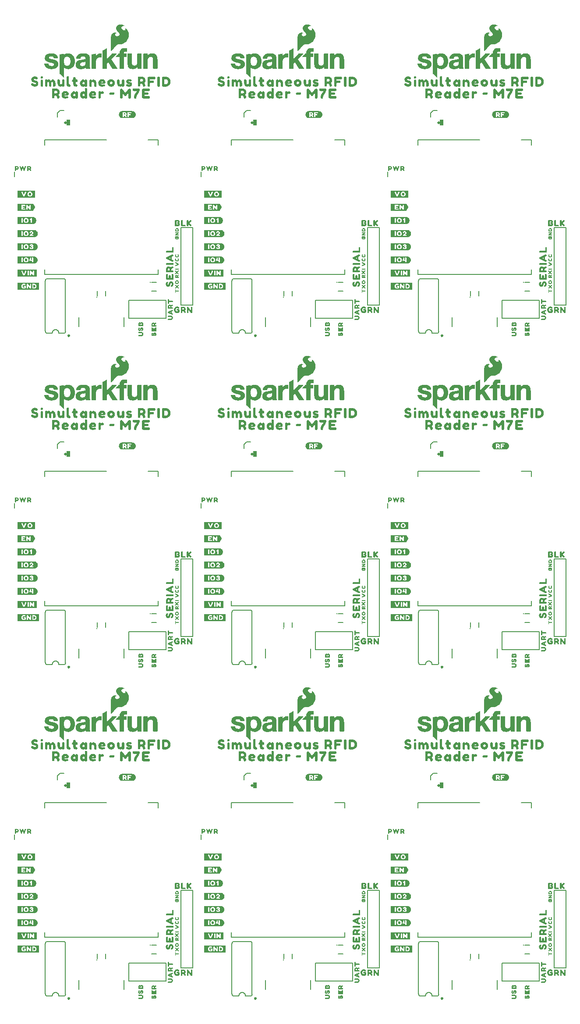
<source format=gto>
G04 EAGLE Gerber RS-274X export*
G75*
%MOMM*%
%FSLAX34Y34*%
%LPD*%
%INSilkscreen Top*%
%IPPOS*%
%AMOC8*
5,1,8,0,0,1.08239X$1,22.5*%
G01*
%ADD10C,0.127000*%
%ADD11C,0.203200*%
%ADD12C,0.254000*%
%ADD13C,0.300000*%
%ADD14C,0.152400*%

G36*
X196675Y1195800D02*
X196675Y1195800D01*
X196759Y1195803D01*
X196760Y1195803D01*
X196761Y1195803D01*
X196839Y1195846D01*
X196912Y1195885D01*
X196912Y1195886D01*
X196913Y1195886D01*
X196917Y1195892D01*
X197000Y1196000D01*
X197085Y1196169D01*
X197357Y1196532D01*
X197949Y1197223D01*
X197953Y1197230D01*
X197960Y1197237D01*
X198652Y1198126D01*
X199540Y1199113D01*
X201740Y1201513D01*
X202939Y1202812D01*
X202943Y1202818D01*
X202949Y1202823D01*
X204145Y1204218D01*
X205339Y1205512D01*
X205340Y1205513D01*
X205341Y1205514D01*
X206329Y1206600D01*
X207291Y1207466D01*
X208348Y1208139D01*
X208825Y1208377D01*
X208825Y1208378D01*
X209293Y1208611D01*
X210407Y1208890D01*
X214160Y1208890D01*
X214180Y1208895D01*
X214207Y1208893D01*
X216607Y1209193D01*
X216635Y1209203D01*
X216675Y1209208D01*
X218875Y1209908D01*
X218886Y1209914D01*
X218901Y1209917D01*
X220901Y1210717D01*
X220925Y1210734D01*
X220963Y1210749D01*
X222863Y1211949D01*
X222878Y1211964D01*
X222902Y1211976D01*
X224602Y1213376D01*
X224615Y1213394D01*
X224637Y1213410D01*
X226137Y1215010D01*
X226145Y1215024D01*
X226160Y1215037D01*
X227560Y1216837D01*
X227566Y1216850D01*
X227570Y1216853D01*
X227575Y1216865D01*
X227592Y1216885D01*
X229592Y1220485D01*
X229602Y1220520D01*
X229627Y1220571D01*
X230627Y1224271D01*
X230628Y1224303D01*
X230640Y1224348D01*
X230840Y1227848D01*
X230834Y1227881D01*
X230836Y1227929D01*
X230336Y1231129D01*
X230325Y1231155D01*
X230319Y1231194D01*
X229319Y1234094D01*
X229302Y1234122D01*
X229285Y1234168D01*
X227885Y1236468D01*
X227862Y1236491D01*
X227837Y1236531D01*
X226237Y1238231D01*
X226204Y1238252D01*
X226153Y1238298D01*
X224453Y1239298D01*
X224391Y1239317D01*
X224332Y1239343D01*
X224309Y1239342D01*
X224287Y1239349D01*
X224224Y1239339D01*
X224159Y1239337D01*
X224139Y1239326D01*
X224116Y1239322D01*
X224064Y1239285D01*
X224007Y1239254D01*
X223994Y1239235D01*
X223975Y1239222D01*
X223944Y1239165D01*
X223907Y1239112D01*
X223902Y1239087D01*
X223893Y1239069D01*
X223892Y1239031D01*
X223880Y1238970D01*
X223880Y1238770D01*
X223888Y1238733D01*
X223897Y1238668D01*
X223897Y1238657D01*
X223899Y1238655D01*
X223899Y1238650D01*
X223980Y1238408D01*
X223980Y1237432D01*
X223808Y1236916D01*
X223557Y1236415D01*
X223163Y1236099D01*
X222582Y1235850D01*
X222087Y1235850D01*
X221455Y1235941D01*
X220712Y1236219D01*
X219940Y1236605D01*
X219266Y1236991D01*
X218607Y1237461D01*
X217451Y1238617D01*
X216981Y1239276D01*
X216609Y1239926D01*
X216440Y1240432D01*
X216440Y1241508D01*
X216608Y1242010D01*
X216871Y1242449D01*
X217332Y1243002D01*
X217972Y1243551D01*
X218352Y1243741D01*
X218706Y1243918D01*
X219545Y1244197D01*
X220284Y1244290D01*
X220929Y1244290D01*
X221482Y1244198D01*
X221868Y1244101D01*
X221904Y1244101D01*
X221960Y1244090D01*
X222060Y1244090D01*
X222085Y1244096D01*
X222111Y1244093D01*
X222169Y1244115D01*
X222229Y1244129D01*
X222249Y1244146D01*
X222273Y1244155D01*
X222315Y1244200D01*
X222362Y1244239D01*
X222373Y1244263D01*
X222390Y1244282D01*
X222408Y1244341D01*
X222433Y1244398D01*
X222432Y1244423D01*
X222440Y1244448D01*
X222429Y1244509D01*
X222427Y1244571D01*
X222414Y1244593D01*
X222410Y1244619D01*
X222362Y1244690D01*
X222344Y1244723D01*
X222336Y1244729D01*
X222329Y1244739D01*
X222129Y1244939D01*
X222109Y1244951D01*
X222088Y1244974D01*
X221288Y1245574D01*
X221262Y1245586D01*
X221230Y1245610D01*
X220030Y1246210D01*
X220025Y1246211D01*
X220021Y1246215D01*
X218521Y1246915D01*
X218488Y1246922D01*
X218443Y1246941D01*
X216643Y1247341D01*
X216615Y1247341D01*
X216579Y1247350D01*
X214579Y1247450D01*
X214541Y1247443D01*
X214476Y1247441D01*
X212276Y1246941D01*
X212245Y1246926D01*
X212196Y1246913D01*
X209896Y1245813D01*
X209866Y1245789D01*
X209808Y1245755D01*
X208108Y1244255D01*
X208087Y1244225D01*
X208047Y1244185D01*
X206947Y1242585D01*
X206932Y1242549D01*
X206897Y1242483D01*
X206397Y1240883D01*
X206394Y1240844D01*
X206380Y1240770D01*
X206380Y1239070D01*
X206387Y1239037D01*
X206389Y1238988D01*
X206789Y1237188D01*
X206806Y1237153D01*
X206832Y1237077D01*
X207832Y1235377D01*
X207843Y1235366D01*
X207852Y1235347D01*
X209152Y1233547D01*
X209172Y1233530D01*
X209191Y1233501D01*
X210882Y1231811D01*
X212131Y1230369D01*
X212685Y1228984D01*
X212774Y1227733D01*
X212326Y1226658D01*
X211599Y1225658D01*
X210513Y1225024D01*
X209099Y1224647D01*
X207599Y1224553D01*
X206588Y1224829D01*
X205750Y1225202D01*
X205121Y1225651D01*
X204674Y1226188D01*
X204309Y1226826D01*
X204140Y1227332D01*
X204140Y1227908D01*
X204308Y1228410D01*
X204562Y1228834D01*
X204896Y1229168D01*
X205856Y1229744D01*
X205868Y1229756D01*
X205888Y1229766D01*
X206227Y1230020D01*
X206552Y1230101D01*
X206582Y1230116D01*
X206671Y1230154D01*
X206883Y1230295D01*
X207029Y1230329D01*
X207162Y1230439D01*
X207233Y1230598D01*
X207227Y1230771D01*
X207144Y1230923D01*
X207002Y1231023D01*
X206860Y1231050D01*
X206722Y1231050D01*
X206491Y1231127D01*
X206001Y1231323D01*
X205966Y1231328D01*
X205914Y1231346D01*
X205214Y1231446D01*
X205190Y1231444D01*
X205160Y1231450D01*
X203460Y1231450D01*
X203432Y1231444D01*
X203392Y1231444D01*
X202292Y1231244D01*
X202275Y1231237D01*
X202251Y1231234D01*
X201251Y1230934D01*
X201238Y1230927D01*
X201219Y1230923D01*
X200219Y1230523D01*
X200192Y1230504D01*
X200149Y1230486D01*
X199249Y1229886D01*
X199240Y1229877D01*
X199227Y1229870D01*
X198327Y1229170D01*
X198302Y1229140D01*
X198283Y1229121D01*
X198260Y1229102D01*
X198257Y1229096D01*
X198249Y1229088D01*
X197549Y1228088D01*
X197538Y1228061D01*
X197514Y1228027D01*
X197014Y1226927D01*
X197011Y1226913D01*
X197002Y1226898D01*
X196502Y1225498D01*
X196498Y1225464D01*
X196483Y1225417D01*
X196283Y1223817D01*
X196285Y1223796D01*
X196280Y1223770D01*
X196280Y1196170D01*
X196300Y1196085D01*
X196319Y1196003D01*
X196319Y1196002D01*
X196319Y1196001D01*
X196376Y1195933D01*
X196428Y1195869D01*
X196429Y1195868D01*
X196507Y1195833D01*
X196586Y1195797D01*
X196587Y1195797D01*
X196588Y1195797D01*
X196675Y1195800D01*
G37*
G36*
X918035Y1195800D02*
X918035Y1195800D01*
X918119Y1195803D01*
X918120Y1195803D01*
X918121Y1195803D01*
X918199Y1195846D01*
X918272Y1195885D01*
X918272Y1195886D01*
X918273Y1195886D01*
X918277Y1195892D01*
X918360Y1196000D01*
X918445Y1196169D01*
X918717Y1196532D01*
X919309Y1197223D01*
X919313Y1197230D01*
X919320Y1197237D01*
X920012Y1198126D01*
X920900Y1199113D01*
X923100Y1201513D01*
X924299Y1202812D01*
X924303Y1202818D01*
X924309Y1202823D01*
X925505Y1204218D01*
X926699Y1205512D01*
X926700Y1205513D01*
X926701Y1205514D01*
X927689Y1206600D01*
X928651Y1207466D01*
X929708Y1208139D01*
X930185Y1208377D01*
X930185Y1208378D01*
X930653Y1208611D01*
X931767Y1208890D01*
X935520Y1208890D01*
X935540Y1208895D01*
X935567Y1208893D01*
X937967Y1209193D01*
X937995Y1209203D01*
X938035Y1209208D01*
X940235Y1209908D01*
X940246Y1209914D01*
X940261Y1209917D01*
X942261Y1210717D01*
X942285Y1210734D01*
X942323Y1210749D01*
X944223Y1211949D01*
X944238Y1211964D01*
X944262Y1211976D01*
X945962Y1213376D01*
X945975Y1213394D01*
X945997Y1213410D01*
X947497Y1215010D01*
X947505Y1215024D01*
X947520Y1215037D01*
X948920Y1216837D01*
X948926Y1216850D01*
X948930Y1216853D01*
X948935Y1216865D01*
X948952Y1216885D01*
X950952Y1220485D01*
X950962Y1220520D01*
X950987Y1220571D01*
X951987Y1224271D01*
X951988Y1224303D01*
X952000Y1224348D01*
X952200Y1227848D01*
X952194Y1227881D01*
X952196Y1227929D01*
X951696Y1231129D01*
X951685Y1231155D01*
X951679Y1231194D01*
X950679Y1234094D01*
X950662Y1234122D01*
X950645Y1234168D01*
X949245Y1236468D01*
X949222Y1236491D01*
X949197Y1236531D01*
X947597Y1238231D01*
X947564Y1238252D01*
X947513Y1238298D01*
X945813Y1239298D01*
X945751Y1239317D01*
X945692Y1239343D01*
X945669Y1239342D01*
X945647Y1239349D01*
X945584Y1239339D01*
X945519Y1239337D01*
X945499Y1239326D01*
X945476Y1239322D01*
X945424Y1239285D01*
X945367Y1239254D01*
X945354Y1239235D01*
X945335Y1239222D01*
X945304Y1239165D01*
X945267Y1239112D01*
X945262Y1239087D01*
X945253Y1239069D01*
X945252Y1239031D01*
X945240Y1238970D01*
X945240Y1238770D01*
X945248Y1238733D01*
X945257Y1238668D01*
X945257Y1238657D01*
X945259Y1238655D01*
X945259Y1238650D01*
X945340Y1238408D01*
X945340Y1237432D01*
X945168Y1236916D01*
X944917Y1236415D01*
X944523Y1236099D01*
X943942Y1235850D01*
X943447Y1235850D01*
X942815Y1235941D01*
X942072Y1236219D01*
X941300Y1236605D01*
X940626Y1236991D01*
X939967Y1237461D01*
X938811Y1238617D01*
X938341Y1239276D01*
X937969Y1239926D01*
X937800Y1240432D01*
X937800Y1241508D01*
X937968Y1242010D01*
X938231Y1242449D01*
X938692Y1243002D01*
X939332Y1243551D01*
X939712Y1243741D01*
X940066Y1243918D01*
X940905Y1244197D01*
X941644Y1244290D01*
X942289Y1244290D01*
X942842Y1244198D01*
X943228Y1244101D01*
X943264Y1244101D01*
X943320Y1244090D01*
X943420Y1244090D01*
X943445Y1244096D01*
X943471Y1244093D01*
X943529Y1244115D01*
X943589Y1244129D01*
X943609Y1244146D01*
X943633Y1244155D01*
X943675Y1244200D01*
X943722Y1244239D01*
X943733Y1244263D01*
X943750Y1244282D01*
X943768Y1244341D01*
X943793Y1244398D01*
X943792Y1244423D01*
X943800Y1244448D01*
X943789Y1244509D01*
X943787Y1244571D01*
X943774Y1244593D01*
X943770Y1244619D01*
X943722Y1244690D01*
X943704Y1244723D01*
X943696Y1244729D01*
X943689Y1244739D01*
X943489Y1244939D01*
X943469Y1244951D01*
X943448Y1244974D01*
X942648Y1245574D01*
X942622Y1245586D01*
X942590Y1245610D01*
X941390Y1246210D01*
X941385Y1246211D01*
X941381Y1246215D01*
X939881Y1246915D01*
X939848Y1246922D01*
X939803Y1246941D01*
X938003Y1247341D01*
X937975Y1247341D01*
X937939Y1247350D01*
X935939Y1247450D01*
X935901Y1247443D01*
X935836Y1247441D01*
X933636Y1246941D01*
X933605Y1246926D01*
X933556Y1246913D01*
X931256Y1245813D01*
X931226Y1245789D01*
X931168Y1245755D01*
X929468Y1244255D01*
X929447Y1244225D01*
X929407Y1244185D01*
X928307Y1242585D01*
X928292Y1242549D01*
X928257Y1242483D01*
X927757Y1240883D01*
X927754Y1240844D01*
X927740Y1240770D01*
X927740Y1239070D01*
X927747Y1239037D01*
X927749Y1238988D01*
X928149Y1237188D01*
X928166Y1237153D01*
X928192Y1237077D01*
X929192Y1235377D01*
X929203Y1235366D01*
X929212Y1235347D01*
X930512Y1233547D01*
X930532Y1233530D01*
X930551Y1233501D01*
X932242Y1231811D01*
X933491Y1230369D01*
X934045Y1228984D01*
X934134Y1227733D01*
X933686Y1226658D01*
X932959Y1225658D01*
X931873Y1225024D01*
X930459Y1224647D01*
X928959Y1224553D01*
X927948Y1224829D01*
X927110Y1225202D01*
X926481Y1225651D01*
X926034Y1226188D01*
X925669Y1226826D01*
X925500Y1227332D01*
X925500Y1227908D01*
X925668Y1228410D01*
X925922Y1228834D01*
X926256Y1229168D01*
X927216Y1229744D01*
X927228Y1229756D01*
X927248Y1229766D01*
X927587Y1230020D01*
X927912Y1230101D01*
X927942Y1230116D01*
X928031Y1230154D01*
X928243Y1230295D01*
X928389Y1230329D01*
X928522Y1230439D01*
X928593Y1230598D01*
X928587Y1230771D01*
X928504Y1230923D01*
X928362Y1231023D01*
X928220Y1231050D01*
X928082Y1231050D01*
X927851Y1231127D01*
X927361Y1231323D01*
X927326Y1231328D01*
X927274Y1231346D01*
X926574Y1231446D01*
X926550Y1231444D01*
X926520Y1231450D01*
X924820Y1231450D01*
X924792Y1231444D01*
X924752Y1231444D01*
X923652Y1231244D01*
X923635Y1231237D01*
X923611Y1231234D01*
X922611Y1230934D01*
X922598Y1230927D01*
X922579Y1230923D01*
X921579Y1230523D01*
X921552Y1230504D01*
X921509Y1230486D01*
X920609Y1229886D01*
X920600Y1229877D01*
X920587Y1229870D01*
X919687Y1229170D01*
X919662Y1229140D01*
X919643Y1229121D01*
X919620Y1229102D01*
X919617Y1229096D01*
X919609Y1229088D01*
X918909Y1228088D01*
X918898Y1228061D01*
X918874Y1228027D01*
X918374Y1226927D01*
X918371Y1226913D01*
X918362Y1226898D01*
X917862Y1225498D01*
X917858Y1225464D01*
X917843Y1225417D01*
X917643Y1223817D01*
X917645Y1223796D01*
X917640Y1223770D01*
X917640Y1196170D01*
X917660Y1196085D01*
X917679Y1196003D01*
X917679Y1196002D01*
X917679Y1196001D01*
X917736Y1195933D01*
X917788Y1195869D01*
X917789Y1195868D01*
X917867Y1195833D01*
X917946Y1195797D01*
X917947Y1195797D01*
X917948Y1195797D01*
X918035Y1195800D01*
G37*
G36*
X557355Y1195800D02*
X557355Y1195800D01*
X557439Y1195803D01*
X557440Y1195803D01*
X557441Y1195803D01*
X557519Y1195846D01*
X557592Y1195885D01*
X557592Y1195886D01*
X557593Y1195886D01*
X557597Y1195892D01*
X557680Y1196000D01*
X557765Y1196169D01*
X558037Y1196532D01*
X558629Y1197223D01*
X558633Y1197230D01*
X558640Y1197237D01*
X559332Y1198126D01*
X560220Y1199113D01*
X562420Y1201513D01*
X563619Y1202812D01*
X563623Y1202818D01*
X563629Y1202823D01*
X564825Y1204218D01*
X566019Y1205512D01*
X566020Y1205513D01*
X566021Y1205514D01*
X567009Y1206600D01*
X567971Y1207466D01*
X569028Y1208139D01*
X569505Y1208377D01*
X569505Y1208378D01*
X569973Y1208611D01*
X571087Y1208890D01*
X574840Y1208890D01*
X574860Y1208895D01*
X574887Y1208893D01*
X577287Y1209193D01*
X577315Y1209203D01*
X577355Y1209208D01*
X579555Y1209908D01*
X579566Y1209914D01*
X579581Y1209917D01*
X581581Y1210717D01*
X581605Y1210734D01*
X581643Y1210749D01*
X583543Y1211949D01*
X583558Y1211964D01*
X583582Y1211976D01*
X585282Y1213376D01*
X585295Y1213394D01*
X585317Y1213410D01*
X586817Y1215010D01*
X586825Y1215024D01*
X586840Y1215037D01*
X588240Y1216837D01*
X588246Y1216850D01*
X588250Y1216853D01*
X588255Y1216865D01*
X588272Y1216885D01*
X590272Y1220485D01*
X590282Y1220520D01*
X590307Y1220571D01*
X591307Y1224271D01*
X591308Y1224303D01*
X591320Y1224348D01*
X591520Y1227848D01*
X591514Y1227881D01*
X591516Y1227929D01*
X591016Y1231129D01*
X591005Y1231155D01*
X590999Y1231194D01*
X589999Y1234094D01*
X589982Y1234122D01*
X589965Y1234168D01*
X588565Y1236468D01*
X588542Y1236491D01*
X588517Y1236531D01*
X586917Y1238231D01*
X586884Y1238252D01*
X586833Y1238298D01*
X585133Y1239298D01*
X585071Y1239317D01*
X585012Y1239343D01*
X584989Y1239342D01*
X584967Y1239349D01*
X584904Y1239339D01*
X584839Y1239337D01*
X584819Y1239326D01*
X584796Y1239322D01*
X584744Y1239285D01*
X584687Y1239254D01*
X584674Y1239235D01*
X584655Y1239222D01*
X584624Y1239165D01*
X584587Y1239112D01*
X584582Y1239087D01*
X584573Y1239069D01*
X584572Y1239031D01*
X584560Y1238970D01*
X584560Y1238770D01*
X584568Y1238733D01*
X584577Y1238668D01*
X584577Y1238657D01*
X584579Y1238655D01*
X584579Y1238650D01*
X584660Y1238408D01*
X584660Y1237432D01*
X584488Y1236916D01*
X584237Y1236415D01*
X583843Y1236099D01*
X583262Y1235850D01*
X582767Y1235850D01*
X582135Y1235941D01*
X581392Y1236219D01*
X580620Y1236605D01*
X579946Y1236991D01*
X579287Y1237461D01*
X578131Y1238617D01*
X577661Y1239276D01*
X577289Y1239926D01*
X577120Y1240432D01*
X577120Y1241508D01*
X577288Y1242010D01*
X577551Y1242449D01*
X578012Y1243002D01*
X578652Y1243551D01*
X579032Y1243741D01*
X579386Y1243918D01*
X580225Y1244197D01*
X580964Y1244290D01*
X581609Y1244290D01*
X582162Y1244198D01*
X582548Y1244101D01*
X582584Y1244101D01*
X582640Y1244090D01*
X582740Y1244090D01*
X582765Y1244096D01*
X582791Y1244093D01*
X582849Y1244115D01*
X582909Y1244129D01*
X582929Y1244146D01*
X582953Y1244155D01*
X582995Y1244200D01*
X583042Y1244239D01*
X583053Y1244263D01*
X583070Y1244282D01*
X583088Y1244341D01*
X583113Y1244398D01*
X583112Y1244423D01*
X583120Y1244448D01*
X583109Y1244509D01*
X583107Y1244571D01*
X583094Y1244593D01*
X583090Y1244619D01*
X583042Y1244690D01*
X583024Y1244723D01*
X583016Y1244729D01*
X583009Y1244739D01*
X582809Y1244939D01*
X582789Y1244951D01*
X582768Y1244974D01*
X581968Y1245574D01*
X581942Y1245586D01*
X581910Y1245610D01*
X580710Y1246210D01*
X580705Y1246211D01*
X580701Y1246215D01*
X579201Y1246915D01*
X579168Y1246922D01*
X579123Y1246941D01*
X577323Y1247341D01*
X577295Y1247341D01*
X577259Y1247350D01*
X575259Y1247450D01*
X575221Y1247443D01*
X575156Y1247441D01*
X572956Y1246941D01*
X572925Y1246926D01*
X572876Y1246913D01*
X570576Y1245813D01*
X570546Y1245789D01*
X570488Y1245755D01*
X568788Y1244255D01*
X568767Y1244225D01*
X568727Y1244185D01*
X567627Y1242585D01*
X567612Y1242549D01*
X567577Y1242483D01*
X567077Y1240883D01*
X567074Y1240844D01*
X567060Y1240770D01*
X567060Y1239070D01*
X567067Y1239037D01*
X567069Y1238988D01*
X567469Y1237188D01*
X567486Y1237153D01*
X567512Y1237077D01*
X568512Y1235377D01*
X568523Y1235366D01*
X568532Y1235347D01*
X569832Y1233547D01*
X569852Y1233530D01*
X569871Y1233501D01*
X571562Y1231811D01*
X572811Y1230369D01*
X573365Y1228984D01*
X573454Y1227733D01*
X573006Y1226658D01*
X572279Y1225658D01*
X571193Y1225024D01*
X569779Y1224647D01*
X568279Y1224553D01*
X567268Y1224829D01*
X566430Y1225202D01*
X565801Y1225651D01*
X565354Y1226188D01*
X564989Y1226826D01*
X564820Y1227332D01*
X564820Y1227908D01*
X564988Y1228410D01*
X565242Y1228834D01*
X565576Y1229168D01*
X566536Y1229744D01*
X566548Y1229756D01*
X566568Y1229766D01*
X566907Y1230020D01*
X567232Y1230101D01*
X567262Y1230116D01*
X567351Y1230154D01*
X567563Y1230295D01*
X567709Y1230329D01*
X567842Y1230439D01*
X567913Y1230598D01*
X567907Y1230771D01*
X567824Y1230923D01*
X567682Y1231023D01*
X567540Y1231050D01*
X567402Y1231050D01*
X567171Y1231127D01*
X566681Y1231323D01*
X566646Y1231328D01*
X566594Y1231346D01*
X565894Y1231446D01*
X565870Y1231444D01*
X565840Y1231450D01*
X564140Y1231450D01*
X564112Y1231444D01*
X564072Y1231444D01*
X562972Y1231244D01*
X562955Y1231237D01*
X562931Y1231234D01*
X561931Y1230934D01*
X561918Y1230927D01*
X561899Y1230923D01*
X560899Y1230523D01*
X560872Y1230504D01*
X560829Y1230486D01*
X559929Y1229886D01*
X559920Y1229877D01*
X559907Y1229870D01*
X559007Y1229170D01*
X558982Y1229140D01*
X558963Y1229121D01*
X558940Y1229102D01*
X558937Y1229096D01*
X558929Y1229088D01*
X558229Y1228088D01*
X558218Y1228061D01*
X558194Y1228027D01*
X557694Y1226927D01*
X557691Y1226913D01*
X557682Y1226898D01*
X557182Y1225498D01*
X557178Y1225464D01*
X557163Y1225417D01*
X556963Y1223817D01*
X556965Y1223796D01*
X556960Y1223770D01*
X556960Y1196170D01*
X556980Y1196085D01*
X556999Y1196003D01*
X556999Y1196002D01*
X556999Y1196001D01*
X557056Y1195933D01*
X557108Y1195869D01*
X557109Y1195868D01*
X557187Y1195833D01*
X557266Y1195797D01*
X557267Y1195797D01*
X557268Y1195797D01*
X557355Y1195800D01*
G37*
G36*
X557355Y1835880D02*
X557355Y1835880D01*
X557439Y1835883D01*
X557440Y1835883D01*
X557441Y1835883D01*
X557519Y1835926D01*
X557592Y1835965D01*
X557592Y1835966D01*
X557593Y1835966D01*
X557597Y1835972D01*
X557680Y1836080D01*
X557765Y1836249D01*
X558037Y1836612D01*
X558629Y1837303D01*
X558633Y1837310D01*
X558640Y1837317D01*
X559332Y1838206D01*
X560220Y1839193D01*
X562420Y1841593D01*
X563619Y1842892D01*
X563623Y1842898D01*
X563629Y1842903D01*
X564825Y1844298D01*
X566019Y1845592D01*
X566020Y1845593D01*
X566021Y1845594D01*
X567009Y1846680D01*
X567971Y1847546D01*
X569028Y1848219D01*
X569505Y1848457D01*
X569505Y1848458D01*
X569973Y1848691D01*
X571087Y1848970D01*
X574840Y1848970D01*
X574860Y1848975D01*
X574887Y1848973D01*
X577287Y1849273D01*
X577315Y1849283D01*
X577355Y1849288D01*
X579555Y1849988D01*
X579566Y1849994D01*
X579581Y1849997D01*
X581581Y1850797D01*
X581605Y1850814D01*
X581643Y1850829D01*
X583543Y1852029D01*
X583558Y1852044D01*
X583582Y1852056D01*
X585282Y1853456D01*
X585295Y1853474D01*
X585317Y1853490D01*
X586817Y1855090D01*
X586825Y1855104D01*
X586840Y1855117D01*
X588240Y1856917D01*
X588246Y1856930D01*
X588250Y1856933D01*
X588255Y1856945D01*
X588272Y1856965D01*
X590272Y1860565D01*
X590282Y1860600D01*
X590307Y1860651D01*
X591307Y1864351D01*
X591308Y1864383D01*
X591320Y1864428D01*
X591520Y1867928D01*
X591514Y1867961D01*
X591516Y1868009D01*
X591016Y1871209D01*
X591005Y1871235D01*
X590999Y1871274D01*
X589999Y1874174D01*
X589982Y1874202D01*
X589965Y1874248D01*
X588565Y1876548D01*
X588542Y1876571D01*
X588517Y1876611D01*
X586917Y1878311D01*
X586884Y1878332D01*
X586833Y1878378D01*
X585133Y1879378D01*
X585071Y1879397D01*
X585012Y1879423D01*
X584989Y1879422D01*
X584967Y1879429D01*
X584904Y1879419D01*
X584839Y1879417D01*
X584819Y1879406D01*
X584796Y1879402D01*
X584744Y1879365D01*
X584687Y1879334D01*
X584674Y1879315D01*
X584655Y1879302D01*
X584624Y1879245D01*
X584587Y1879192D01*
X584582Y1879167D01*
X584573Y1879149D01*
X584572Y1879111D01*
X584560Y1879050D01*
X584560Y1878850D01*
X584568Y1878813D01*
X584577Y1878748D01*
X584577Y1878737D01*
X584579Y1878735D01*
X584579Y1878730D01*
X584660Y1878488D01*
X584660Y1877512D01*
X584488Y1876996D01*
X584237Y1876495D01*
X583843Y1876179D01*
X583262Y1875930D01*
X582767Y1875930D01*
X582135Y1876021D01*
X581392Y1876299D01*
X580620Y1876685D01*
X579946Y1877071D01*
X579287Y1877541D01*
X578131Y1878697D01*
X577661Y1879356D01*
X577289Y1880006D01*
X577120Y1880512D01*
X577120Y1881588D01*
X577288Y1882090D01*
X577551Y1882529D01*
X578012Y1883082D01*
X578652Y1883631D01*
X579032Y1883821D01*
X579386Y1883998D01*
X580225Y1884277D01*
X580964Y1884370D01*
X581609Y1884370D01*
X582162Y1884278D01*
X582548Y1884181D01*
X582584Y1884181D01*
X582640Y1884170D01*
X582740Y1884170D01*
X582765Y1884176D01*
X582791Y1884173D01*
X582849Y1884195D01*
X582909Y1884209D01*
X582929Y1884226D01*
X582953Y1884235D01*
X582995Y1884280D01*
X583042Y1884319D01*
X583053Y1884343D01*
X583070Y1884362D01*
X583088Y1884421D01*
X583113Y1884478D01*
X583112Y1884503D01*
X583120Y1884528D01*
X583109Y1884589D01*
X583107Y1884651D01*
X583094Y1884673D01*
X583090Y1884699D01*
X583042Y1884770D01*
X583024Y1884803D01*
X583016Y1884809D01*
X583009Y1884819D01*
X582809Y1885019D01*
X582789Y1885031D01*
X582768Y1885054D01*
X581968Y1885654D01*
X581942Y1885666D01*
X581910Y1885690D01*
X580710Y1886290D01*
X580705Y1886291D01*
X580701Y1886295D01*
X579201Y1886995D01*
X579168Y1887002D01*
X579123Y1887021D01*
X577323Y1887421D01*
X577295Y1887421D01*
X577259Y1887430D01*
X575259Y1887530D01*
X575221Y1887523D01*
X575156Y1887521D01*
X572956Y1887021D01*
X572925Y1887006D01*
X572876Y1886993D01*
X570576Y1885893D01*
X570546Y1885869D01*
X570488Y1885835D01*
X568788Y1884335D01*
X568767Y1884305D01*
X568727Y1884265D01*
X567627Y1882665D01*
X567612Y1882629D01*
X567577Y1882563D01*
X567077Y1880963D01*
X567074Y1880924D01*
X567060Y1880850D01*
X567060Y1879150D01*
X567067Y1879117D01*
X567069Y1879068D01*
X567469Y1877268D01*
X567486Y1877233D01*
X567512Y1877157D01*
X568512Y1875457D01*
X568523Y1875446D01*
X568532Y1875427D01*
X569832Y1873627D01*
X569852Y1873610D01*
X569871Y1873581D01*
X571562Y1871891D01*
X572811Y1870449D01*
X573365Y1869064D01*
X573454Y1867813D01*
X573006Y1866738D01*
X572279Y1865738D01*
X571193Y1865104D01*
X569779Y1864727D01*
X568279Y1864633D01*
X567268Y1864909D01*
X566430Y1865282D01*
X565801Y1865731D01*
X565354Y1866268D01*
X564989Y1866906D01*
X564820Y1867412D01*
X564820Y1867988D01*
X564988Y1868490D01*
X565242Y1868914D01*
X565576Y1869248D01*
X566536Y1869824D01*
X566548Y1869836D01*
X566568Y1869846D01*
X566907Y1870100D01*
X567232Y1870181D01*
X567262Y1870196D01*
X567351Y1870234D01*
X567563Y1870375D01*
X567709Y1870409D01*
X567842Y1870519D01*
X567913Y1870678D01*
X567907Y1870851D01*
X567824Y1871003D01*
X567682Y1871103D01*
X567540Y1871130D01*
X567402Y1871130D01*
X567171Y1871207D01*
X566681Y1871403D01*
X566646Y1871408D01*
X566594Y1871426D01*
X565894Y1871526D01*
X565870Y1871524D01*
X565840Y1871530D01*
X564140Y1871530D01*
X564112Y1871524D01*
X564072Y1871524D01*
X562972Y1871324D01*
X562955Y1871317D01*
X562931Y1871314D01*
X561931Y1871014D01*
X561918Y1871007D01*
X561899Y1871003D01*
X560899Y1870603D01*
X560872Y1870584D01*
X560829Y1870566D01*
X559929Y1869966D01*
X559920Y1869957D01*
X559907Y1869950D01*
X559007Y1869250D01*
X558982Y1869220D01*
X558963Y1869201D01*
X558940Y1869182D01*
X558937Y1869176D01*
X558929Y1869168D01*
X558229Y1868168D01*
X558218Y1868141D01*
X558194Y1868107D01*
X557694Y1867007D01*
X557691Y1866993D01*
X557682Y1866978D01*
X557182Y1865578D01*
X557178Y1865544D01*
X557163Y1865497D01*
X556963Y1863897D01*
X556965Y1863876D01*
X556960Y1863850D01*
X556960Y1836250D01*
X556980Y1836165D01*
X556999Y1836083D01*
X556999Y1836082D01*
X556999Y1836081D01*
X557056Y1836013D01*
X557108Y1835949D01*
X557109Y1835948D01*
X557187Y1835913D01*
X557266Y1835877D01*
X557267Y1835877D01*
X557268Y1835877D01*
X557355Y1835880D01*
G37*
G36*
X196675Y1835880D02*
X196675Y1835880D01*
X196759Y1835883D01*
X196760Y1835883D01*
X196761Y1835883D01*
X196839Y1835926D01*
X196912Y1835965D01*
X196912Y1835966D01*
X196913Y1835966D01*
X196917Y1835972D01*
X197000Y1836080D01*
X197085Y1836249D01*
X197357Y1836612D01*
X197949Y1837303D01*
X197953Y1837310D01*
X197960Y1837317D01*
X198652Y1838206D01*
X199540Y1839193D01*
X201740Y1841593D01*
X202939Y1842892D01*
X202943Y1842898D01*
X202949Y1842903D01*
X204145Y1844298D01*
X205339Y1845592D01*
X205340Y1845593D01*
X205341Y1845594D01*
X206329Y1846680D01*
X207291Y1847546D01*
X208348Y1848219D01*
X208825Y1848457D01*
X208825Y1848458D01*
X209293Y1848691D01*
X210407Y1848970D01*
X214160Y1848970D01*
X214180Y1848975D01*
X214207Y1848973D01*
X216607Y1849273D01*
X216635Y1849283D01*
X216675Y1849288D01*
X218875Y1849988D01*
X218886Y1849994D01*
X218901Y1849997D01*
X220901Y1850797D01*
X220925Y1850814D01*
X220963Y1850829D01*
X222863Y1852029D01*
X222878Y1852044D01*
X222902Y1852056D01*
X224602Y1853456D01*
X224615Y1853474D01*
X224637Y1853490D01*
X226137Y1855090D01*
X226145Y1855104D01*
X226160Y1855117D01*
X227560Y1856917D01*
X227566Y1856930D01*
X227570Y1856933D01*
X227575Y1856945D01*
X227592Y1856965D01*
X229592Y1860565D01*
X229602Y1860600D01*
X229627Y1860651D01*
X230627Y1864351D01*
X230628Y1864383D01*
X230640Y1864428D01*
X230840Y1867928D01*
X230834Y1867961D01*
X230836Y1868009D01*
X230336Y1871209D01*
X230325Y1871235D01*
X230319Y1871274D01*
X229319Y1874174D01*
X229302Y1874202D01*
X229285Y1874248D01*
X227885Y1876548D01*
X227862Y1876571D01*
X227837Y1876611D01*
X226237Y1878311D01*
X226204Y1878332D01*
X226153Y1878378D01*
X224453Y1879378D01*
X224391Y1879397D01*
X224332Y1879423D01*
X224309Y1879422D01*
X224287Y1879429D01*
X224224Y1879419D01*
X224159Y1879417D01*
X224139Y1879406D01*
X224116Y1879402D01*
X224064Y1879365D01*
X224007Y1879334D01*
X223994Y1879315D01*
X223975Y1879302D01*
X223944Y1879245D01*
X223907Y1879192D01*
X223902Y1879167D01*
X223893Y1879149D01*
X223892Y1879111D01*
X223880Y1879050D01*
X223880Y1878850D01*
X223888Y1878813D01*
X223897Y1878748D01*
X223897Y1878737D01*
X223899Y1878735D01*
X223899Y1878730D01*
X223980Y1878488D01*
X223980Y1877512D01*
X223808Y1876996D01*
X223557Y1876495D01*
X223163Y1876179D01*
X222582Y1875930D01*
X222087Y1875930D01*
X221455Y1876021D01*
X220712Y1876299D01*
X219940Y1876685D01*
X219266Y1877071D01*
X218607Y1877541D01*
X217451Y1878697D01*
X216981Y1879356D01*
X216609Y1880006D01*
X216440Y1880512D01*
X216440Y1881588D01*
X216608Y1882090D01*
X216871Y1882529D01*
X217332Y1883082D01*
X217972Y1883631D01*
X218352Y1883821D01*
X218706Y1883998D01*
X219545Y1884277D01*
X220284Y1884370D01*
X220929Y1884370D01*
X221482Y1884278D01*
X221868Y1884181D01*
X221904Y1884181D01*
X221960Y1884170D01*
X222060Y1884170D01*
X222085Y1884176D01*
X222111Y1884173D01*
X222169Y1884195D01*
X222229Y1884209D01*
X222249Y1884226D01*
X222273Y1884235D01*
X222315Y1884280D01*
X222362Y1884319D01*
X222373Y1884343D01*
X222390Y1884362D01*
X222408Y1884421D01*
X222433Y1884478D01*
X222432Y1884503D01*
X222440Y1884528D01*
X222429Y1884589D01*
X222427Y1884651D01*
X222414Y1884673D01*
X222410Y1884699D01*
X222362Y1884770D01*
X222344Y1884803D01*
X222336Y1884809D01*
X222329Y1884819D01*
X222129Y1885019D01*
X222109Y1885031D01*
X222088Y1885054D01*
X221288Y1885654D01*
X221262Y1885666D01*
X221230Y1885690D01*
X220030Y1886290D01*
X220025Y1886291D01*
X220021Y1886295D01*
X218521Y1886995D01*
X218488Y1887002D01*
X218443Y1887021D01*
X216643Y1887421D01*
X216615Y1887421D01*
X216579Y1887430D01*
X214579Y1887530D01*
X214541Y1887523D01*
X214476Y1887521D01*
X212276Y1887021D01*
X212245Y1887006D01*
X212196Y1886993D01*
X209896Y1885893D01*
X209866Y1885869D01*
X209808Y1885835D01*
X208108Y1884335D01*
X208087Y1884305D01*
X208047Y1884265D01*
X206947Y1882665D01*
X206932Y1882629D01*
X206897Y1882563D01*
X206397Y1880963D01*
X206394Y1880924D01*
X206380Y1880850D01*
X206380Y1879150D01*
X206387Y1879117D01*
X206389Y1879068D01*
X206789Y1877268D01*
X206806Y1877233D01*
X206832Y1877157D01*
X207832Y1875457D01*
X207843Y1875446D01*
X207852Y1875427D01*
X209152Y1873627D01*
X209172Y1873610D01*
X209191Y1873581D01*
X210882Y1871891D01*
X212131Y1870449D01*
X212685Y1869064D01*
X212774Y1867813D01*
X212326Y1866738D01*
X211599Y1865738D01*
X210513Y1865104D01*
X209099Y1864727D01*
X207599Y1864633D01*
X206588Y1864909D01*
X205750Y1865282D01*
X205121Y1865731D01*
X204674Y1866268D01*
X204309Y1866906D01*
X204140Y1867412D01*
X204140Y1867988D01*
X204308Y1868490D01*
X204562Y1868914D01*
X204896Y1869248D01*
X205856Y1869824D01*
X205868Y1869836D01*
X205888Y1869846D01*
X206227Y1870100D01*
X206552Y1870181D01*
X206582Y1870196D01*
X206671Y1870234D01*
X206883Y1870375D01*
X207029Y1870409D01*
X207162Y1870519D01*
X207233Y1870678D01*
X207227Y1870851D01*
X207144Y1871003D01*
X207002Y1871103D01*
X206860Y1871130D01*
X206722Y1871130D01*
X206491Y1871207D01*
X206001Y1871403D01*
X205966Y1871408D01*
X205914Y1871426D01*
X205214Y1871526D01*
X205190Y1871524D01*
X205160Y1871530D01*
X203460Y1871530D01*
X203432Y1871524D01*
X203392Y1871524D01*
X202292Y1871324D01*
X202275Y1871317D01*
X202251Y1871314D01*
X201251Y1871014D01*
X201238Y1871007D01*
X201219Y1871003D01*
X200219Y1870603D01*
X200192Y1870584D01*
X200149Y1870566D01*
X199249Y1869966D01*
X199240Y1869957D01*
X199227Y1869950D01*
X198327Y1869250D01*
X198302Y1869220D01*
X198283Y1869201D01*
X198260Y1869182D01*
X198257Y1869176D01*
X198249Y1869168D01*
X197549Y1868168D01*
X197538Y1868141D01*
X197514Y1868107D01*
X197014Y1867007D01*
X197011Y1866993D01*
X197002Y1866978D01*
X196502Y1865578D01*
X196498Y1865544D01*
X196483Y1865497D01*
X196283Y1863897D01*
X196285Y1863876D01*
X196280Y1863850D01*
X196280Y1836250D01*
X196300Y1836165D01*
X196319Y1836083D01*
X196319Y1836082D01*
X196319Y1836081D01*
X196376Y1836013D01*
X196428Y1835949D01*
X196429Y1835948D01*
X196507Y1835913D01*
X196586Y1835877D01*
X196587Y1835877D01*
X196588Y1835877D01*
X196675Y1835880D01*
G37*
G36*
X918035Y1835880D02*
X918035Y1835880D01*
X918119Y1835883D01*
X918120Y1835883D01*
X918121Y1835883D01*
X918199Y1835926D01*
X918272Y1835965D01*
X918272Y1835966D01*
X918273Y1835966D01*
X918277Y1835972D01*
X918360Y1836080D01*
X918445Y1836249D01*
X918717Y1836612D01*
X919309Y1837303D01*
X919313Y1837310D01*
X919320Y1837317D01*
X920012Y1838206D01*
X920900Y1839193D01*
X923100Y1841593D01*
X924299Y1842892D01*
X924303Y1842898D01*
X924309Y1842903D01*
X925505Y1844298D01*
X926699Y1845592D01*
X926700Y1845593D01*
X926701Y1845594D01*
X927689Y1846680D01*
X928651Y1847546D01*
X929708Y1848219D01*
X930185Y1848457D01*
X930185Y1848458D01*
X930653Y1848691D01*
X931767Y1848970D01*
X935520Y1848970D01*
X935540Y1848975D01*
X935567Y1848973D01*
X937967Y1849273D01*
X937995Y1849283D01*
X938035Y1849288D01*
X940235Y1849988D01*
X940246Y1849994D01*
X940261Y1849997D01*
X942261Y1850797D01*
X942285Y1850814D01*
X942323Y1850829D01*
X944223Y1852029D01*
X944238Y1852044D01*
X944262Y1852056D01*
X945962Y1853456D01*
X945975Y1853474D01*
X945997Y1853490D01*
X947497Y1855090D01*
X947505Y1855104D01*
X947520Y1855117D01*
X948920Y1856917D01*
X948926Y1856930D01*
X948930Y1856933D01*
X948935Y1856945D01*
X948952Y1856965D01*
X950952Y1860565D01*
X950962Y1860600D01*
X950987Y1860651D01*
X951987Y1864351D01*
X951988Y1864383D01*
X952000Y1864428D01*
X952200Y1867928D01*
X952194Y1867961D01*
X952196Y1868009D01*
X951696Y1871209D01*
X951685Y1871235D01*
X951679Y1871274D01*
X950679Y1874174D01*
X950662Y1874202D01*
X950645Y1874248D01*
X949245Y1876548D01*
X949222Y1876571D01*
X949197Y1876611D01*
X947597Y1878311D01*
X947564Y1878332D01*
X947513Y1878378D01*
X945813Y1879378D01*
X945751Y1879397D01*
X945692Y1879423D01*
X945669Y1879422D01*
X945647Y1879429D01*
X945584Y1879419D01*
X945519Y1879417D01*
X945499Y1879406D01*
X945476Y1879402D01*
X945424Y1879365D01*
X945367Y1879334D01*
X945354Y1879315D01*
X945335Y1879302D01*
X945304Y1879245D01*
X945267Y1879192D01*
X945262Y1879167D01*
X945253Y1879149D01*
X945252Y1879111D01*
X945240Y1879050D01*
X945240Y1878850D01*
X945248Y1878813D01*
X945257Y1878748D01*
X945257Y1878737D01*
X945259Y1878735D01*
X945259Y1878730D01*
X945340Y1878488D01*
X945340Y1877512D01*
X945168Y1876996D01*
X944917Y1876495D01*
X944523Y1876179D01*
X943942Y1875930D01*
X943447Y1875930D01*
X942815Y1876021D01*
X942072Y1876299D01*
X941300Y1876685D01*
X940626Y1877071D01*
X939967Y1877541D01*
X938811Y1878697D01*
X938341Y1879356D01*
X937969Y1880006D01*
X937800Y1880512D01*
X937800Y1881588D01*
X937968Y1882090D01*
X938231Y1882529D01*
X938692Y1883082D01*
X939332Y1883631D01*
X939712Y1883821D01*
X940066Y1883998D01*
X940905Y1884277D01*
X941644Y1884370D01*
X942289Y1884370D01*
X942842Y1884278D01*
X943228Y1884181D01*
X943264Y1884181D01*
X943320Y1884170D01*
X943420Y1884170D01*
X943445Y1884176D01*
X943471Y1884173D01*
X943529Y1884195D01*
X943589Y1884209D01*
X943609Y1884226D01*
X943633Y1884235D01*
X943675Y1884280D01*
X943722Y1884319D01*
X943733Y1884343D01*
X943750Y1884362D01*
X943768Y1884421D01*
X943793Y1884478D01*
X943792Y1884503D01*
X943800Y1884528D01*
X943789Y1884589D01*
X943787Y1884651D01*
X943774Y1884673D01*
X943770Y1884699D01*
X943722Y1884770D01*
X943704Y1884803D01*
X943696Y1884809D01*
X943689Y1884819D01*
X943489Y1885019D01*
X943469Y1885031D01*
X943448Y1885054D01*
X942648Y1885654D01*
X942622Y1885666D01*
X942590Y1885690D01*
X941390Y1886290D01*
X941385Y1886291D01*
X941381Y1886295D01*
X939881Y1886995D01*
X939848Y1887002D01*
X939803Y1887021D01*
X938003Y1887421D01*
X937975Y1887421D01*
X937939Y1887430D01*
X935939Y1887530D01*
X935901Y1887523D01*
X935836Y1887521D01*
X933636Y1887021D01*
X933605Y1887006D01*
X933556Y1886993D01*
X931256Y1885893D01*
X931226Y1885869D01*
X931168Y1885835D01*
X929468Y1884335D01*
X929447Y1884305D01*
X929407Y1884265D01*
X928307Y1882665D01*
X928292Y1882629D01*
X928257Y1882563D01*
X927757Y1880963D01*
X927754Y1880924D01*
X927740Y1880850D01*
X927740Y1879150D01*
X927747Y1879117D01*
X927749Y1879068D01*
X928149Y1877268D01*
X928166Y1877233D01*
X928192Y1877157D01*
X929192Y1875457D01*
X929203Y1875446D01*
X929212Y1875427D01*
X930512Y1873627D01*
X930532Y1873610D01*
X930551Y1873581D01*
X932242Y1871891D01*
X933491Y1870449D01*
X934045Y1869064D01*
X934134Y1867813D01*
X933686Y1866738D01*
X932959Y1865738D01*
X931873Y1865104D01*
X930459Y1864727D01*
X928959Y1864633D01*
X927948Y1864909D01*
X927110Y1865282D01*
X926481Y1865731D01*
X926034Y1866268D01*
X925669Y1866906D01*
X925500Y1867412D01*
X925500Y1867988D01*
X925668Y1868490D01*
X925922Y1868914D01*
X926256Y1869248D01*
X927216Y1869824D01*
X927228Y1869836D01*
X927248Y1869846D01*
X927587Y1870100D01*
X927912Y1870181D01*
X927942Y1870196D01*
X928031Y1870234D01*
X928243Y1870375D01*
X928389Y1870409D01*
X928522Y1870519D01*
X928593Y1870678D01*
X928587Y1870851D01*
X928504Y1871003D01*
X928362Y1871103D01*
X928220Y1871130D01*
X928082Y1871130D01*
X927851Y1871207D01*
X927361Y1871403D01*
X927326Y1871408D01*
X927274Y1871426D01*
X926574Y1871526D01*
X926550Y1871524D01*
X926520Y1871530D01*
X924820Y1871530D01*
X924792Y1871524D01*
X924752Y1871524D01*
X923652Y1871324D01*
X923635Y1871317D01*
X923611Y1871314D01*
X922611Y1871014D01*
X922598Y1871007D01*
X922579Y1871003D01*
X921579Y1870603D01*
X921552Y1870584D01*
X921509Y1870566D01*
X920609Y1869966D01*
X920600Y1869957D01*
X920587Y1869950D01*
X919687Y1869250D01*
X919662Y1869220D01*
X919643Y1869201D01*
X919620Y1869182D01*
X919617Y1869176D01*
X919609Y1869168D01*
X918909Y1868168D01*
X918898Y1868141D01*
X918874Y1868107D01*
X918374Y1867007D01*
X918371Y1866993D01*
X918362Y1866978D01*
X917862Y1865578D01*
X917858Y1865544D01*
X917843Y1865497D01*
X917643Y1863897D01*
X917645Y1863876D01*
X917640Y1863850D01*
X917640Y1836250D01*
X917660Y1836165D01*
X917679Y1836083D01*
X917679Y1836082D01*
X917679Y1836081D01*
X917736Y1836013D01*
X917788Y1835949D01*
X917789Y1835948D01*
X917867Y1835913D01*
X917946Y1835877D01*
X917947Y1835877D01*
X917948Y1835877D01*
X918035Y1835880D01*
G37*
G36*
X557355Y555720D02*
X557355Y555720D01*
X557439Y555723D01*
X557440Y555723D01*
X557441Y555723D01*
X557519Y555766D01*
X557592Y555805D01*
X557592Y555806D01*
X557593Y555806D01*
X557597Y555812D01*
X557680Y555920D01*
X557765Y556089D01*
X558037Y556452D01*
X558629Y557143D01*
X558633Y557150D01*
X558640Y557157D01*
X559332Y558046D01*
X560220Y559033D01*
X562420Y561433D01*
X563619Y562732D01*
X563623Y562738D01*
X563629Y562743D01*
X564825Y564138D01*
X566019Y565432D01*
X566020Y565433D01*
X566021Y565434D01*
X567009Y566520D01*
X567971Y567386D01*
X569028Y568059D01*
X569505Y568297D01*
X569505Y568298D01*
X569973Y568531D01*
X571087Y568810D01*
X574840Y568810D01*
X574860Y568815D01*
X574887Y568813D01*
X577287Y569113D01*
X577315Y569123D01*
X577355Y569128D01*
X579555Y569828D01*
X579566Y569834D01*
X579581Y569837D01*
X581581Y570637D01*
X581605Y570654D01*
X581643Y570669D01*
X583543Y571869D01*
X583558Y571884D01*
X583582Y571896D01*
X585282Y573296D01*
X585295Y573314D01*
X585317Y573330D01*
X586817Y574930D01*
X586825Y574944D01*
X586840Y574957D01*
X588240Y576757D01*
X588246Y576770D01*
X588250Y576773D01*
X588255Y576785D01*
X588272Y576805D01*
X590272Y580405D01*
X590282Y580440D01*
X590307Y580491D01*
X591307Y584191D01*
X591308Y584223D01*
X591320Y584268D01*
X591520Y587768D01*
X591514Y587801D01*
X591516Y587849D01*
X591016Y591049D01*
X591005Y591075D01*
X590999Y591114D01*
X589999Y594014D01*
X589982Y594042D01*
X589965Y594088D01*
X588565Y596388D01*
X588542Y596411D01*
X588517Y596451D01*
X586917Y598151D01*
X586884Y598172D01*
X586833Y598218D01*
X585133Y599218D01*
X585071Y599237D01*
X585012Y599263D01*
X584989Y599262D01*
X584967Y599269D01*
X584904Y599259D01*
X584839Y599257D01*
X584819Y599246D01*
X584796Y599242D01*
X584744Y599205D01*
X584687Y599174D01*
X584674Y599155D01*
X584655Y599142D01*
X584624Y599085D01*
X584587Y599032D01*
X584582Y599007D01*
X584573Y598989D01*
X584572Y598951D01*
X584560Y598890D01*
X584560Y598690D01*
X584568Y598653D01*
X584577Y598588D01*
X584577Y598577D01*
X584579Y598575D01*
X584579Y598570D01*
X584660Y598328D01*
X584660Y597352D01*
X584488Y596836D01*
X584237Y596335D01*
X583843Y596019D01*
X583262Y595770D01*
X582767Y595770D01*
X582135Y595861D01*
X581392Y596139D01*
X580620Y596525D01*
X579946Y596911D01*
X579287Y597381D01*
X578131Y598537D01*
X577661Y599196D01*
X577289Y599846D01*
X577120Y600352D01*
X577120Y601428D01*
X577288Y601930D01*
X577551Y602369D01*
X578012Y602922D01*
X578652Y603471D01*
X579032Y603661D01*
X579386Y603838D01*
X580225Y604117D01*
X580964Y604210D01*
X581609Y604210D01*
X582162Y604118D01*
X582548Y604021D01*
X582584Y604021D01*
X582640Y604010D01*
X582740Y604010D01*
X582765Y604016D01*
X582791Y604013D01*
X582849Y604035D01*
X582909Y604049D01*
X582929Y604066D01*
X582953Y604075D01*
X582995Y604120D01*
X583042Y604159D01*
X583053Y604183D01*
X583070Y604202D01*
X583088Y604261D01*
X583113Y604318D01*
X583112Y604343D01*
X583120Y604368D01*
X583109Y604429D01*
X583107Y604491D01*
X583094Y604513D01*
X583090Y604539D01*
X583042Y604610D01*
X583024Y604643D01*
X583016Y604649D01*
X583009Y604659D01*
X582809Y604859D01*
X582789Y604871D01*
X582768Y604894D01*
X581968Y605494D01*
X581942Y605506D01*
X581910Y605530D01*
X580710Y606130D01*
X580705Y606131D01*
X580701Y606135D01*
X579201Y606835D01*
X579168Y606842D01*
X579123Y606861D01*
X577323Y607261D01*
X577295Y607261D01*
X577259Y607270D01*
X575259Y607370D01*
X575221Y607363D01*
X575156Y607361D01*
X572956Y606861D01*
X572925Y606846D01*
X572876Y606833D01*
X570576Y605733D01*
X570546Y605709D01*
X570488Y605675D01*
X568788Y604175D01*
X568767Y604145D01*
X568727Y604105D01*
X567627Y602505D01*
X567612Y602469D01*
X567577Y602403D01*
X567077Y600803D01*
X567074Y600764D01*
X567060Y600690D01*
X567060Y598990D01*
X567067Y598957D01*
X567069Y598908D01*
X567469Y597108D01*
X567486Y597073D01*
X567512Y596997D01*
X568512Y595297D01*
X568523Y595286D01*
X568532Y595267D01*
X569832Y593467D01*
X569852Y593450D01*
X569871Y593421D01*
X571562Y591731D01*
X572811Y590289D01*
X573365Y588904D01*
X573454Y587653D01*
X573006Y586578D01*
X572279Y585578D01*
X571193Y584944D01*
X569779Y584567D01*
X568279Y584473D01*
X567268Y584749D01*
X566430Y585122D01*
X565801Y585571D01*
X565354Y586108D01*
X564989Y586746D01*
X564820Y587252D01*
X564820Y587828D01*
X564988Y588330D01*
X565242Y588754D01*
X565576Y589088D01*
X566536Y589664D01*
X566548Y589676D01*
X566568Y589686D01*
X566907Y589940D01*
X567232Y590021D01*
X567262Y590036D01*
X567351Y590074D01*
X567563Y590215D01*
X567709Y590249D01*
X567842Y590359D01*
X567913Y590518D01*
X567907Y590691D01*
X567824Y590843D01*
X567682Y590943D01*
X567540Y590970D01*
X567402Y590970D01*
X567171Y591047D01*
X566681Y591243D01*
X566646Y591248D01*
X566594Y591266D01*
X565894Y591366D01*
X565870Y591364D01*
X565840Y591370D01*
X564140Y591370D01*
X564112Y591364D01*
X564072Y591364D01*
X562972Y591164D01*
X562955Y591157D01*
X562931Y591154D01*
X561931Y590854D01*
X561918Y590847D01*
X561899Y590843D01*
X560899Y590443D01*
X560872Y590424D01*
X560829Y590406D01*
X559929Y589806D01*
X559920Y589797D01*
X559907Y589790D01*
X559007Y589090D01*
X558982Y589060D01*
X558963Y589041D01*
X558940Y589022D01*
X558937Y589016D01*
X558929Y589008D01*
X558229Y588008D01*
X558218Y587981D01*
X558194Y587947D01*
X557694Y586847D01*
X557691Y586833D01*
X557682Y586818D01*
X557182Y585418D01*
X557178Y585384D01*
X557163Y585337D01*
X556963Y583737D01*
X556965Y583716D01*
X556960Y583690D01*
X556960Y556090D01*
X556980Y556005D01*
X556999Y555923D01*
X556999Y555922D01*
X556999Y555921D01*
X557056Y555853D01*
X557108Y555789D01*
X557109Y555788D01*
X557187Y555753D01*
X557266Y555717D01*
X557267Y555717D01*
X557268Y555717D01*
X557355Y555720D01*
G37*
G36*
X196675Y555720D02*
X196675Y555720D01*
X196759Y555723D01*
X196760Y555723D01*
X196761Y555723D01*
X196839Y555766D01*
X196912Y555805D01*
X196912Y555806D01*
X196913Y555806D01*
X196917Y555812D01*
X197000Y555920D01*
X197085Y556089D01*
X197357Y556452D01*
X197949Y557143D01*
X197953Y557150D01*
X197960Y557157D01*
X198652Y558046D01*
X199540Y559033D01*
X201740Y561433D01*
X202939Y562732D01*
X202943Y562738D01*
X202949Y562743D01*
X204145Y564138D01*
X205339Y565432D01*
X205340Y565433D01*
X205341Y565434D01*
X206329Y566520D01*
X207291Y567386D01*
X208348Y568059D01*
X208825Y568297D01*
X208825Y568298D01*
X209293Y568531D01*
X210407Y568810D01*
X214160Y568810D01*
X214180Y568815D01*
X214207Y568813D01*
X216607Y569113D01*
X216635Y569123D01*
X216675Y569128D01*
X218875Y569828D01*
X218886Y569834D01*
X218901Y569837D01*
X220901Y570637D01*
X220925Y570654D01*
X220963Y570669D01*
X222863Y571869D01*
X222878Y571884D01*
X222902Y571896D01*
X224602Y573296D01*
X224615Y573314D01*
X224637Y573330D01*
X226137Y574930D01*
X226145Y574944D01*
X226160Y574957D01*
X227560Y576757D01*
X227566Y576770D01*
X227570Y576773D01*
X227575Y576785D01*
X227592Y576805D01*
X229592Y580405D01*
X229602Y580440D01*
X229627Y580491D01*
X230627Y584191D01*
X230628Y584223D01*
X230640Y584268D01*
X230840Y587768D01*
X230834Y587801D01*
X230836Y587849D01*
X230336Y591049D01*
X230325Y591075D01*
X230319Y591114D01*
X229319Y594014D01*
X229302Y594042D01*
X229285Y594088D01*
X227885Y596388D01*
X227862Y596411D01*
X227837Y596451D01*
X226237Y598151D01*
X226204Y598172D01*
X226153Y598218D01*
X224453Y599218D01*
X224391Y599237D01*
X224332Y599263D01*
X224309Y599262D01*
X224287Y599269D01*
X224224Y599259D01*
X224159Y599257D01*
X224139Y599246D01*
X224116Y599242D01*
X224064Y599205D01*
X224007Y599174D01*
X223994Y599155D01*
X223975Y599142D01*
X223944Y599085D01*
X223907Y599032D01*
X223902Y599007D01*
X223893Y598989D01*
X223892Y598951D01*
X223880Y598890D01*
X223880Y598690D01*
X223888Y598653D01*
X223897Y598588D01*
X223897Y598577D01*
X223899Y598575D01*
X223899Y598570D01*
X223980Y598328D01*
X223980Y597352D01*
X223808Y596836D01*
X223557Y596335D01*
X223163Y596019D01*
X222582Y595770D01*
X222087Y595770D01*
X221455Y595861D01*
X220712Y596139D01*
X219940Y596525D01*
X219266Y596911D01*
X218607Y597381D01*
X217451Y598537D01*
X216981Y599196D01*
X216609Y599846D01*
X216440Y600352D01*
X216440Y601428D01*
X216608Y601930D01*
X216871Y602369D01*
X217332Y602922D01*
X217972Y603471D01*
X218352Y603661D01*
X218706Y603838D01*
X219545Y604117D01*
X220284Y604210D01*
X220929Y604210D01*
X221482Y604118D01*
X221868Y604021D01*
X221904Y604021D01*
X221960Y604010D01*
X222060Y604010D01*
X222085Y604016D01*
X222111Y604013D01*
X222169Y604035D01*
X222229Y604049D01*
X222249Y604066D01*
X222273Y604075D01*
X222315Y604120D01*
X222362Y604159D01*
X222373Y604183D01*
X222390Y604202D01*
X222408Y604261D01*
X222433Y604318D01*
X222432Y604343D01*
X222440Y604368D01*
X222429Y604429D01*
X222427Y604491D01*
X222414Y604513D01*
X222410Y604539D01*
X222362Y604610D01*
X222344Y604643D01*
X222336Y604649D01*
X222329Y604659D01*
X222129Y604859D01*
X222109Y604871D01*
X222088Y604894D01*
X221288Y605494D01*
X221262Y605506D01*
X221230Y605530D01*
X220030Y606130D01*
X220025Y606131D01*
X220021Y606135D01*
X218521Y606835D01*
X218488Y606842D01*
X218443Y606861D01*
X216643Y607261D01*
X216615Y607261D01*
X216579Y607270D01*
X214579Y607370D01*
X214541Y607363D01*
X214476Y607361D01*
X212276Y606861D01*
X212245Y606846D01*
X212196Y606833D01*
X209896Y605733D01*
X209866Y605709D01*
X209808Y605675D01*
X208108Y604175D01*
X208087Y604145D01*
X208047Y604105D01*
X206947Y602505D01*
X206932Y602469D01*
X206897Y602403D01*
X206397Y600803D01*
X206394Y600764D01*
X206380Y600690D01*
X206380Y598990D01*
X206387Y598957D01*
X206389Y598908D01*
X206789Y597108D01*
X206806Y597073D01*
X206832Y596997D01*
X207832Y595297D01*
X207843Y595286D01*
X207852Y595267D01*
X209152Y593467D01*
X209172Y593450D01*
X209191Y593421D01*
X210882Y591731D01*
X212131Y590289D01*
X212685Y588904D01*
X212774Y587653D01*
X212326Y586578D01*
X211599Y585578D01*
X210513Y584944D01*
X209099Y584567D01*
X207599Y584473D01*
X206588Y584749D01*
X205750Y585122D01*
X205121Y585571D01*
X204674Y586108D01*
X204309Y586746D01*
X204140Y587252D01*
X204140Y587828D01*
X204308Y588330D01*
X204562Y588754D01*
X204896Y589088D01*
X205856Y589664D01*
X205868Y589676D01*
X205888Y589686D01*
X206227Y589940D01*
X206552Y590021D01*
X206582Y590036D01*
X206671Y590074D01*
X206883Y590215D01*
X207029Y590249D01*
X207162Y590359D01*
X207233Y590518D01*
X207227Y590691D01*
X207144Y590843D01*
X207002Y590943D01*
X206860Y590970D01*
X206722Y590970D01*
X206491Y591047D01*
X206001Y591243D01*
X205966Y591248D01*
X205914Y591266D01*
X205214Y591366D01*
X205190Y591364D01*
X205160Y591370D01*
X203460Y591370D01*
X203432Y591364D01*
X203392Y591364D01*
X202292Y591164D01*
X202275Y591157D01*
X202251Y591154D01*
X201251Y590854D01*
X201238Y590847D01*
X201219Y590843D01*
X200219Y590443D01*
X200192Y590424D01*
X200149Y590406D01*
X199249Y589806D01*
X199240Y589797D01*
X199227Y589790D01*
X198327Y589090D01*
X198302Y589060D01*
X198283Y589041D01*
X198260Y589022D01*
X198257Y589016D01*
X198249Y589008D01*
X197549Y588008D01*
X197538Y587981D01*
X197514Y587947D01*
X197014Y586847D01*
X197011Y586833D01*
X197002Y586818D01*
X196502Y585418D01*
X196498Y585384D01*
X196483Y585337D01*
X196283Y583737D01*
X196285Y583716D01*
X196280Y583690D01*
X196280Y556090D01*
X196300Y556005D01*
X196319Y555923D01*
X196319Y555922D01*
X196319Y555921D01*
X196376Y555853D01*
X196428Y555789D01*
X196429Y555788D01*
X196507Y555753D01*
X196586Y555717D01*
X196587Y555717D01*
X196588Y555717D01*
X196675Y555720D01*
G37*
G36*
X918035Y555720D02*
X918035Y555720D01*
X918119Y555723D01*
X918120Y555723D01*
X918121Y555723D01*
X918199Y555766D01*
X918272Y555805D01*
X918272Y555806D01*
X918273Y555806D01*
X918277Y555812D01*
X918360Y555920D01*
X918445Y556089D01*
X918717Y556452D01*
X919309Y557143D01*
X919313Y557150D01*
X919320Y557157D01*
X920012Y558046D01*
X920900Y559033D01*
X923100Y561433D01*
X924299Y562732D01*
X924303Y562738D01*
X924309Y562743D01*
X925505Y564138D01*
X926699Y565432D01*
X926700Y565433D01*
X926701Y565434D01*
X927689Y566520D01*
X928651Y567386D01*
X929708Y568059D01*
X930185Y568297D01*
X930185Y568298D01*
X930653Y568531D01*
X931767Y568810D01*
X935520Y568810D01*
X935540Y568815D01*
X935567Y568813D01*
X937967Y569113D01*
X937995Y569123D01*
X938035Y569128D01*
X940235Y569828D01*
X940246Y569834D01*
X940261Y569837D01*
X942261Y570637D01*
X942285Y570654D01*
X942323Y570669D01*
X944223Y571869D01*
X944238Y571884D01*
X944262Y571896D01*
X945962Y573296D01*
X945975Y573314D01*
X945997Y573330D01*
X947497Y574930D01*
X947505Y574944D01*
X947520Y574957D01*
X948920Y576757D01*
X948926Y576770D01*
X948930Y576773D01*
X948935Y576785D01*
X948952Y576805D01*
X950952Y580405D01*
X950962Y580440D01*
X950987Y580491D01*
X951987Y584191D01*
X951988Y584223D01*
X952000Y584268D01*
X952200Y587768D01*
X952194Y587801D01*
X952196Y587849D01*
X951696Y591049D01*
X951685Y591075D01*
X951679Y591114D01*
X950679Y594014D01*
X950662Y594042D01*
X950645Y594088D01*
X949245Y596388D01*
X949222Y596411D01*
X949197Y596451D01*
X947597Y598151D01*
X947564Y598172D01*
X947513Y598218D01*
X945813Y599218D01*
X945751Y599237D01*
X945692Y599263D01*
X945669Y599262D01*
X945647Y599269D01*
X945584Y599259D01*
X945519Y599257D01*
X945499Y599246D01*
X945476Y599242D01*
X945424Y599205D01*
X945367Y599174D01*
X945354Y599155D01*
X945335Y599142D01*
X945304Y599085D01*
X945267Y599032D01*
X945262Y599007D01*
X945253Y598989D01*
X945252Y598951D01*
X945240Y598890D01*
X945240Y598690D01*
X945248Y598653D01*
X945257Y598588D01*
X945257Y598577D01*
X945259Y598575D01*
X945259Y598570D01*
X945340Y598328D01*
X945340Y597352D01*
X945168Y596836D01*
X944917Y596335D01*
X944523Y596019D01*
X943942Y595770D01*
X943447Y595770D01*
X942815Y595861D01*
X942072Y596139D01*
X941300Y596525D01*
X940626Y596911D01*
X939967Y597381D01*
X938811Y598537D01*
X938341Y599196D01*
X937969Y599846D01*
X937800Y600352D01*
X937800Y601428D01*
X937968Y601930D01*
X938231Y602369D01*
X938692Y602922D01*
X939332Y603471D01*
X939712Y603661D01*
X940066Y603838D01*
X940905Y604117D01*
X941644Y604210D01*
X942289Y604210D01*
X942842Y604118D01*
X943228Y604021D01*
X943264Y604021D01*
X943320Y604010D01*
X943420Y604010D01*
X943445Y604016D01*
X943471Y604013D01*
X943529Y604035D01*
X943589Y604049D01*
X943609Y604066D01*
X943633Y604075D01*
X943675Y604120D01*
X943722Y604159D01*
X943733Y604183D01*
X943750Y604202D01*
X943768Y604261D01*
X943793Y604318D01*
X943792Y604343D01*
X943800Y604368D01*
X943789Y604429D01*
X943787Y604491D01*
X943774Y604513D01*
X943770Y604539D01*
X943722Y604610D01*
X943704Y604643D01*
X943696Y604649D01*
X943689Y604659D01*
X943489Y604859D01*
X943469Y604871D01*
X943448Y604894D01*
X942648Y605494D01*
X942622Y605506D01*
X942590Y605530D01*
X941390Y606130D01*
X941385Y606131D01*
X941381Y606135D01*
X939881Y606835D01*
X939848Y606842D01*
X939803Y606861D01*
X938003Y607261D01*
X937975Y607261D01*
X937939Y607270D01*
X935939Y607370D01*
X935901Y607363D01*
X935836Y607361D01*
X933636Y606861D01*
X933605Y606846D01*
X933556Y606833D01*
X931256Y605733D01*
X931226Y605709D01*
X931168Y605675D01*
X929468Y604175D01*
X929447Y604145D01*
X929407Y604105D01*
X928307Y602505D01*
X928292Y602469D01*
X928257Y602403D01*
X927757Y600803D01*
X927754Y600764D01*
X927740Y600690D01*
X927740Y598990D01*
X927747Y598957D01*
X927749Y598908D01*
X928149Y597108D01*
X928166Y597073D01*
X928192Y596997D01*
X929192Y595297D01*
X929203Y595286D01*
X929212Y595267D01*
X930512Y593467D01*
X930532Y593450D01*
X930551Y593421D01*
X932242Y591731D01*
X933491Y590289D01*
X934045Y588904D01*
X934134Y587653D01*
X933686Y586578D01*
X932959Y585578D01*
X931873Y584944D01*
X930459Y584567D01*
X928959Y584473D01*
X927948Y584749D01*
X927110Y585122D01*
X926481Y585571D01*
X926034Y586108D01*
X925669Y586746D01*
X925500Y587252D01*
X925500Y587828D01*
X925668Y588330D01*
X925922Y588754D01*
X926256Y589088D01*
X927216Y589664D01*
X927228Y589676D01*
X927248Y589686D01*
X927587Y589940D01*
X927912Y590021D01*
X927942Y590036D01*
X928031Y590074D01*
X928243Y590215D01*
X928389Y590249D01*
X928522Y590359D01*
X928593Y590518D01*
X928587Y590691D01*
X928504Y590843D01*
X928362Y590943D01*
X928220Y590970D01*
X928082Y590970D01*
X927851Y591047D01*
X927361Y591243D01*
X927326Y591248D01*
X927274Y591266D01*
X926574Y591366D01*
X926550Y591364D01*
X926520Y591370D01*
X924820Y591370D01*
X924792Y591364D01*
X924752Y591364D01*
X923652Y591164D01*
X923635Y591157D01*
X923611Y591154D01*
X922611Y590854D01*
X922598Y590847D01*
X922579Y590843D01*
X921579Y590443D01*
X921552Y590424D01*
X921509Y590406D01*
X920609Y589806D01*
X920600Y589797D01*
X920587Y589790D01*
X919687Y589090D01*
X919662Y589060D01*
X919643Y589041D01*
X919620Y589022D01*
X919617Y589016D01*
X919609Y589008D01*
X918909Y588008D01*
X918898Y587981D01*
X918874Y587947D01*
X918374Y586847D01*
X918371Y586833D01*
X918362Y586818D01*
X917862Y585418D01*
X917858Y585384D01*
X917843Y585337D01*
X917643Y583737D01*
X917645Y583716D01*
X917640Y583690D01*
X917640Y556090D01*
X917660Y556005D01*
X917679Y555923D01*
X917679Y555922D01*
X917679Y555921D01*
X917736Y555853D01*
X917788Y555789D01*
X917789Y555788D01*
X917867Y555753D01*
X917946Y555717D01*
X917947Y555717D01*
X917948Y555717D01*
X918035Y555720D01*
G37*
G36*
X105345Y504823D02*
X105345Y504823D01*
X105361Y504823D01*
X105424Y504858D01*
X105489Y504886D01*
X105499Y504899D01*
X105513Y504906D01*
X105554Y504964D01*
X105600Y505020D01*
X105604Y505035D01*
X105613Y505048D01*
X105638Y505180D01*
X105640Y505188D01*
X105640Y505189D01*
X105640Y505190D01*
X105640Y524506D01*
X105763Y524352D01*
X105770Y524347D01*
X105776Y524337D01*
X106576Y523437D01*
X106605Y523417D01*
X106642Y523379D01*
X107642Y522679D01*
X107659Y522672D01*
X107678Y522656D01*
X108778Y522056D01*
X108790Y522053D01*
X108803Y522044D01*
X109903Y521544D01*
X109931Y521538D01*
X109968Y521521D01*
X111168Y521221D01*
X111182Y521221D01*
X111198Y521215D01*
X112398Y521015D01*
X112413Y521016D01*
X112431Y521011D01*
X113731Y520911D01*
X113760Y520915D01*
X113799Y520912D01*
X116699Y521212D01*
X116733Y521224D01*
X116789Y521232D01*
X119289Y522132D01*
X119318Y522151D01*
X119364Y522169D01*
X121564Y523569D01*
X121591Y523597D01*
X121643Y523636D01*
X123343Y525536D01*
X123356Y525560D01*
X123381Y525586D01*
X124781Y527786D01*
X124792Y527817D01*
X124816Y527857D01*
X125716Y530257D01*
X125719Y530280D01*
X125731Y530308D01*
X126331Y533008D01*
X126331Y533032D01*
X126339Y533063D01*
X126539Y535863D01*
X126536Y535886D01*
X126539Y535915D01*
X126339Y538915D01*
X126332Y538938D01*
X126332Y538970D01*
X125732Y541770D01*
X125726Y541783D01*
X125725Y541795D01*
X125720Y541804D01*
X125718Y541819D01*
X124818Y544319D01*
X124800Y544346D01*
X124785Y544388D01*
X123385Y546688D01*
X123362Y546711D01*
X123336Y546752D01*
X121536Y548652D01*
X121508Y548670D01*
X121474Y548704D01*
X119274Y550204D01*
X119238Y550218D01*
X119180Y550251D01*
X116480Y551151D01*
X116446Y551154D01*
X116397Y551168D01*
X113297Y551468D01*
X113268Y551465D01*
X113228Y551469D01*
X112029Y551369D01*
X110731Y551269D01*
X110696Y551258D01*
X110640Y551251D01*
X109440Y550851D01*
X109436Y550848D01*
X109430Y550847D01*
X108330Y550447D01*
X108305Y550431D01*
X108264Y550416D01*
X107264Y549816D01*
X107243Y549795D01*
X107207Y549774D01*
X106307Y548974D01*
X106302Y548966D01*
X106291Y548959D01*
X105391Y548059D01*
X105378Y548037D01*
X105352Y548014D01*
X105240Y547859D01*
X105240Y550290D01*
X105224Y550360D01*
X105213Y550431D01*
X105204Y550443D01*
X105201Y550459D01*
X105155Y550514D01*
X105114Y550573D01*
X105101Y550580D01*
X105091Y550592D01*
X105025Y550622D01*
X104962Y550656D01*
X104945Y550658D01*
X104932Y550663D01*
X104894Y550662D01*
X104818Y550668D01*
X103918Y550568D01*
X103904Y550563D01*
X103885Y550563D01*
X102885Y550363D01*
X102882Y550361D01*
X102878Y550361D01*
X101998Y550166D01*
X101118Y550068D01*
X101101Y550062D01*
X101078Y550061D01*
X100200Y549866D01*
X99222Y549768D01*
X99203Y549762D01*
X99178Y549761D01*
X97378Y549361D01*
X97369Y549357D01*
X97359Y549357D01*
X97291Y549320D01*
X97221Y549286D01*
X97215Y549279D01*
X97207Y549274D01*
X97163Y549211D01*
X97115Y549149D01*
X97113Y549140D01*
X97107Y549132D01*
X97080Y548990D01*
X97080Y512090D01*
X97099Y512007D01*
X97118Y511923D01*
X97119Y511922D01*
X97119Y511921D01*
X97125Y511915D01*
X97206Y511807D01*
X98206Y510907D01*
X98207Y510907D01*
X98207Y510906D01*
X99107Y510106D01*
X100106Y509207D01*
X100114Y509203D01*
X100122Y509193D01*
X101106Y508406D01*
X101991Y507521D01*
X101999Y507516D01*
X102006Y507507D01*
X103006Y506607D01*
X103014Y506603D01*
X103022Y506593D01*
X104014Y505800D01*
X105006Y504907D01*
X105019Y504900D01*
X105029Y504888D01*
X105095Y504858D01*
X105157Y504824D01*
X105173Y504823D01*
X105188Y504817D01*
X105259Y504819D01*
X105331Y504816D01*
X105345Y504823D01*
G37*
G36*
X105345Y1144903D02*
X105345Y1144903D01*
X105361Y1144903D01*
X105424Y1144938D01*
X105489Y1144966D01*
X105499Y1144979D01*
X105513Y1144986D01*
X105554Y1145044D01*
X105600Y1145100D01*
X105604Y1145115D01*
X105613Y1145128D01*
X105638Y1145260D01*
X105640Y1145268D01*
X105640Y1145269D01*
X105640Y1145270D01*
X105640Y1164586D01*
X105763Y1164432D01*
X105770Y1164427D01*
X105776Y1164417D01*
X106576Y1163517D01*
X106605Y1163497D01*
X106642Y1163459D01*
X107642Y1162759D01*
X107659Y1162752D01*
X107678Y1162736D01*
X108778Y1162136D01*
X108790Y1162133D01*
X108803Y1162124D01*
X109903Y1161624D01*
X109931Y1161618D01*
X109968Y1161601D01*
X111168Y1161301D01*
X111182Y1161301D01*
X111198Y1161295D01*
X112398Y1161095D01*
X112413Y1161096D01*
X112431Y1161091D01*
X113731Y1160991D01*
X113760Y1160995D01*
X113799Y1160992D01*
X116699Y1161292D01*
X116733Y1161304D01*
X116789Y1161312D01*
X119289Y1162212D01*
X119318Y1162231D01*
X119364Y1162249D01*
X121564Y1163649D01*
X121591Y1163677D01*
X121643Y1163716D01*
X123343Y1165616D01*
X123356Y1165640D01*
X123381Y1165666D01*
X124781Y1167866D01*
X124792Y1167897D01*
X124816Y1167937D01*
X125716Y1170337D01*
X125719Y1170360D01*
X125731Y1170388D01*
X126331Y1173088D01*
X126331Y1173112D01*
X126339Y1173143D01*
X126539Y1175943D01*
X126536Y1175966D01*
X126539Y1175995D01*
X126339Y1178995D01*
X126332Y1179018D01*
X126332Y1179050D01*
X125732Y1181850D01*
X125726Y1181863D01*
X125725Y1181875D01*
X125720Y1181884D01*
X125718Y1181899D01*
X124818Y1184399D01*
X124800Y1184426D01*
X124785Y1184468D01*
X123385Y1186768D01*
X123362Y1186791D01*
X123336Y1186832D01*
X121536Y1188732D01*
X121508Y1188750D01*
X121474Y1188784D01*
X119274Y1190284D01*
X119238Y1190298D01*
X119180Y1190331D01*
X116480Y1191231D01*
X116446Y1191234D01*
X116397Y1191248D01*
X113297Y1191548D01*
X113268Y1191545D01*
X113228Y1191549D01*
X112029Y1191449D01*
X110731Y1191349D01*
X110696Y1191338D01*
X110640Y1191331D01*
X109440Y1190931D01*
X109436Y1190928D01*
X109430Y1190927D01*
X108330Y1190527D01*
X108305Y1190511D01*
X108264Y1190496D01*
X107264Y1189896D01*
X107243Y1189875D01*
X107207Y1189854D01*
X106307Y1189054D01*
X106302Y1189046D01*
X106291Y1189039D01*
X105391Y1188139D01*
X105378Y1188117D01*
X105352Y1188094D01*
X105240Y1187939D01*
X105240Y1190370D01*
X105224Y1190440D01*
X105213Y1190511D01*
X105204Y1190523D01*
X105201Y1190539D01*
X105155Y1190594D01*
X105114Y1190653D01*
X105101Y1190660D01*
X105091Y1190672D01*
X105025Y1190702D01*
X104962Y1190736D01*
X104945Y1190738D01*
X104932Y1190743D01*
X104894Y1190742D01*
X104818Y1190748D01*
X103918Y1190648D01*
X103904Y1190643D01*
X103885Y1190643D01*
X102885Y1190443D01*
X102882Y1190441D01*
X102878Y1190441D01*
X101998Y1190246D01*
X101118Y1190148D01*
X101101Y1190142D01*
X101078Y1190141D01*
X100200Y1189946D01*
X99222Y1189848D01*
X99203Y1189842D01*
X99178Y1189841D01*
X97378Y1189441D01*
X97369Y1189437D01*
X97359Y1189437D01*
X97291Y1189400D01*
X97221Y1189366D01*
X97215Y1189359D01*
X97207Y1189354D01*
X97163Y1189291D01*
X97115Y1189229D01*
X97113Y1189220D01*
X97107Y1189212D01*
X97080Y1189070D01*
X97080Y1152170D01*
X97099Y1152087D01*
X97118Y1152003D01*
X97119Y1152002D01*
X97119Y1152001D01*
X97125Y1151995D01*
X97206Y1151887D01*
X98206Y1150987D01*
X98207Y1150987D01*
X98207Y1150986D01*
X99107Y1150186D01*
X100106Y1149287D01*
X100114Y1149283D01*
X100122Y1149273D01*
X101106Y1148486D01*
X101991Y1147601D01*
X101999Y1147596D01*
X102006Y1147587D01*
X103006Y1146687D01*
X103014Y1146683D01*
X103022Y1146673D01*
X104014Y1145880D01*
X105006Y1144987D01*
X105019Y1144980D01*
X105029Y1144968D01*
X105095Y1144938D01*
X105157Y1144904D01*
X105173Y1144903D01*
X105188Y1144897D01*
X105259Y1144899D01*
X105331Y1144896D01*
X105345Y1144903D01*
G37*
G36*
X826705Y504823D02*
X826705Y504823D01*
X826721Y504823D01*
X826784Y504858D01*
X826849Y504886D01*
X826859Y504899D01*
X826873Y504906D01*
X826914Y504964D01*
X826960Y505020D01*
X826964Y505035D01*
X826973Y505048D01*
X826998Y505180D01*
X827000Y505188D01*
X827000Y505189D01*
X827000Y505190D01*
X827000Y524506D01*
X827123Y524352D01*
X827130Y524347D01*
X827136Y524337D01*
X827936Y523437D01*
X827965Y523417D01*
X828002Y523379D01*
X829002Y522679D01*
X829019Y522672D01*
X829038Y522656D01*
X830138Y522056D01*
X830150Y522053D01*
X830163Y522044D01*
X831263Y521544D01*
X831291Y521538D01*
X831328Y521521D01*
X832528Y521221D01*
X832542Y521221D01*
X832558Y521215D01*
X833758Y521015D01*
X833773Y521016D01*
X833791Y521011D01*
X835091Y520911D01*
X835120Y520915D01*
X835159Y520912D01*
X838059Y521212D01*
X838093Y521224D01*
X838149Y521232D01*
X840649Y522132D01*
X840678Y522151D01*
X840724Y522169D01*
X842924Y523569D01*
X842951Y523597D01*
X843003Y523636D01*
X844703Y525536D01*
X844716Y525560D01*
X844741Y525586D01*
X846141Y527786D01*
X846152Y527817D01*
X846176Y527857D01*
X847076Y530257D01*
X847079Y530280D01*
X847091Y530308D01*
X847691Y533008D01*
X847691Y533032D01*
X847699Y533063D01*
X847899Y535863D01*
X847896Y535886D01*
X847899Y535915D01*
X847699Y538915D01*
X847692Y538938D01*
X847692Y538970D01*
X847092Y541770D01*
X847086Y541783D01*
X847085Y541795D01*
X847080Y541804D01*
X847078Y541819D01*
X846178Y544319D01*
X846160Y544346D01*
X846145Y544388D01*
X844745Y546688D01*
X844722Y546711D01*
X844696Y546752D01*
X842896Y548652D01*
X842868Y548670D01*
X842834Y548704D01*
X840634Y550204D01*
X840598Y550218D01*
X840540Y550251D01*
X837840Y551151D01*
X837806Y551154D01*
X837757Y551168D01*
X834657Y551468D01*
X834628Y551465D01*
X834588Y551469D01*
X833389Y551369D01*
X832091Y551269D01*
X832056Y551258D01*
X832000Y551251D01*
X830800Y550851D01*
X830796Y550848D01*
X830790Y550847D01*
X829690Y550447D01*
X829665Y550431D01*
X829624Y550416D01*
X828624Y549816D01*
X828603Y549795D01*
X828567Y549774D01*
X827667Y548974D01*
X827662Y548966D01*
X827651Y548959D01*
X826751Y548059D01*
X826738Y548037D01*
X826712Y548014D01*
X826600Y547859D01*
X826600Y550290D01*
X826584Y550360D01*
X826573Y550431D01*
X826564Y550443D01*
X826561Y550459D01*
X826515Y550514D01*
X826474Y550573D01*
X826461Y550580D01*
X826451Y550592D01*
X826385Y550622D01*
X826322Y550656D01*
X826305Y550658D01*
X826292Y550663D01*
X826254Y550662D01*
X826178Y550668D01*
X825278Y550568D01*
X825264Y550563D01*
X825245Y550563D01*
X824245Y550363D01*
X824242Y550361D01*
X824238Y550361D01*
X823358Y550166D01*
X822478Y550068D01*
X822461Y550062D01*
X822438Y550061D01*
X821560Y549866D01*
X820582Y549768D01*
X820563Y549762D01*
X820538Y549761D01*
X818738Y549361D01*
X818729Y549357D01*
X818719Y549357D01*
X818651Y549320D01*
X818581Y549286D01*
X818575Y549279D01*
X818567Y549274D01*
X818523Y549211D01*
X818475Y549149D01*
X818473Y549140D01*
X818467Y549132D01*
X818440Y548990D01*
X818440Y512090D01*
X818459Y512007D01*
X818478Y511923D01*
X818479Y511922D01*
X818479Y511921D01*
X818485Y511915D01*
X818566Y511807D01*
X819566Y510907D01*
X819567Y510907D01*
X819567Y510906D01*
X820467Y510106D01*
X821466Y509207D01*
X821474Y509203D01*
X821482Y509193D01*
X822466Y508406D01*
X823351Y507521D01*
X823359Y507516D01*
X823366Y507507D01*
X824366Y506607D01*
X824374Y506603D01*
X824382Y506593D01*
X825374Y505800D01*
X826366Y504907D01*
X826379Y504900D01*
X826389Y504888D01*
X826455Y504858D01*
X826517Y504824D01*
X826533Y504823D01*
X826548Y504817D01*
X826619Y504819D01*
X826691Y504816D01*
X826705Y504823D01*
G37*
G36*
X466025Y504823D02*
X466025Y504823D01*
X466041Y504823D01*
X466104Y504858D01*
X466169Y504886D01*
X466179Y504899D01*
X466193Y504906D01*
X466234Y504964D01*
X466280Y505020D01*
X466284Y505035D01*
X466293Y505048D01*
X466318Y505180D01*
X466320Y505188D01*
X466320Y505189D01*
X466320Y505190D01*
X466320Y524506D01*
X466443Y524352D01*
X466450Y524347D01*
X466456Y524337D01*
X467256Y523437D01*
X467285Y523417D01*
X467322Y523379D01*
X468322Y522679D01*
X468339Y522672D01*
X468358Y522656D01*
X469458Y522056D01*
X469470Y522053D01*
X469483Y522044D01*
X470583Y521544D01*
X470611Y521538D01*
X470648Y521521D01*
X471848Y521221D01*
X471862Y521221D01*
X471878Y521215D01*
X473078Y521015D01*
X473093Y521016D01*
X473111Y521011D01*
X474411Y520911D01*
X474440Y520915D01*
X474479Y520912D01*
X477379Y521212D01*
X477413Y521224D01*
X477469Y521232D01*
X479969Y522132D01*
X479998Y522151D01*
X480044Y522169D01*
X482244Y523569D01*
X482271Y523597D01*
X482323Y523636D01*
X484023Y525536D01*
X484036Y525560D01*
X484061Y525586D01*
X485461Y527786D01*
X485472Y527817D01*
X485496Y527857D01*
X486396Y530257D01*
X486399Y530280D01*
X486411Y530308D01*
X487011Y533008D01*
X487011Y533032D01*
X487019Y533063D01*
X487219Y535863D01*
X487216Y535886D01*
X487219Y535915D01*
X487019Y538915D01*
X487012Y538938D01*
X487012Y538970D01*
X486412Y541770D01*
X486406Y541783D01*
X486405Y541795D01*
X486400Y541804D01*
X486398Y541819D01*
X485498Y544319D01*
X485480Y544346D01*
X485465Y544388D01*
X484065Y546688D01*
X484042Y546711D01*
X484016Y546752D01*
X482216Y548652D01*
X482188Y548670D01*
X482154Y548704D01*
X479954Y550204D01*
X479918Y550218D01*
X479860Y550251D01*
X477160Y551151D01*
X477126Y551154D01*
X477077Y551168D01*
X473977Y551468D01*
X473948Y551465D01*
X473908Y551469D01*
X472709Y551369D01*
X471411Y551269D01*
X471376Y551258D01*
X471320Y551251D01*
X470120Y550851D01*
X470116Y550848D01*
X470110Y550847D01*
X469010Y550447D01*
X468985Y550431D01*
X468944Y550416D01*
X467944Y549816D01*
X467923Y549795D01*
X467887Y549774D01*
X466987Y548974D01*
X466982Y548966D01*
X466971Y548959D01*
X466071Y548059D01*
X466058Y548037D01*
X466032Y548014D01*
X465920Y547859D01*
X465920Y550290D01*
X465904Y550360D01*
X465893Y550431D01*
X465884Y550443D01*
X465881Y550459D01*
X465835Y550514D01*
X465794Y550573D01*
X465781Y550580D01*
X465771Y550592D01*
X465705Y550622D01*
X465642Y550656D01*
X465625Y550658D01*
X465612Y550663D01*
X465574Y550662D01*
X465498Y550668D01*
X464598Y550568D01*
X464584Y550563D01*
X464565Y550563D01*
X463565Y550363D01*
X463562Y550361D01*
X463558Y550361D01*
X462678Y550166D01*
X461798Y550068D01*
X461781Y550062D01*
X461758Y550061D01*
X460880Y549866D01*
X459902Y549768D01*
X459883Y549762D01*
X459858Y549761D01*
X458058Y549361D01*
X458049Y549357D01*
X458039Y549357D01*
X457971Y549320D01*
X457901Y549286D01*
X457895Y549279D01*
X457887Y549274D01*
X457843Y549211D01*
X457795Y549149D01*
X457793Y549140D01*
X457787Y549132D01*
X457760Y548990D01*
X457760Y512090D01*
X457779Y512007D01*
X457798Y511923D01*
X457799Y511922D01*
X457799Y511921D01*
X457805Y511915D01*
X457886Y511807D01*
X458886Y510907D01*
X458887Y510907D01*
X458887Y510906D01*
X459787Y510106D01*
X460786Y509207D01*
X460794Y509203D01*
X460802Y509193D01*
X461786Y508406D01*
X462671Y507521D01*
X462679Y507516D01*
X462686Y507507D01*
X463686Y506607D01*
X463694Y506603D01*
X463702Y506593D01*
X464694Y505800D01*
X465686Y504907D01*
X465699Y504900D01*
X465709Y504888D01*
X465775Y504858D01*
X465837Y504824D01*
X465853Y504823D01*
X465868Y504817D01*
X465939Y504819D01*
X466011Y504816D01*
X466025Y504823D01*
G37*
G36*
X826705Y1144903D02*
X826705Y1144903D01*
X826721Y1144903D01*
X826784Y1144938D01*
X826849Y1144966D01*
X826859Y1144979D01*
X826873Y1144986D01*
X826914Y1145044D01*
X826960Y1145100D01*
X826964Y1145115D01*
X826973Y1145128D01*
X826998Y1145260D01*
X827000Y1145268D01*
X827000Y1145269D01*
X827000Y1145270D01*
X827000Y1164586D01*
X827123Y1164432D01*
X827130Y1164427D01*
X827136Y1164417D01*
X827936Y1163517D01*
X827965Y1163497D01*
X828002Y1163459D01*
X829002Y1162759D01*
X829019Y1162752D01*
X829038Y1162736D01*
X830138Y1162136D01*
X830150Y1162133D01*
X830163Y1162124D01*
X831263Y1161624D01*
X831291Y1161618D01*
X831328Y1161601D01*
X832528Y1161301D01*
X832542Y1161301D01*
X832558Y1161295D01*
X833758Y1161095D01*
X833773Y1161096D01*
X833791Y1161091D01*
X835091Y1160991D01*
X835120Y1160995D01*
X835159Y1160992D01*
X838059Y1161292D01*
X838093Y1161304D01*
X838149Y1161312D01*
X840649Y1162212D01*
X840678Y1162231D01*
X840724Y1162249D01*
X842924Y1163649D01*
X842951Y1163677D01*
X843003Y1163716D01*
X844703Y1165616D01*
X844716Y1165640D01*
X844741Y1165666D01*
X846141Y1167866D01*
X846152Y1167897D01*
X846176Y1167937D01*
X847076Y1170337D01*
X847079Y1170360D01*
X847091Y1170388D01*
X847691Y1173088D01*
X847691Y1173112D01*
X847699Y1173143D01*
X847899Y1175943D01*
X847896Y1175966D01*
X847899Y1175995D01*
X847699Y1178995D01*
X847692Y1179018D01*
X847692Y1179050D01*
X847092Y1181850D01*
X847086Y1181863D01*
X847085Y1181875D01*
X847080Y1181884D01*
X847078Y1181899D01*
X846178Y1184399D01*
X846160Y1184426D01*
X846145Y1184468D01*
X844745Y1186768D01*
X844722Y1186791D01*
X844696Y1186832D01*
X842896Y1188732D01*
X842868Y1188750D01*
X842834Y1188784D01*
X840634Y1190284D01*
X840598Y1190298D01*
X840540Y1190331D01*
X837840Y1191231D01*
X837806Y1191234D01*
X837757Y1191248D01*
X834657Y1191548D01*
X834628Y1191545D01*
X834588Y1191549D01*
X833389Y1191449D01*
X832091Y1191349D01*
X832056Y1191338D01*
X832000Y1191331D01*
X830800Y1190931D01*
X830796Y1190928D01*
X830790Y1190927D01*
X829690Y1190527D01*
X829665Y1190511D01*
X829624Y1190496D01*
X828624Y1189896D01*
X828603Y1189875D01*
X828567Y1189854D01*
X827667Y1189054D01*
X827662Y1189046D01*
X827651Y1189039D01*
X826751Y1188139D01*
X826738Y1188117D01*
X826712Y1188094D01*
X826600Y1187939D01*
X826600Y1190370D01*
X826584Y1190440D01*
X826573Y1190511D01*
X826564Y1190523D01*
X826561Y1190539D01*
X826515Y1190594D01*
X826474Y1190653D01*
X826461Y1190660D01*
X826451Y1190672D01*
X826385Y1190702D01*
X826322Y1190736D01*
X826305Y1190738D01*
X826292Y1190743D01*
X826254Y1190742D01*
X826178Y1190748D01*
X825278Y1190648D01*
X825264Y1190643D01*
X825245Y1190643D01*
X824245Y1190443D01*
X824242Y1190441D01*
X824238Y1190441D01*
X823358Y1190246D01*
X822478Y1190148D01*
X822461Y1190142D01*
X822438Y1190141D01*
X821560Y1189946D01*
X820582Y1189848D01*
X820563Y1189842D01*
X820538Y1189841D01*
X818738Y1189441D01*
X818729Y1189437D01*
X818719Y1189437D01*
X818651Y1189400D01*
X818581Y1189366D01*
X818575Y1189359D01*
X818567Y1189354D01*
X818523Y1189291D01*
X818475Y1189229D01*
X818473Y1189220D01*
X818467Y1189212D01*
X818440Y1189070D01*
X818440Y1152170D01*
X818459Y1152087D01*
X818478Y1152003D01*
X818479Y1152002D01*
X818479Y1152001D01*
X818485Y1151995D01*
X818566Y1151887D01*
X819566Y1150987D01*
X819567Y1150987D01*
X819567Y1150986D01*
X820467Y1150186D01*
X821466Y1149287D01*
X821474Y1149283D01*
X821482Y1149273D01*
X822466Y1148486D01*
X823351Y1147601D01*
X823359Y1147596D01*
X823366Y1147587D01*
X824366Y1146687D01*
X824374Y1146683D01*
X824382Y1146673D01*
X825374Y1145880D01*
X826366Y1144987D01*
X826379Y1144980D01*
X826389Y1144968D01*
X826455Y1144938D01*
X826517Y1144904D01*
X826533Y1144903D01*
X826548Y1144897D01*
X826619Y1144899D01*
X826691Y1144896D01*
X826705Y1144903D01*
G37*
G36*
X105345Y1784983D02*
X105345Y1784983D01*
X105361Y1784983D01*
X105424Y1785018D01*
X105489Y1785046D01*
X105499Y1785059D01*
X105513Y1785066D01*
X105554Y1785124D01*
X105600Y1785180D01*
X105604Y1785195D01*
X105613Y1785208D01*
X105638Y1785340D01*
X105640Y1785348D01*
X105640Y1785349D01*
X105640Y1785350D01*
X105640Y1804666D01*
X105763Y1804512D01*
X105770Y1804507D01*
X105776Y1804497D01*
X106576Y1803597D01*
X106605Y1803577D01*
X106642Y1803539D01*
X107642Y1802839D01*
X107659Y1802832D01*
X107678Y1802816D01*
X108778Y1802216D01*
X108790Y1802213D01*
X108803Y1802204D01*
X109903Y1801704D01*
X109931Y1801698D01*
X109968Y1801681D01*
X111168Y1801381D01*
X111182Y1801381D01*
X111198Y1801375D01*
X112398Y1801175D01*
X112413Y1801176D01*
X112431Y1801171D01*
X113731Y1801071D01*
X113760Y1801075D01*
X113799Y1801072D01*
X116699Y1801372D01*
X116733Y1801384D01*
X116789Y1801392D01*
X119289Y1802292D01*
X119318Y1802311D01*
X119364Y1802329D01*
X121564Y1803729D01*
X121591Y1803757D01*
X121643Y1803796D01*
X123343Y1805696D01*
X123356Y1805720D01*
X123381Y1805746D01*
X124781Y1807946D01*
X124792Y1807977D01*
X124816Y1808017D01*
X125716Y1810417D01*
X125719Y1810440D01*
X125731Y1810468D01*
X126331Y1813168D01*
X126331Y1813192D01*
X126339Y1813223D01*
X126539Y1816023D01*
X126536Y1816046D01*
X126539Y1816075D01*
X126339Y1819075D01*
X126332Y1819098D01*
X126332Y1819130D01*
X125732Y1821930D01*
X125726Y1821943D01*
X125725Y1821955D01*
X125720Y1821964D01*
X125718Y1821979D01*
X124818Y1824479D01*
X124800Y1824506D01*
X124785Y1824548D01*
X123385Y1826848D01*
X123362Y1826871D01*
X123336Y1826912D01*
X121536Y1828812D01*
X121508Y1828830D01*
X121474Y1828864D01*
X119274Y1830364D01*
X119238Y1830378D01*
X119180Y1830411D01*
X116480Y1831311D01*
X116446Y1831314D01*
X116397Y1831328D01*
X113297Y1831628D01*
X113268Y1831625D01*
X113228Y1831629D01*
X112029Y1831529D01*
X110731Y1831429D01*
X110696Y1831418D01*
X110640Y1831411D01*
X109440Y1831011D01*
X109436Y1831008D01*
X109430Y1831007D01*
X108330Y1830607D01*
X108305Y1830591D01*
X108264Y1830576D01*
X107264Y1829976D01*
X107243Y1829955D01*
X107207Y1829934D01*
X106307Y1829134D01*
X106302Y1829126D01*
X106291Y1829119D01*
X105391Y1828219D01*
X105378Y1828197D01*
X105352Y1828174D01*
X105240Y1828019D01*
X105240Y1830450D01*
X105224Y1830520D01*
X105213Y1830591D01*
X105204Y1830603D01*
X105201Y1830619D01*
X105155Y1830674D01*
X105114Y1830733D01*
X105101Y1830740D01*
X105091Y1830752D01*
X105025Y1830782D01*
X104962Y1830816D01*
X104945Y1830818D01*
X104932Y1830823D01*
X104894Y1830822D01*
X104818Y1830828D01*
X103918Y1830728D01*
X103904Y1830723D01*
X103885Y1830723D01*
X102885Y1830523D01*
X102882Y1830521D01*
X102878Y1830521D01*
X101998Y1830326D01*
X101118Y1830228D01*
X101101Y1830222D01*
X101078Y1830221D01*
X100200Y1830026D01*
X99222Y1829928D01*
X99203Y1829922D01*
X99178Y1829921D01*
X97378Y1829521D01*
X97369Y1829517D01*
X97359Y1829517D01*
X97291Y1829480D01*
X97221Y1829446D01*
X97215Y1829439D01*
X97207Y1829434D01*
X97163Y1829371D01*
X97115Y1829309D01*
X97113Y1829300D01*
X97107Y1829292D01*
X97080Y1829150D01*
X97080Y1792250D01*
X97099Y1792167D01*
X97118Y1792083D01*
X97119Y1792082D01*
X97119Y1792081D01*
X97125Y1792075D01*
X97206Y1791967D01*
X98206Y1791067D01*
X98207Y1791067D01*
X98207Y1791066D01*
X99107Y1790266D01*
X100106Y1789367D01*
X100114Y1789363D01*
X100122Y1789353D01*
X101106Y1788566D01*
X101991Y1787681D01*
X101999Y1787676D01*
X102006Y1787667D01*
X103006Y1786767D01*
X103014Y1786763D01*
X103022Y1786753D01*
X104014Y1785960D01*
X105006Y1785067D01*
X105019Y1785060D01*
X105029Y1785048D01*
X105095Y1785018D01*
X105157Y1784984D01*
X105173Y1784983D01*
X105188Y1784977D01*
X105259Y1784979D01*
X105331Y1784976D01*
X105345Y1784983D01*
G37*
G36*
X466025Y1784983D02*
X466025Y1784983D01*
X466041Y1784983D01*
X466104Y1785018D01*
X466169Y1785046D01*
X466179Y1785059D01*
X466193Y1785066D01*
X466234Y1785124D01*
X466280Y1785180D01*
X466284Y1785195D01*
X466293Y1785208D01*
X466318Y1785340D01*
X466320Y1785348D01*
X466320Y1785349D01*
X466320Y1785350D01*
X466320Y1804666D01*
X466443Y1804512D01*
X466450Y1804507D01*
X466456Y1804497D01*
X467256Y1803597D01*
X467285Y1803577D01*
X467322Y1803539D01*
X468322Y1802839D01*
X468339Y1802832D01*
X468358Y1802816D01*
X469458Y1802216D01*
X469470Y1802213D01*
X469483Y1802204D01*
X470583Y1801704D01*
X470611Y1801698D01*
X470648Y1801681D01*
X471848Y1801381D01*
X471862Y1801381D01*
X471878Y1801375D01*
X473078Y1801175D01*
X473093Y1801176D01*
X473111Y1801171D01*
X474411Y1801071D01*
X474440Y1801075D01*
X474479Y1801072D01*
X477379Y1801372D01*
X477413Y1801384D01*
X477469Y1801392D01*
X479969Y1802292D01*
X479998Y1802311D01*
X480044Y1802329D01*
X482244Y1803729D01*
X482271Y1803757D01*
X482323Y1803796D01*
X484023Y1805696D01*
X484036Y1805720D01*
X484061Y1805746D01*
X485461Y1807946D01*
X485472Y1807977D01*
X485496Y1808017D01*
X486396Y1810417D01*
X486399Y1810440D01*
X486411Y1810468D01*
X487011Y1813168D01*
X487011Y1813192D01*
X487019Y1813223D01*
X487219Y1816023D01*
X487216Y1816046D01*
X487219Y1816075D01*
X487019Y1819075D01*
X487012Y1819098D01*
X487012Y1819130D01*
X486412Y1821930D01*
X486406Y1821943D01*
X486405Y1821955D01*
X486400Y1821964D01*
X486398Y1821979D01*
X485498Y1824479D01*
X485480Y1824506D01*
X485465Y1824548D01*
X484065Y1826848D01*
X484042Y1826871D01*
X484016Y1826912D01*
X482216Y1828812D01*
X482188Y1828830D01*
X482154Y1828864D01*
X479954Y1830364D01*
X479918Y1830378D01*
X479860Y1830411D01*
X477160Y1831311D01*
X477126Y1831314D01*
X477077Y1831328D01*
X473977Y1831628D01*
X473948Y1831625D01*
X473908Y1831629D01*
X472709Y1831529D01*
X471411Y1831429D01*
X471376Y1831418D01*
X471320Y1831411D01*
X470120Y1831011D01*
X470116Y1831008D01*
X470110Y1831007D01*
X469010Y1830607D01*
X468985Y1830591D01*
X468944Y1830576D01*
X467944Y1829976D01*
X467923Y1829955D01*
X467887Y1829934D01*
X466987Y1829134D01*
X466982Y1829126D01*
X466971Y1829119D01*
X466071Y1828219D01*
X466058Y1828197D01*
X466032Y1828174D01*
X465920Y1828019D01*
X465920Y1830450D01*
X465904Y1830520D01*
X465893Y1830591D01*
X465884Y1830603D01*
X465881Y1830619D01*
X465835Y1830674D01*
X465794Y1830733D01*
X465781Y1830740D01*
X465771Y1830752D01*
X465705Y1830782D01*
X465642Y1830816D01*
X465625Y1830818D01*
X465612Y1830823D01*
X465574Y1830822D01*
X465498Y1830828D01*
X464598Y1830728D01*
X464584Y1830723D01*
X464565Y1830723D01*
X463565Y1830523D01*
X463562Y1830521D01*
X463558Y1830521D01*
X462678Y1830326D01*
X461798Y1830228D01*
X461781Y1830222D01*
X461758Y1830221D01*
X460880Y1830026D01*
X459902Y1829928D01*
X459883Y1829922D01*
X459858Y1829921D01*
X458058Y1829521D01*
X458049Y1829517D01*
X458039Y1829517D01*
X457971Y1829480D01*
X457901Y1829446D01*
X457895Y1829439D01*
X457887Y1829434D01*
X457843Y1829371D01*
X457795Y1829309D01*
X457793Y1829300D01*
X457787Y1829292D01*
X457760Y1829150D01*
X457760Y1792250D01*
X457779Y1792167D01*
X457798Y1792083D01*
X457799Y1792082D01*
X457799Y1792081D01*
X457805Y1792075D01*
X457886Y1791967D01*
X458886Y1791067D01*
X458887Y1791067D01*
X458887Y1791066D01*
X459787Y1790266D01*
X460786Y1789367D01*
X460794Y1789363D01*
X460802Y1789353D01*
X461786Y1788566D01*
X462671Y1787681D01*
X462679Y1787676D01*
X462686Y1787667D01*
X463686Y1786767D01*
X463694Y1786763D01*
X463702Y1786753D01*
X464694Y1785960D01*
X465686Y1785067D01*
X465699Y1785060D01*
X465709Y1785048D01*
X465775Y1785018D01*
X465837Y1784984D01*
X465853Y1784983D01*
X465868Y1784977D01*
X465939Y1784979D01*
X466011Y1784976D01*
X466025Y1784983D01*
G37*
G36*
X826705Y1784983D02*
X826705Y1784983D01*
X826721Y1784983D01*
X826784Y1785018D01*
X826849Y1785046D01*
X826859Y1785059D01*
X826873Y1785066D01*
X826914Y1785124D01*
X826960Y1785180D01*
X826964Y1785195D01*
X826973Y1785208D01*
X826998Y1785340D01*
X827000Y1785348D01*
X827000Y1785349D01*
X827000Y1785350D01*
X827000Y1804666D01*
X827123Y1804512D01*
X827130Y1804507D01*
X827136Y1804497D01*
X827936Y1803597D01*
X827965Y1803577D01*
X828002Y1803539D01*
X829002Y1802839D01*
X829019Y1802832D01*
X829038Y1802816D01*
X830138Y1802216D01*
X830150Y1802213D01*
X830163Y1802204D01*
X831263Y1801704D01*
X831291Y1801698D01*
X831328Y1801681D01*
X832528Y1801381D01*
X832542Y1801381D01*
X832558Y1801375D01*
X833758Y1801175D01*
X833773Y1801176D01*
X833791Y1801171D01*
X835091Y1801071D01*
X835120Y1801075D01*
X835159Y1801072D01*
X838059Y1801372D01*
X838093Y1801384D01*
X838149Y1801392D01*
X840649Y1802292D01*
X840678Y1802311D01*
X840724Y1802329D01*
X842924Y1803729D01*
X842951Y1803757D01*
X843003Y1803796D01*
X844703Y1805696D01*
X844716Y1805720D01*
X844741Y1805746D01*
X846141Y1807946D01*
X846152Y1807977D01*
X846176Y1808017D01*
X847076Y1810417D01*
X847079Y1810440D01*
X847091Y1810468D01*
X847691Y1813168D01*
X847691Y1813192D01*
X847699Y1813223D01*
X847899Y1816023D01*
X847896Y1816046D01*
X847899Y1816075D01*
X847699Y1819075D01*
X847692Y1819098D01*
X847692Y1819130D01*
X847092Y1821930D01*
X847086Y1821943D01*
X847085Y1821955D01*
X847080Y1821964D01*
X847078Y1821979D01*
X846178Y1824479D01*
X846160Y1824506D01*
X846145Y1824548D01*
X844745Y1826848D01*
X844722Y1826871D01*
X844696Y1826912D01*
X842896Y1828812D01*
X842868Y1828830D01*
X842834Y1828864D01*
X840634Y1830364D01*
X840598Y1830378D01*
X840540Y1830411D01*
X837840Y1831311D01*
X837806Y1831314D01*
X837757Y1831328D01*
X834657Y1831628D01*
X834628Y1831625D01*
X834588Y1831629D01*
X833389Y1831529D01*
X832091Y1831429D01*
X832056Y1831418D01*
X832000Y1831411D01*
X830800Y1831011D01*
X830796Y1831008D01*
X830790Y1831007D01*
X829690Y1830607D01*
X829665Y1830591D01*
X829624Y1830576D01*
X828624Y1829976D01*
X828603Y1829955D01*
X828567Y1829934D01*
X827667Y1829134D01*
X827662Y1829126D01*
X827651Y1829119D01*
X826751Y1828219D01*
X826738Y1828197D01*
X826712Y1828174D01*
X826600Y1828019D01*
X826600Y1830450D01*
X826584Y1830520D01*
X826573Y1830591D01*
X826564Y1830603D01*
X826561Y1830619D01*
X826515Y1830674D01*
X826474Y1830733D01*
X826461Y1830740D01*
X826451Y1830752D01*
X826385Y1830782D01*
X826322Y1830816D01*
X826305Y1830818D01*
X826292Y1830823D01*
X826254Y1830822D01*
X826178Y1830828D01*
X825278Y1830728D01*
X825264Y1830723D01*
X825245Y1830723D01*
X824245Y1830523D01*
X824242Y1830521D01*
X824238Y1830521D01*
X823358Y1830326D01*
X822478Y1830228D01*
X822461Y1830222D01*
X822438Y1830221D01*
X821560Y1830026D01*
X820582Y1829928D01*
X820563Y1829922D01*
X820538Y1829921D01*
X818738Y1829521D01*
X818729Y1829517D01*
X818719Y1829517D01*
X818651Y1829480D01*
X818581Y1829446D01*
X818575Y1829439D01*
X818567Y1829434D01*
X818523Y1829371D01*
X818475Y1829309D01*
X818473Y1829300D01*
X818467Y1829292D01*
X818440Y1829150D01*
X818440Y1792250D01*
X818459Y1792167D01*
X818478Y1792083D01*
X818479Y1792082D01*
X818479Y1792081D01*
X818485Y1792075D01*
X818566Y1791967D01*
X819566Y1791067D01*
X819567Y1791067D01*
X819567Y1791066D01*
X820467Y1790266D01*
X821466Y1789367D01*
X821474Y1789363D01*
X821482Y1789353D01*
X822466Y1788566D01*
X823351Y1787681D01*
X823359Y1787676D01*
X823366Y1787667D01*
X824366Y1786767D01*
X824374Y1786763D01*
X824382Y1786753D01*
X825374Y1785960D01*
X826366Y1785067D01*
X826379Y1785060D01*
X826389Y1785048D01*
X826455Y1785018D01*
X826517Y1784984D01*
X826533Y1784983D01*
X826548Y1784977D01*
X826619Y1784979D01*
X826691Y1784976D01*
X826705Y1784983D01*
G37*
G36*
X466025Y1144903D02*
X466025Y1144903D01*
X466041Y1144903D01*
X466104Y1144938D01*
X466169Y1144966D01*
X466179Y1144979D01*
X466193Y1144986D01*
X466234Y1145044D01*
X466280Y1145100D01*
X466284Y1145115D01*
X466293Y1145128D01*
X466318Y1145260D01*
X466320Y1145268D01*
X466320Y1145269D01*
X466320Y1145270D01*
X466320Y1164586D01*
X466443Y1164432D01*
X466450Y1164427D01*
X466456Y1164417D01*
X467256Y1163517D01*
X467285Y1163497D01*
X467322Y1163459D01*
X468322Y1162759D01*
X468339Y1162752D01*
X468358Y1162736D01*
X469458Y1162136D01*
X469470Y1162133D01*
X469483Y1162124D01*
X470583Y1161624D01*
X470611Y1161618D01*
X470648Y1161601D01*
X471848Y1161301D01*
X471862Y1161301D01*
X471878Y1161295D01*
X473078Y1161095D01*
X473093Y1161096D01*
X473111Y1161091D01*
X474411Y1160991D01*
X474440Y1160995D01*
X474479Y1160992D01*
X477379Y1161292D01*
X477413Y1161304D01*
X477469Y1161312D01*
X479969Y1162212D01*
X479998Y1162231D01*
X480044Y1162249D01*
X482244Y1163649D01*
X482271Y1163677D01*
X482323Y1163716D01*
X484023Y1165616D01*
X484036Y1165640D01*
X484061Y1165666D01*
X485461Y1167866D01*
X485472Y1167897D01*
X485496Y1167937D01*
X486396Y1170337D01*
X486399Y1170360D01*
X486411Y1170388D01*
X487011Y1173088D01*
X487011Y1173112D01*
X487019Y1173143D01*
X487219Y1175943D01*
X487216Y1175966D01*
X487219Y1175995D01*
X487019Y1178995D01*
X487012Y1179018D01*
X487012Y1179050D01*
X486412Y1181850D01*
X486406Y1181863D01*
X486405Y1181875D01*
X486400Y1181884D01*
X486398Y1181899D01*
X485498Y1184399D01*
X485480Y1184426D01*
X485465Y1184468D01*
X484065Y1186768D01*
X484042Y1186791D01*
X484016Y1186832D01*
X482216Y1188732D01*
X482188Y1188750D01*
X482154Y1188784D01*
X479954Y1190284D01*
X479918Y1190298D01*
X479860Y1190331D01*
X477160Y1191231D01*
X477126Y1191234D01*
X477077Y1191248D01*
X473977Y1191548D01*
X473948Y1191545D01*
X473908Y1191549D01*
X472709Y1191449D01*
X471411Y1191349D01*
X471376Y1191338D01*
X471320Y1191331D01*
X470120Y1190931D01*
X470116Y1190928D01*
X470110Y1190927D01*
X469010Y1190527D01*
X468985Y1190511D01*
X468944Y1190496D01*
X467944Y1189896D01*
X467923Y1189875D01*
X467887Y1189854D01*
X466987Y1189054D01*
X466982Y1189046D01*
X466971Y1189039D01*
X466071Y1188139D01*
X466058Y1188117D01*
X466032Y1188094D01*
X465920Y1187939D01*
X465920Y1190370D01*
X465904Y1190440D01*
X465893Y1190511D01*
X465884Y1190523D01*
X465881Y1190539D01*
X465835Y1190594D01*
X465794Y1190653D01*
X465781Y1190660D01*
X465771Y1190672D01*
X465705Y1190702D01*
X465642Y1190736D01*
X465625Y1190738D01*
X465612Y1190743D01*
X465574Y1190742D01*
X465498Y1190748D01*
X464598Y1190648D01*
X464584Y1190643D01*
X464565Y1190643D01*
X463565Y1190443D01*
X463562Y1190441D01*
X463558Y1190441D01*
X462678Y1190246D01*
X461798Y1190148D01*
X461781Y1190142D01*
X461758Y1190141D01*
X460880Y1189946D01*
X459902Y1189848D01*
X459883Y1189842D01*
X459858Y1189841D01*
X458058Y1189441D01*
X458049Y1189437D01*
X458039Y1189437D01*
X457971Y1189400D01*
X457901Y1189366D01*
X457895Y1189359D01*
X457887Y1189354D01*
X457843Y1189291D01*
X457795Y1189229D01*
X457793Y1189220D01*
X457787Y1189212D01*
X457760Y1189070D01*
X457760Y1152170D01*
X457779Y1152087D01*
X457798Y1152003D01*
X457799Y1152002D01*
X457799Y1152001D01*
X457805Y1151995D01*
X457886Y1151887D01*
X458886Y1150987D01*
X458887Y1150987D01*
X458887Y1150986D01*
X459787Y1150186D01*
X460786Y1149287D01*
X460794Y1149283D01*
X460802Y1149273D01*
X461786Y1148486D01*
X462671Y1147601D01*
X462679Y1147596D01*
X462686Y1147587D01*
X463686Y1146687D01*
X463694Y1146683D01*
X463702Y1146673D01*
X464694Y1145880D01*
X465686Y1144987D01*
X465699Y1144980D01*
X465709Y1144968D01*
X465775Y1144938D01*
X465837Y1144904D01*
X465853Y1144903D01*
X465868Y1144897D01*
X465939Y1144899D01*
X466011Y1144896D01*
X466025Y1144903D01*
G37*
G36*
X860043Y520815D02*
X860043Y520815D01*
X860074Y520814D01*
X860747Y520910D01*
X861320Y520910D01*
X861343Y520915D01*
X861374Y520914D01*
X862074Y521014D01*
X862078Y521015D01*
X862083Y521015D01*
X862683Y521115D01*
X862700Y521122D01*
X862724Y521124D01*
X863404Y521319D01*
X863983Y521415D01*
X864006Y521425D01*
X864040Y521429D01*
X865240Y521829D01*
X865260Y521842D01*
X865290Y521850D01*
X865570Y521990D01*
X866331Y522370D01*
X867090Y522750D01*
X867091Y522750D01*
X867100Y522758D01*
X867116Y522764D01*
X867616Y523064D01*
X867632Y523080D01*
X867658Y523093D01*
X868158Y523493D01*
X868169Y523508D01*
X868189Y523521D01*
X868543Y523875D01*
X868541Y523860D01*
X868578Y523728D01*
X868579Y523721D01*
X868580Y523721D01*
X868580Y523720D01*
X868640Y523600D01*
X868640Y523290D01*
X868657Y523216D01*
X868670Y523141D01*
X868677Y523131D01*
X868679Y523121D01*
X868703Y523092D01*
X868740Y523038D01*
X868740Y522790D01*
X868757Y522716D01*
X868770Y522641D01*
X868777Y522631D01*
X868779Y522621D01*
X868803Y522592D01*
X868851Y522521D01*
X868908Y522465D01*
X868940Y522400D01*
X868940Y522290D01*
X868953Y522232D01*
X868953Y522230D01*
X868954Y522229D01*
X868957Y522216D01*
X868970Y522141D01*
X868977Y522131D01*
X868979Y522121D01*
X869003Y522092D01*
X869040Y522038D01*
X869040Y521990D01*
X869051Y521940D01*
X869053Y521889D01*
X869071Y521857D01*
X869079Y521821D01*
X869112Y521782D01*
X869136Y521737D01*
X869166Y521716D01*
X869189Y521688D01*
X869236Y521667D01*
X869278Y521637D01*
X869320Y521629D01*
X869348Y521617D01*
X869378Y521618D01*
X869420Y521610D01*
X877320Y521610D01*
X877370Y521622D01*
X877422Y521624D01*
X877454Y521641D01*
X877489Y521649D01*
X877529Y521682D01*
X877574Y521707D01*
X877595Y521737D01*
X877622Y521759D01*
X877644Y521807D01*
X877673Y521849D01*
X877679Y521885D01*
X877693Y521918D01*
X877691Y521969D01*
X877699Y522020D01*
X877688Y522061D01*
X877687Y522091D01*
X877672Y522118D01*
X877660Y522160D01*
X877572Y522336D01*
X877481Y522610D01*
X877461Y522643D01*
X877436Y522701D01*
X877265Y522959D01*
X877200Y523152D01*
X877200Y523390D01*
X877192Y523426D01*
X877189Y523482D01*
X876900Y524637D01*
X876900Y524990D01*
X876893Y525020D01*
X876893Y525065D01*
X876800Y525528D01*
X876800Y526790D01*
X876793Y526820D01*
X876793Y526865D01*
X876700Y527328D01*
X876700Y544190D01*
X876692Y544227D01*
X876687Y544290D01*
X876387Y545390D01*
X876385Y545394D01*
X876384Y545399D01*
X876084Y546399D01*
X876065Y546432D01*
X876042Y546492D01*
X875542Y547292D01*
X875532Y547302D01*
X875524Y547318D01*
X874924Y548118D01*
X874898Y548140D01*
X874867Y548179D01*
X874167Y548779D01*
X874157Y548784D01*
X874148Y548794D01*
X873348Y549394D01*
X873327Y549403D01*
X873305Y549422D01*
X872405Y549922D01*
X872390Y549927D01*
X872374Y549937D01*
X871474Y550337D01*
X871454Y550341D01*
X871429Y550354D01*
X870429Y550654D01*
X870413Y550655D01*
X870395Y550663D01*
X869395Y550863D01*
X869392Y550863D01*
X869388Y550864D01*
X867188Y551264D01*
X867174Y551263D01*
X867158Y551268D01*
X866158Y551368D01*
X866141Y551366D01*
X866120Y551370D01*
X862720Y551370D01*
X862706Y551367D01*
X862688Y551369D01*
X861488Y551269D01*
X861487Y551269D01*
X861486Y551269D01*
X860386Y551169D01*
X860373Y551165D01*
X860358Y551165D01*
X859158Y550965D01*
X859142Y550958D01*
X859120Y550957D01*
X856920Y550357D01*
X856892Y550342D01*
X856850Y550330D01*
X856289Y550050D01*
X855850Y549830D01*
X855844Y549825D01*
X855835Y549822D01*
X854935Y549322D01*
X854925Y549313D01*
X854909Y549306D01*
X853109Y548106D01*
X853083Y548079D01*
X853034Y548040D01*
X852334Y547240D01*
X852324Y547221D01*
X852304Y547201D01*
X851704Y546301D01*
X851696Y546281D01*
X851680Y546260D01*
X851180Y545260D01*
X851177Y545246D01*
X851167Y545231D01*
X850767Y544231D01*
X850764Y544209D01*
X850751Y544182D01*
X850451Y542982D01*
X850451Y542967D01*
X850444Y542948D01*
X850244Y541648D01*
X850250Y541569D01*
X850253Y541489D01*
X850257Y541483D01*
X850258Y541475D01*
X850298Y541407D01*
X850336Y541337D01*
X850342Y541333D01*
X850346Y541326D01*
X850413Y541283D01*
X850478Y541237D01*
X850486Y541236D01*
X850492Y541232D01*
X850525Y541228D01*
X850620Y541210D01*
X858420Y541210D01*
X858470Y541221D01*
X858521Y541223D01*
X858553Y541241D01*
X858589Y541249D01*
X858628Y541282D01*
X858673Y541306D01*
X858694Y541336D01*
X858722Y541359D01*
X858743Y541406D01*
X858773Y541448D01*
X858781Y541490D01*
X858793Y541518D01*
X858792Y541548D01*
X858800Y541590D01*
X858800Y542017D01*
X858973Y542449D01*
X858977Y542478D01*
X858993Y542515D01*
X859083Y542966D01*
X859633Y544065D01*
X860145Y544578D01*
X860490Y544750D01*
X860506Y544763D01*
X860531Y544774D01*
X860811Y544961D01*
X861144Y545127D01*
X861595Y545217D01*
X861602Y545221D01*
X861612Y545221D01*
X862003Y545319D01*
X862489Y545416D01*
X863051Y545510D01*
X864482Y545510D01*
X865445Y545317D01*
X865477Y545318D01*
X865520Y545310D01*
X865830Y545310D01*
X866150Y545150D01*
X866183Y545142D01*
X866228Y545121D01*
X866587Y545031D01*
X866929Y544861D01*
X867178Y544695D01*
X867425Y544448D01*
X867591Y544199D01*
X867961Y543457D01*
X868048Y543112D01*
X868140Y542559D01*
X868140Y542009D01*
X868052Y541133D01*
X867564Y540483D01*
X866766Y540040D01*
X865603Y539652D01*
X864340Y539263D01*
X862776Y539068D01*
X861077Y538868D01*
X859278Y538668D01*
X859273Y538666D01*
X859268Y538667D01*
X859263Y538665D01*
X859258Y538665D01*
X857458Y538365D01*
X857447Y538361D01*
X857433Y538360D01*
X855733Y537960D01*
X855714Y537951D01*
X855687Y537946D01*
X854087Y537346D01*
X854059Y537328D01*
X854014Y537310D01*
X852614Y536410D01*
X852599Y536394D01*
X852574Y536380D01*
X851274Y535280D01*
X851251Y535249D01*
X851200Y535196D01*
X850300Y533796D01*
X850288Y533762D01*
X850261Y533717D01*
X849661Y532017D01*
X849658Y531985D01*
X849643Y531941D01*
X849343Y529741D01*
X849347Y529707D01*
X849341Y529656D01*
X849441Y528556D01*
X849442Y528552D01*
X849442Y528548D01*
X849542Y527648D01*
X849552Y527621D01*
X849556Y527581D01*
X849856Y526581D01*
X849862Y526571D01*
X849864Y526557D01*
X850164Y525757D01*
X850174Y525742D01*
X850180Y525720D01*
X850580Y524920D01*
X850602Y524893D01*
X850628Y524847D01*
X851119Y524258D01*
X851611Y523569D01*
X851639Y523544D01*
X851677Y523498D01*
X852277Y522998D01*
X852288Y522992D01*
X852299Y522981D01*
X852999Y522481D01*
X853015Y522474D01*
X853031Y522460D01*
X853731Y522060D01*
X853741Y522057D01*
X853750Y522050D01*
X854550Y521650D01*
X854573Y521644D01*
X854600Y521629D01*
X855500Y521329D01*
X855517Y521328D01*
X855538Y521319D01*
X857338Y520919D01*
X857357Y520919D01*
X857382Y520912D01*
X858382Y520812D01*
X858399Y520814D01*
X858420Y520810D01*
X860020Y520810D01*
X860043Y520815D01*
G37*
G36*
X499363Y520815D02*
X499363Y520815D01*
X499394Y520814D01*
X500067Y520910D01*
X500640Y520910D01*
X500663Y520915D01*
X500694Y520914D01*
X501394Y521014D01*
X501398Y521015D01*
X501403Y521015D01*
X502003Y521115D01*
X502020Y521122D01*
X502044Y521124D01*
X502724Y521319D01*
X503303Y521415D01*
X503326Y521425D01*
X503360Y521429D01*
X504560Y521829D01*
X504580Y521842D01*
X504610Y521850D01*
X504890Y521990D01*
X505651Y522370D01*
X506410Y522750D01*
X506411Y522750D01*
X506420Y522758D01*
X506436Y522764D01*
X506936Y523064D01*
X506952Y523080D01*
X506978Y523093D01*
X507478Y523493D01*
X507489Y523508D01*
X507509Y523521D01*
X507863Y523875D01*
X507861Y523860D01*
X507898Y523728D01*
X507899Y523721D01*
X507900Y523721D01*
X507900Y523720D01*
X507960Y523600D01*
X507960Y523290D01*
X507977Y523216D01*
X507990Y523141D01*
X507997Y523131D01*
X507999Y523121D01*
X508023Y523092D01*
X508060Y523038D01*
X508060Y522790D01*
X508077Y522716D01*
X508090Y522641D01*
X508097Y522631D01*
X508099Y522621D01*
X508123Y522592D01*
X508171Y522521D01*
X508228Y522465D01*
X508260Y522400D01*
X508260Y522290D01*
X508273Y522232D01*
X508273Y522230D01*
X508274Y522229D01*
X508277Y522216D01*
X508290Y522141D01*
X508297Y522131D01*
X508299Y522121D01*
X508323Y522092D01*
X508360Y522038D01*
X508360Y521990D01*
X508371Y521940D01*
X508373Y521889D01*
X508391Y521857D01*
X508399Y521821D01*
X508432Y521782D01*
X508456Y521737D01*
X508486Y521716D01*
X508509Y521688D01*
X508556Y521667D01*
X508598Y521637D01*
X508640Y521629D01*
X508668Y521617D01*
X508698Y521618D01*
X508740Y521610D01*
X516640Y521610D01*
X516690Y521622D01*
X516742Y521624D01*
X516774Y521641D01*
X516809Y521649D01*
X516849Y521682D01*
X516894Y521707D01*
X516915Y521737D01*
X516942Y521759D01*
X516964Y521807D01*
X516993Y521849D01*
X516999Y521885D01*
X517013Y521918D01*
X517011Y521969D01*
X517019Y522020D01*
X517008Y522061D01*
X517007Y522091D01*
X516992Y522118D01*
X516980Y522160D01*
X516892Y522336D01*
X516801Y522610D01*
X516781Y522643D01*
X516756Y522701D01*
X516585Y522959D01*
X516520Y523152D01*
X516520Y523390D01*
X516512Y523426D01*
X516509Y523482D01*
X516220Y524637D01*
X516220Y524990D01*
X516213Y525020D01*
X516213Y525065D01*
X516120Y525528D01*
X516120Y526790D01*
X516113Y526820D01*
X516113Y526865D01*
X516020Y527328D01*
X516020Y544190D01*
X516012Y544227D01*
X516007Y544290D01*
X515707Y545390D01*
X515705Y545394D01*
X515704Y545399D01*
X515404Y546399D01*
X515385Y546432D01*
X515362Y546492D01*
X514862Y547292D01*
X514852Y547302D01*
X514844Y547318D01*
X514244Y548118D01*
X514218Y548140D01*
X514187Y548179D01*
X513487Y548779D01*
X513477Y548784D01*
X513468Y548794D01*
X512668Y549394D01*
X512647Y549403D01*
X512625Y549422D01*
X511725Y549922D01*
X511710Y549927D01*
X511694Y549937D01*
X510794Y550337D01*
X510774Y550341D01*
X510749Y550354D01*
X509749Y550654D01*
X509733Y550655D01*
X509715Y550663D01*
X508715Y550863D01*
X508712Y550863D01*
X508708Y550864D01*
X506508Y551264D01*
X506494Y551263D01*
X506478Y551268D01*
X505478Y551368D01*
X505461Y551366D01*
X505440Y551370D01*
X502040Y551370D01*
X502026Y551367D01*
X502008Y551369D01*
X500808Y551269D01*
X500807Y551269D01*
X500806Y551269D01*
X499706Y551169D01*
X499693Y551165D01*
X499678Y551165D01*
X498478Y550965D01*
X498462Y550958D01*
X498440Y550957D01*
X496240Y550357D01*
X496212Y550342D01*
X496170Y550330D01*
X495609Y550050D01*
X495170Y549830D01*
X495164Y549825D01*
X495155Y549822D01*
X494255Y549322D01*
X494245Y549313D01*
X494229Y549306D01*
X492429Y548106D01*
X492403Y548079D01*
X492354Y548040D01*
X491654Y547240D01*
X491644Y547221D01*
X491624Y547201D01*
X491024Y546301D01*
X491016Y546281D01*
X491000Y546260D01*
X490500Y545260D01*
X490497Y545246D01*
X490487Y545231D01*
X490087Y544231D01*
X490084Y544209D01*
X490071Y544182D01*
X489771Y542982D01*
X489771Y542967D01*
X489764Y542948D01*
X489564Y541648D01*
X489570Y541569D01*
X489573Y541489D01*
X489577Y541483D01*
X489578Y541475D01*
X489618Y541407D01*
X489656Y541337D01*
X489662Y541333D01*
X489666Y541326D01*
X489733Y541283D01*
X489798Y541237D01*
X489806Y541236D01*
X489812Y541232D01*
X489845Y541228D01*
X489940Y541210D01*
X497740Y541210D01*
X497790Y541221D01*
X497841Y541223D01*
X497873Y541241D01*
X497909Y541249D01*
X497948Y541282D01*
X497993Y541306D01*
X498014Y541336D01*
X498042Y541359D01*
X498063Y541406D01*
X498093Y541448D01*
X498101Y541490D01*
X498113Y541518D01*
X498112Y541548D01*
X498120Y541590D01*
X498120Y542017D01*
X498293Y542449D01*
X498297Y542478D01*
X498313Y542515D01*
X498403Y542966D01*
X498953Y544065D01*
X499465Y544578D01*
X499810Y544750D01*
X499826Y544763D01*
X499851Y544774D01*
X500131Y544961D01*
X500464Y545127D01*
X500915Y545217D01*
X500922Y545221D01*
X500932Y545221D01*
X501323Y545319D01*
X501809Y545416D01*
X502371Y545510D01*
X503802Y545510D01*
X504765Y545317D01*
X504797Y545318D01*
X504840Y545310D01*
X505150Y545310D01*
X505470Y545150D01*
X505503Y545142D01*
X505548Y545121D01*
X505907Y545031D01*
X506249Y544861D01*
X506498Y544695D01*
X506745Y544448D01*
X506911Y544199D01*
X507281Y543457D01*
X507368Y543112D01*
X507460Y542559D01*
X507460Y542009D01*
X507372Y541133D01*
X506884Y540483D01*
X506086Y540040D01*
X504923Y539652D01*
X503660Y539263D01*
X502096Y539068D01*
X500397Y538868D01*
X498598Y538668D01*
X498593Y538666D01*
X498588Y538667D01*
X498583Y538665D01*
X498578Y538665D01*
X496778Y538365D01*
X496767Y538361D01*
X496753Y538360D01*
X495053Y537960D01*
X495034Y537951D01*
X495007Y537946D01*
X493407Y537346D01*
X493379Y537328D01*
X493334Y537310D01*
X491934Y536410D01*
X491919Y536394D01*
X491894Y536380D01*
X490594Y535280D01*
X490571Y535249D01*
X490520Y535196D01*
X489620Y533796D01*
X489608Y533762D01*
X489581Y533717D01*
X488981Y532017D01*
X488978Y531985D01*
X488963Y531941D01*
X488663Y529741D01*
X488667Y529707D01*
X488661Y529656D01*
X488761Y528556D01*
X488762Y528552D01*
X488762Y528548D01*
X488862Y527648D01*
X488872Y527621D01*
X488876Y527581D01*
X489176Y526581D01*
X489182Y526571D01*
X489184Y526557D01*
X489484Y525757D01*
X489494Y525742D01*
X489500Y525720D01*
X489900Y524920D01*
X489922Y524893D01*
X489948Y524847D01*
X490439Y524258D01*
X490931Y523569D01*
X490959Y523544D01*
X490997Y523498D01*
X491597Y522998D01*
X491608Y522992D01*
X491619Y522981D01*
X492319Y522481D01*
X492335Y522474D01*
X492351Y522460D01*
X493051Y522060D01*
X493061Y522057D01*
X493070Y522050D01*
X493870Y521650D01*
X493893Y521644D01*
X493920Y521629D01*
X494820Y521329D01*
X494837Y521328D01*
X494858Y521319D01*
X496658Y520919D01*
X496677Y520919D01*
X496702Y520912D01*
X497702Y520812D01*
X497719Y520814D01*
X497740Y520810D01*
X499340Y520810D01*
X499363Y520815D01*
G37*
G36*
X138683Y1160895D02*
X138683Y1160895D01*
X138714Y1160894D01*
X139387Y1160990D01*
X139960Y1160990D01*
X139983Y1160995D01*
X140014Y1160994D01*
X140714Y1161094D01*
X140718Y1161095D01*
X140723Y1161095D01*
X141323Y1161195D01*
X141340Y1161202D01*
X141364Y1161204D01*
X142044Y1161399D01*
X142623Y1161495D01*
X142646Y1161505D01*
X142680Y1161509D01*
X143880Y1161909D01*
X143900Y1161922D01*
X143930Y1161930D01*
X144210Y1162070D01*
X144971Y1162450D01*
X145730Y1162830D01*
X145731Y1162830D01*
X145740Y1162838D01*
X145756Y1162844D01*
X146256Y1163144D01*
X146272Y1163160D01*
X146298Y1163173D01*
X146798Y1163573D01*
X146809Y1163588D01*
X146829Y1163601D01*
X147183Y1163955D01*
X147181Y1163940D01*
X147218Y1163808D01*
X147219Y1163801D01*
X147220Y1163801D01*
X147220Y1163800D01*
X147280Y1163680D01*
X147280Y1163370D01*
X147297Y1163296D01*
X147310Y1163221D01*
X147317Y1163211D01*
X147319Y1163201D01*
X147343Y1163172D01*
X147380Y1163118D01*
X147380Y1162870D01*
X147397Y1162796D01*
X147410Y1162721D01*
X147417Y1162711D01*
X147419Y1162701D01*
X147443Y1162672D01*
X147491Y1162601D01*
X147548Y1162545D01*
X147580Y1162480D01*
X147580Y1162370D01*
X147593Y1162312D01*
X147593Y1162310D01*
X147594Y1162309D01*
X147597Y1162296D01*
X147610Y1162221D01*
X147617Y1162211D01*
X147619Y1162201D01*
X147643Y1162172D01*
X147680Y1162118D01*
X147680Y1162070D01*
X147691Y1162020D01*
X147693Y1161969D01*
X147711Y1161937D01*
X147719Y1161901D01*
X147752Y1161862D01*
X147776Y1161817D01*
X147806Y1161796D01*
X147829Y1161768D01*
X147876Y1161747D01*
X147918Y1161717D01*
X147960Y1161709D01*
X147988Y1161697D01*
X148018Y1161698D01*
X148060Y1161690D01*
X155960Y1161690D01*
X156010Y1161702D01*
X156062Y1161704D01*
X156094Y1161721D01*
X156129Y1161729D01*
X156169Y1161762D01*
X156214Y1161787D01*
X156235Y1161817D01*
X156262Y1161839D01*
X156284Y1161887D01*
X156313Y1161929D01*
X156319Y1161965D01*
X156333Y1161998D01*
X156331Y1162049D01*
X156339Y1162100D01*
X156328Y1162141D01*
X156327Y1162171D01*
X156312Y1162198D01*
X156300Y1162240D01*
X156212Y1162416D01*
X156121Y1162690D01*
X156101Y1162723D01*
X156076Y1162781D01*
X155905Y1163039D01*
X155840Y1163232D01*
X155840Y1163470D01*
X155832Y1163506D01*
X155829Y1163562D01*
X155540Y1164717D01*
X155540Y1165070D01*
X155533Y1165100D01*
X155533Y1165145D01*
X155440Y1165608D01*
X155440Y1166870D01*
X155433Y1166900D01*
X155433Y1166945D01*
X155340Y1167408D01*
X155340Y1184270D01*
X155332Y1184307D01*
X155327Y1184370D01*
X155027Y1185470D01*
X155025Y1185474D01*
X155024Y1185479D01*
X154724Y1186479D01*
X154705Y1186512D01*
X154682Y1186572D01*
X154182Y1187372D01*
X154172Y1187382D01*
X154164Y1187398D01*
X153564Y1188198D01*
X153538Y1188220D01*
X153507Y1188259D01*
X152807Y1188859D01*
X152797Y1188864D01*
X152788Y1188874D01*
X151988Y1189474D01*
X151967Y1189483D01*
X151945Y1189502D01*
X151045Y1190002D01*
X151030Y1190007D01*
X151014Y1190017D01*
X150114Y1190417D01*
X150094Y1190421D01*
X150069Y1190434D01*
X149069Y1190734D01*
X149053Y1190735D01*
X149035Y1190743D01*
X148035Y1190943D01*
X148032Y1190943D01*
X148028Y1190944D01*
X145828Y1191344D01*
X145814Y1191343D01*
X145798Y1191348D01*
X144798Y1191448D01*
X144781Y1191446D01*
X144760Y1191450D01*
X141360Y1191450D01*
X141346Y1191447D01*
X141328Y1191449D01*
X140128Y1191349D01*
X140127Y1191349D01*
X140126Y1191349D01*
X139026Y1191249D01*
X139013Y1191245D01*
X138998Y1191245D01*
X137798Y1191045D01*
X137782Y1191038D01*
X137760Y1191037D01*
X135560Y1190437D01*
X135532Y1190422D01*
X135490Y1190410D01*
X134929Y1190130D01*
X134490Y1189910D01*
X134484Y1189905D01*
X134475Y1189902D01*
X133575Y1189402D01*
X133565Y1189393D01*
X133549Y1189386D01*
X131749Y1188186D01*
X131723Y1188159D01*
X131674Y1188120D01*
X130974Y1187320D01*
X130964Y1187301D01*
X130944Y1187281D01*
X130344Y1186381D01*
X130336Y1186361D01*
X130320Y1186340D01*
X129820Y1185340D01*
X129817Y1185326D01*
X129807Y1185311D01*
X129407Y1184311D01*
X129404Y1184289D01*
X129391Y1184262D01*
X129091Y1183062D01*
X129091Y1183047D01*
X129084Y1183028D01*
X128884Y1181728D01*
X128890Y1181649D01*
X128893Y1181569D01*
X128897Y1181563D01*
X128898Y1181555D01*
X128938Y1181487D01*
X128976Y1181417D01*
X128982Y1181413D01*
X128986Y1181406D01*
X129053Y1181363D01*
X129118Y1181317D01*
X129126Y1181316D01*
X129132Y1181312D01*
X129165Y1181308D01*
X129260Y1181290D01*
X137060Y1181290D01*
X137110Y1181301D01*
X137161Y1181303D01*
X137193Y1181321D01*
X137229Y1181329D01*
X137268Y1181362D01*
X137313Y1181386D01*
X137334Y1181416D01*
X137362Y1181439D01*
X137383Y1181486D01*
X137413Y1181528D01*
X137421Y1181570D01*
X137433Y1181598D01*
X137432Y1181628D01*
X137440Y1181670D01*
X137440Y1182097D01*
X137613Y1182529D01*
X137617Y1182558D01*
X137633Y1182595D01*
X137723Y1183046D01*
X138273Y1184145D01*
X138785Y1184658D01*
X139130Y1184830D01*
X139146Y1184843D01*
X139171Y1184854D01*
X139451Y1185041D01*
X139784Y1185207D01*
X140235Y1185297D01*
X140242Y1185301D01*
X140252Y1185301D01*
X140643Y1185399D01*
X141129Y1185496D01*
X141691Y1185590D01*
X143122Y1185590D01*
X144085Y1185397D01*
X144117Y1185398D01*
X144160Y1185390D01*
X144470Y1185390D01*
X144790Y1185230D01*
X144823Y1185222D01*
X144868Y1185201D01*
X145227Y1185111D01*
X145569Y1184941D01*
X145818Y1184775D01*
X146065Y1184528D01*
X146231Y1184279D01*
X146601Y1183537D01*
X146688Y1183192D01*
X146780Y1182639D01*
X146780Y1182089D01*
X146692Y1181213D01*
X146204Y1180563D01*
X145406Y1180120D01*
X144243Y1179732D01*
X142980Y1179343D01*
X141416Y1179148D01*
X139717Y1178948D01*
X137918Y1178748D01*
X137913Y1178746D01*
X137908Y1178747D01*
X137903Y1178745D01*
X137898Y1178745D01*
X136098Y1178445D01*
X136087Y1178441D01*
X136073Y1178440D01*
X134373Y1178040D01*
X134354Y1178031D01*
X134327Y1178026D01*
X132727Y1177426D01*
X132699Y1177408D01*
X132654Y1177390D01*
X131254Y1176490D01*
X131239Y1176474D01*
X131214Y1176460D01*
X129914Y1175360D01*
X129891Y1175329D01*
X129840Y1175276D01*
X128940Y1173876D01*
X128928Y1173842D01*
X128901Y1173797D01*
X128301Y1172097D01*
X128298Y1172065D01*
X128283Y1172021D01*
X127983Y1169821D01*
X127987Y1169787D01*
X127981Y1169736D01*
X128081Y1168636D01*
X128082Y1168632D01*
X128082Y1168628D01*
X128182Y1167728D01*
X128192Y1167701D01*
X128196Y1167661D01*
X128496Y1166661D01*
X128502Y1166651D01*
X128504Y1166637D01*
X128804Y1165837D01*
X128814Y1165822D01*
X128820Y1165800D01*
X129220Y1165000D01*
X129242Y1164973D01*
X129268Y1164927D01*
X129759Y1164338D01*
X130251Y1163649D01*
X130279Y1163624D01*
X130317Y1163578D01*
X130917Y1163078D01*
X130928Y1163072D01*
X130939Y1163061D01*
X131639Y1162561D01*
X131655Y1162554D01*
X131671Y1162540D01*
X132371Y1162140D01*
X132381Y1162137D01*
X132390Y1162130D01*
X133190Y1161730D01*
X133213Y1161724D01*
X133240Y1161709D01*
X134140Y1161409D01*
X134157Y1161408D01*
X134178Y1161399D01*
X135978Y1160999D01*
X135997Y1160999D01*
X136022Y1160992D01*
X137022Y1160892D01*
X137039Y1160894D01*
X137060Y1160890D01*
X138660Y1160890D01*
X138683Y1160895D01*
G37*
G36*
X860043Y1160895D02*
X860043Y1160895D01*
X860074Y1160894D01*
X860747Y1160990D01*
X861320Y1160990D01*
X861343Y1160995D01*
X861374Y1160994D01*
X862074Y1161094D01*
X862078Y1161095D01*
X862083Y1161095D01*
X862683Y1161195D01*
X862700Y1161202D01*
X862724Y1161204D01*
X863404Y1161399D01*
X863983Y1161495D01*
X864006Y1161505D01*
X864040Y1161509D01*
X865240Y1161909D01*
X865260Y1161922D01*
X865290Y1161930D01*
X865570Y1162070D01*
X866331Y1162450D01*
X867090Y1162830D01*
X867091Y1162830D01*
X867100Y1162838D01*
X867116Y1162844D01*
X867616Y1163144D01*
X867632Y1163160D01*
X867658Y1163173D01*
X868158Y1163573D01*
X868169Y1163588D01*
X868189Y1163601D01*
X868543Y1163955D01*
X868541Y1163940D01*
X868578Y1163808D01*
X868579Y1163801D01*
X868580Y1163801D01*
X868580Y1163800D01*
X868640Y1163680D01*
X868640Y1163370D01*
X868657Y1163296D01*
X868670Y1163221D01*
X868677Y1163211D01*
X868679Y1163201D01*
X868703Y1163172D01*
X868740Y1163118D01*
X868740Y1162870D01*
X868757Y1162796D01*
X868770Y1162721D01*
X868777Y1162711D01*
X868779Y1162701D01*
X868803Y1162672D01*
X868851Y1162601D01*
X868908Y1162545D01*
X868940Y1162480D01*
X868940Y1162370D01*
X868953Y1162312D01*
X868953Y1162310D01*
X868954Y1162309D01*
X868957Y1162296D01*
X868970Y1162221D01*
X868977Y1162211D01*
X868979Y1162201D01*
X869003Y1162172D01*
X869040Y1162118D01*
X869040Y1162070D01*
X869051Y1162020D01*
X869053Y1161969D01*
X869071Y1161937D01*
X869079Y1161901D01*
X869112Y1161862D01*
X869136Y1161817D01*
X869166Y1161796D01*
X869189Y1161768D01*
X869236Y1161747D01*
X869278Y1161717D01*
X869320Y1161709D01*
X869348Y1161697D01*
X869378Y1161698D01*
X869420Y1161690D01*
X877320Y1161690D01*
X877370Y1161702D01*
X877422Y1161704D01*
X877454Y1161721D01*
X877489Y1161729D01*
X877529Y1161762D01*
X877574Y1161787D01*
X877595Y1161817D01*
X877622Y1161839D01*
X877644Y1161887D01*
X877673Y1161929D01*
X877679Y1161965D01*
X877693Y1161998D01*
X877691Y1162049D01*
X877699Y1162100D01*
X877688Y1162141D01*
X877687Y1162171D01*
X877672Y1162198D01*
X877660Y1162240D01*
X877572Y1162416D01*
X877481Y1162690D01*
X877461Y1162723D01*
X877436Y1162781D01*
X877265Y1163039D01*
X877200Y1163232D01*
X877200Y1163470D01*
X877192Y1163506D01*
X877189Y1163562D01*
X876900Y1164717D01*
X876900Y1165070D01*
X876893Y1165100D01*
X876893Y1165145D01*
X876800Y1165608D01*
X876800Y1166870D01*
X876793Y1166900D01*
X876793Y1166945D01*
X876700Y1167408D01*
X876700Y1184270D01*
X876692Y1184307D01*
X876687Y1184370D01*
X876387Y1185470D01*
X876385Y1185474D01*
X876384Y1185479D01*
X876084Y1186479D01*
X876065Y1186512D01*
X876042Y1186572D01*
X875542Y1187372D01*
X875532Y1187382D01*
X875524Y1187398D01*
X874924Y1188198D01*
X874898Y1188220D01*
X874867Y1188259D01*
X874167Y1188859D01*
X874157Y1188864D01*
X874148Y1188874D01*
X873348Y1189474D01*
X873327Y1189483D01*
X873305Y1189502D01*
X872405Y1190002D01*
X872390Y1190007D01*
X872374Y1190017D01*
X871474Y1190417D01*
X871454Y1190421D01*
X871429Y1190434D01*
X870429Y1190734D01*
X870413Y1190735D01*
X870395Y1190743D01*
X869395Y1190943D01*
X869392Y1190943D01*
X869388Y1190944D01*
X867188Y1191344D01*
X867174Y1191343D01*
X867158Y1191348D01*
X866158Y1191448D01*
X866141Y1191446D01*
X866120Y1191450D01*
X862720Y1191450D01*
X862706Y1191447D01*
X862688Y1191449D01*
X861488Y1191349D01*
X861487Y1191349D01*
X861486Y1191349D01*
X860386Y1191249D01*
X860373Y1191245D01*
X860358Y1191245D01*
X859158Y1191045D01*
X859142Y1191038D01*
X859120Y1191037D01*
X856920Y1190437D01*
X856892Y1190422D01*
X856850Y1190410D01*
X856289Y1190130D01*
X855850Y1189910D01*
X855844Y1189905D01*
X855835Y1189902D01*
X854935Y1189402D01*
X854925Y1189393D01*
X854909Y1189386D01*
X853109Y1188186D01*
X853083Y1188159D01*
X853034Y1188120D01*
X852334Y1187320D01*
X852324Y1187301D01*
X852304Y1187281D01*
X851704Y1186381D01*
X851696Y1186361D01*
X851680Y1186340D01*
X851180Y1185340D01*
X851177Y1185326D01*
X851167Y1185311D01*
X850767Y1184311D01*
X850764Y1184289D01*
X850751Y1184262D01*
X850451Y1183062D01*
X850451Y1183047D01*
X850444Y1183028D01*
X850244Y1181728D01*
X850250Y1181649D01*
X850253Y1181569D01*
X850257Y1181563D01*
X850258Y1181555D01*
X850298Y1181487D01*
X850336Y1181417D01*
X850342Y1181413D01*
X850346Y1181406D01*
X850413Y1181363D01*
X850478Y1181317D01*
X850486Y1181316D01*
X850492Y1181312D01*
X850525Y1181308D01*
X850620Y1181290D01*
X858420Y1181290D01*
X858470Y1181301D01*
X858521Y1181303D01*
X858553Y1181321D01*
X858589Y1181329D01*
X858628Y1181362D01*
X858673Y1181386D01*
X858694Y1181416D01*
X858722Y1181439D01*
X858743Y1181486D01*
X858773Y1181528D01*
X858781Y1181570D01*
X858793Y1181598D01*
X858792Y1181628D01*
X858800Y1181670D01*
X858800Y1182097D01*
X858973Y1182529D01*
X858977Y1182558D01*
X858993Y1182595D01*
X859083Y1183046D01*
X859633Y1184145D01*
X860145Y1184658D01*
X860490Y1184830D01*
X860506Y1184843D01*
X860531Y1184854D01*
X860811Y1185041D01*
X861144Y1185207D01*
X861595Y1185297D01*
X861602Y1185301D01*
X861612Y1185301D01*
X862003Y1185399D01*
X862489Y1185496D01*
X863051Y1185590D01*
X864482Y1185590D01*
X865445Y1185397D01*
X865477Y1185398D01*
X865520Y1185390D01*
X865830Y1185390D01*
X866150Y1185230D01*
X866183Y1185222D01*
X866228Y1185201D01*
X866587Y1185111D01*
X866929Y1184941D01*
X867178Y1184775D01*
X867425Y1184528D01*
X867591Y1184279D01*
X867961Y1183537D01*
X868048Y1183192D01*
X868140Y1182639D01*
X868140Y1182089D01*
X868052Y1181213D01*
X867564Y1180563D01*
X866766Y1180120D01*
X865603Y1179732D01*
X864340Y1179343D01*
X862776Y1179148D01*
X861077Y1178948D01*
X859278Y1178748D01*
X859273Y1178746D01*
X859268Y1178747D01*
X859263Y1178745D01*
X859258Y1178745D01*
X857458Y1178445D01*
X857447Y1178441D01*
X857433Y1178440D01*
X855733Y1178040D01*
X855714Y1178031D01*
X855687Y1178026D01*
X854087Y1177426D01*
X854059Y1177408D01*
X854014Y1177390D01*
X852614Y1176490D01*
X852599Y1176474D01*
X852574Y1176460D01*
X851274Y1175360D01*
X851251Y1175329D01*
X851200Y1175276D01*
X850300Y1173876D01*
X850288Y1173842D01*
X850261Y1173797D01*
X849661Y1172097D01*
X849658Y1172065D01*
X849643Y1172021D01*
X849343Y1169821D01*
X849347Y1169787D01*
X849341Y1169736D01*
X849441Y1168636D01*
X849442Y1168632D01*
X849442Y1168628D01*
X849542Y1167728D01*
X849552Y1167701D01*
X849556Y1167661D01*
X849856Y1166661D01*
X849862Y1166651D01*
X849864Y1166637D01*
X850164Y1165837D01*
X850174Y1165822D01*
X850180Y1165800D01*
X850580Y1165000D01*
X850602Y1164973D01*
X850628Y1164927D01*
X851119Y1164338D01*
X851611Y1163649D01*
X851639Y1163624D01*
X851677Y1163578D01*
X852277Y1163078D01*
X852288Y1163072D01*
X852299Y1163061D01*
X852999Y1162561D01*
X853015Y1162554D01*
X853031Y1162540D01*
X853731Y1162140D01*
X853741Y1162137D01*
X853750Y1162130D01*
X854550Y1161730D01*
X854573Y1161724D01*
X854600Y1161709D01*
X855500Y1161409D01*
X855517Y1161408D01*
X855538Y1161399D01*
X857338Y1160999D01*
X857357Y1160999D01*
X857382Y1160992D01*
X858382Y1160892D01*
X858399Y1160894D01*
X858420Y1160890D01*
X860020Y1160890D01*
X860043Y1160895D01*
G37*
G36*
X499363Y1160895D02*
X499363Y1160895D01*
X499394Y1160894D01*
X500067Y1160990D01*
X500640Y1160990D01*
X500663Y1160995D01*
X500694Y1160994D01*
X501394Y1161094D01*
X501398Y1161095D01*
X501403Y1161095D01*
X502003Y1161195D01*
X502020Y1161202D01*
X502044Y1161204D01*
X502724Y1161399D01*
X503303Y1161495D01*
X503326Y1161505D01*
X503360Y1161509D01*
X504560Y1161909D01*
X504580Y1161922D01*
X504610Y1161930D01*
X504890Y1162070D01*
X505651Y1162450D01*
X506410Y1162830D01*
X506411Y1162830D01*
X506420Y1162838D01*
X506436Y1162844D01*
X506936Y1163144D01*
X506952Y1163160D01*
X506978Y1163173D01*
X507478Y1163573D01*
X507489Y1163588D01*
X507509Y1163601D01*
X507863Y1163955D01*
X507861Y1163940D01*
X507898Y1163808D01*
X507899Y1163801D01*
X507900Y1163801D01*
X507900Y1163800D01*
X507960Y1163680D01*
X507960Y1163370D01*
X507977Y1163296D01*
X507990Y1163221D01*
X507997Y1163211D01*
X507999Y1163201D01*
X508023Y1163172D01*
X508060Y1163118D01*
X508060Y1162870D01*
X508077Y1162796D01*
X508090Y1162721D01*
X508097Y1162711D01*
X508099Y1162701D01*
X508123Y1162672D01*
X508171Y1162601D01*
X508228Y1162545D01*
X508260Y1162480D01*
X508260Y1162370D01*
X508273Y1162312D01*
X508273Y1162310D01*
X508274Y1162309D01*
X508277Y1162296D01*
X508290Y1162221D01*
X508297Y1162211D01*
X508299Y1162201D01*
X508323Y1162172D01*
X508360Y1162118D01*
X508360Y1162070D01*
X508371Y1162020D01*
X508373Y1161969D01*
X508391Y1161937D01*
X508399Y1161901D01*
X508432Y1161862D01*
X508456Y1161817D01*
X508486Y1161796D01*
X508509Y1161768D01*
X508556Y1161747D01*
X508598Y1161717D01*
X508640Y1161709D01*
X508668Y1161697D01*
X508698Y1161698D01*
X508740Y1161690D01*
X516640Y1161690D01*
X516690Y1161702D01*
X516742Y1161704D01*
X516774Y1161721D01*
X516809Y1161729D01*
X516849Y1161762D01*
X516894Y1161787D01*
X516915Y1161817D01*
X516942Y1161839D01*
X516964Y1161887D01*
X516993Y1161929D01*
X516999Y1161965D01*
X517013Y1161998D01*
X517011Y1162049D01*
X517019Y1162100D01*
X517008Y1162141D01*
X517007Y1162171D01*
X516992Y1162198D01*
X516980Y1162240D01*
X516892Y1162416D01*
X516801Y1162690D01*
X516781Y1162723D01*
X516756Y1162781D01*
X516585Y1163039D01*
X516520Y1163232D01*
X516520Y1163470D01*
X516512Y1163506D01*
X516509Y1163562D01*
X516220Y1164717D01*
X516220Y1165070D01*
X516213Y1165100D01*
X516213Y1165145D01*
X516120Y1165608D01*
X516120Y1166870D01*
X516113Y1166900D01*
X516113Y1166945D01*
X516020Y1167408D01*
X516020Y1184270D01*
X516012Y1184307D01*
X516007Y1184370D01*
X515707Y1185470D01*
X515705Y1185474D01*
X515704Y1185479D01*
X515404Y1186479D01*
X515385Y1186512D01*
X515362Y1186572D01*
X514862Y1187372D01*
X514852Y1187382D01*
X514844Y1187398D01*
X514244Y1188198D01*
X514218Y1188220D01*
X514187Y1188259D01*
X513487Y1188859D01*
X513477Y1188864D01*
X513468Y1188874D01*
X512668Y1189474D01*
X512647Y1189483D01*
X512625Y1189502D01*
X511725Y1190002D01*
X511710Y1190007D01*
X511694Y1190017D01*
X510794Y1190417D01*
X510774Y1190421D01*
X510749Y1190434D01*
X509749Y1190734D01*
X509733Y1190735D01*
X509715Y1190743D01*
X508715Y1190943D01*
X508712Y1190943D01*
X508708Y1190944D01*
X506508Y1191344D01*
X506494Y1191343D01*
X506478Y1191348D01*
X505478Y1191448D01*
X505461Y1191446D01*
X505440Y1191450D01*
X502040Y1191450D01*
X502026Y1191447D01*
X502008Y1191449D01*
X500808Y1191349D01*
X500807Y1191349D01*
X500806Y1191349D01*
X499706Y1191249D01*
X499693Y1191245D01*
X499678Y1191245D01*
X498478Y1191045D01*
X498462Y1191038D01*
X498440Y1191037D01*
X496240Y1190437D01*
X496212Y1190422D01*
X496170Y1190410D01*
X495609Y1190130D01*
X495170Y1189910D01*
X495164Y1189905D01*
X495155Y1189902D01*
X494255Y1189402D01*
X494245Y1189393D01*
X494229Y1189386D01*
X492429Y1188186D01*
X492403Y1188159D01*
X492354Y1188120D01*
X491654Y1187320D01*
X491644Y1187301D01*
X491624Y1187281D01*
X491024Y1186381D01*
X491016Y1186361D01*
X491000Y1186340D01*
X490500Y1185340D01*
X490497Y1185326D01*
X490487Y1185311D01*
X490087Y1184311D01*
X490084Y1184289D01*
X490071Y1184262D01*
X489771Y1183062D01*
X489771Y1183047D01*
X489764Y1183028D01*
X489564Y1181728D01*
X489570Y1181649D01*
X489573Y1181569D01*
X489577Y1181563D01*
X489578Y1181555D01*
X489618Y1181487D01*
X489656Y1181417D01*
X489662Y1181413D01*
X489666Y1181406D01*
X489733Y1181363D01*
X489798Y1181317D01*
X489806Y1181316D01*
X489812Y1181312D01*
X489845Y1181308D01*
X489940Y1181290D01*
X497740Y1181290D01*
X497790Y1181301D01*
X497841Y1181303D01*
X497873Y1181321D01*
X497909Y1181329D01*
X497948Y1181362D01*
X497993Y1181386D01*
X498014Y1181416D01*
X498042Y1181439D01*
X498063Y1181486D01*
X498093Y1181528D01*
X498101Y1181570D01*
X498113Y1181598D01*
X498112Y1181628D01*
X498120Y1181670D01*
X498120Y1182097D01*
X498293Y1182529D01*
X498297Y1182558D01*
X498313Y1182595D01*
X498403Y1183046D01*
X498953Y1184145D01*
X499465Y1184658D01*
X499810Y1184830D01*
X499826Y1184843D01*
X499851Y1184854D01*
X500131Y1185041D01*
X500464Y1185207D01*
X500915Y1185297D01*
X500922Y1185301D01*
X500932Y1185301D01*
X501323Y1185399D01*
X501809Y1185496D01*
X502371Y1185590D01*
X503802Y1185590D01*
X504765Y1185397D01*
X504797Y1185398D01*
X504840Y1185390D01*
X505150Y1185390D01*
X505470Y1185230D01*
X505503Y1185222D01*
X505548Y1185201D01*
X505907Y1185111D01*
X506249Y1184941D01*
X506498Y1184775D01*
X506745Y1184528D01*
X506911Y1184279D01*
X507281Y1183537D01*
X507368Y1183192D01*
X507460Y1182639D01*
X507460Y1182089D01*
X507372Y1181213D01*
X506884Y1180563D01*
X506086Y1180120D01*
X504923Y1179732D01*
X503660Y1179343D01*
X502096Y1179148D01*
X500397Y1178948D01*
X498598Y1178748D01*
X498593Y1178746D01*
X498588Y1178747D01*
X498583Y1178745D01*
X498578Y1178745D01*
X496778Y1178445D01*
X496767Y1178441D01*
X496753Y1178440D01*
X495053Y1178040D01*
X495034Y1178031D01*
X495007Y1178026D01*
X493407Y1177426D01*
X493379Y1177408D01*
X493334Y1177390D01*
X491934Y1176490D01*
X491919Y1176474D01*
X491894Y1176460D01*
X490594Y1175360D01*
X490571Y1175329D01*
X490520Y1175276D01*
X489620Y1173876D01*
X489608Y1173842D01*
X489581Y1173797D01*
X488981Y1172097D01*
X488978Y1172065D01*
X488963Y1172021D01*
X488663Y1169821D01*
X488667Y1169787D01*
X488661Y1169736D01*
X488761Y1168636D01*
X488762Y1168632D01*
X488762Y1168628D01*
X488862Y1167728D01*
X488872Y1167701D01*
X488876Y1167661D01*
X489176Y1166661D01*
X489182Y1166651D01*
X489184Y1166637D01*
X489484Y1165837D01*
X489494Y1165822D01*
X489500Y1165800D01*
X489900Y1165000D01*
X489922Y1164973D01*
X489948Y1164927D01*
X490439Y1164338D01*
X490931Y1163649D01*
X490959Y1163624D01*
X490997Y1163578D01*
X491597Y1163078D01*
X491608Y1163072D01*
X491619Y1163061D01*
X492319Y1162561D01*
X492335Y1162554D01*
X492351Y1162540D01*
X493051Y1162140D01*
X493061Y1162137D01*
X493070Y1162130D01*
X493870Y1161730D01*
X493893Y1161724D01*
X493920Y1161709D01*
X494820Y1161409D01*
X494837Y1161408D01*
X494858Y1161399D01*
X496658Y1160999D01*
X496677Y1160999D01*
X496702Y1160992D01*
X497702Y1160892D01*
X497719Y1160894D01*
X497740Y1160890D01*
X499340Y1160890D01*
X499363Y1160895D01*
G37*
G36*
X499363Y1800975D02*
X499363Y1800975D01*
X499394Y1800974D01*
X500067Y1801070D01*
X500640Y1801070D01*
X500663Y1801075D01*
X500694Y1801074D01*
X501394Y1801174D01*
X501398Y1801175D01*
X501403Y1801175D01*
X502003Y1801275D01*
X502020Y1801282D01*
X502044Y1801284D01*
X502724Y1801479D01*
X503303Y1801575D01*
X503326Y1801585D01*
X503360Y1801589D01*
X504560Y1801989D01*
X504580Y1802002D01*
X504610Y1802010D01*
X504890Y1802150D01*
X505651Y1802530D01*
X506410Y1802910D01*
X506411Y1802910D01*
X506420Y1802918D01*
X506436Y1802924D01*
X506936Y1803224D01*
X506952Y1803240D01*
X506978Y1803253D01*
X507478Y1803653D01*
X507489Y1803668D01*
X507509Y1803681D01*
X507863Y1804035D01*
X507861Y1804020D01*
X507898Y1803888D01*
X507899Y1803881D01*
X507900Y1803881D01*
X507900Y1803880D01*
X507960Y1803760D01*
X507960Y1803450D01*
X507977Y1803376D01*
X507990Y1803301D01*
X507997Y1803291D01*
X507999Y1803281D01*
X508023Y1803252D01*
X508060Y1803198D01*
X508060Y1802950D01*
X508077Y1802876D01*
X508090Y1802801D01*
X508097Y1802791D01*
X508099Y1802781D01*
X508123Y1802752D01*
X508171Y1802681D01*
X508228Y1802625D01*
X508260Y1802560D01*
X508260Y1802450D01*
X508273Y1802392D01*
X508273Y1802390D01*
X508274Y1802389D01*
X508277Y1802376D01*
X508290Y1802301D01*
X508297Y1802291D01*
X508299Y1802281D01*
X508323Y1802252D01*
X508360Y1802198D01*
X508360Y1802150D01*
X508371Y1802100D01*
X508373Y1802049D01*
X508391Y1802017D01*
X508399Y1801981D01*
X508432Y1801942D01*
X508456Y1801897D01*
X508486Y1801876D01*
X508509Y1801848D01*
X508556Y1801827D01*
X508598Y1801797D01*
X508640Y1801789D01*
X508668Y1801777D01*
X508698Y1801778D01*
X508740Y1801770D01*
X516640Y1801770D01*
X516690Y1801782D01*
X516742Y1801784D01*
X516774Y1801801D01*
X516809Y1801809D01*
X516849Y1801842D01*
X516894Y1801867D01*
X516915Y1801897D01*
X516942Y1801919D01*
X516964Y1801967D01*
X516993Y1802009D01*
X516999Y1802045D01*
X517013Y1802078D01*
X517011Y1802129D01*
X517019Y1802180D01*
X517008Y1802221D01*
X517007Y1802251D01*
X516992Y1802278D01*
X516980Y1802320D01*
X516892Y1802496D01*
X516801Y1802770D01*
X516781Y1802803D01*
X516756Y1802861D01*
X516585Y1803119D01*
X516520Y1803312D01*
X516520Y1803550D01*
X516512Y1803586D01*
X516509Y1803642D01*
X516220Y1804797D01*
X516220Y1805150D01*
X516213Y1805180D01*
X516213Y1805225D01*
X516120Y1805688D01*
X516120Y1806950D01*
X516113Y1806980D01*
X516113Y1807025D01*
X516020Y1807488D01*
X516020Y1824350D01*
X516012Y1824387D01*
X516007Y1824450D01*
X515707Y1825550D01*
X515705Y1825554D01*
X515704Y1825559D01*
X515404Y1826559D01*
X515385Y1826592D01*
X515362Y1826652D01*
X514862Y1827452D01*
X514852Y1827462D01*
X514844Y1827478D01*
X514244Y1828278D01*
X514218Y1828300D01*
X514187Y1828339D01*
X513487Y1828939D01*
X513477Y1828944D01*
X513468Y1828954D01*
X512668Y1829554D01*
X512647Y1829563D01*
X512625Y1829582D01*
X511725Y1830082D01*
X511710Y1830087D01*
X511694Y1830097D01*
X510794Y1830497D01*
X510774Y1830501D01*
X510749Y1830514D01*
X509749Y1830814D01*
X509733Y1830815D01*
X509715Y1830823D01*
X508715Y1831023D01*
X508712Y1831023D01*
X508708Y1831024D01*
X506508Y1831424D01*
X506494Y1831423D01*
X506478Y1831428D01*
X505478Y1831528D01*
X505461Y1831526D01*
X505440Y1831530D01*
X502040Y1831530D01*
X502026Y1831527D01*
X502008Y1831529D01*
X500808Y1831429D01*
X500807Y1831429D01*
X500806Y1831429D01*
X499706Y1831329D01*
X499693Y1831325D01*
X499678Y1831325D01*
X498478Y1831125D01*
X498462Y1831118D01*
X498440Y1831117D01*
X496240Y1830517D01*
X496212Y1830502D01*
X496170Y1830490D01*
X495609Y1830210D01*
X495170Y1829990D01*
X495164Y1829985D01*
X495155Y1829982D01*
X494255Y1829482D01*
X494245Y1829473D01*
X494229Y1829466D01*
X492429Y1828266D01*
X492403Y1828239D01*
X492354Y1828200D01*
X491654Y1827400D01*
X491644Y1827381D01*
X491624Y1827361D01*
X491024Y1826461D01*
X491016Y1826441D01*
X491000Y1826420D01*
X490500Y1825420D01*
X490497Y1825406D01*
X490487Y1825391D01*
X490087Y1824391D01*
X490084Y1824369D01*
X490071Y1824342D01*
X489771Y1823142D01*
X489771Y1823127D01*
X489764Y1823108D01*
X489564Y1821808D01*
X489570Y1821729D01*
X489573Y1821649D01*
X489577Y1821643D01*
X489578Y1821635D01*
X489618Y1821567D01*
X489656Y1821497D01*
X489662Y1821493D01*
X489666Y1821486D01*
X489733Y1821443D01*
X489798Y1821397D01*
X489806Y1821396D01*
X489812Y1821392D01*
X489845Y1821388D01*
X489940Y1821370D01*
X497740Y1821370D01*
X497790Y1821381D01*
X497841Y1821383D01*
X497873Y1821401D01*
X497909Y1821409D01*
X497948Y1821442D01*
X497993Y1821466D01*
X498014Y1821496D01*
X498042Y1821519D01*
X498063Y1821566D01*
X498093Y1821608D01*
X498101Y1821650D01*
X498113Y1821678D01*
X498112Y1821708D01*
X498120Y1821750D01*
X498120Y1822177D01*
X498293Y1822609D01*
X498297Y1822638D01*
X498313Y1822675D01*
X498403Y1823126D01*
X498953Y1824225D01*
X499465Y1824738D01*
X499810Y1824910D01*
X499826Y1824923D01*
X499851Y1824934D01*
X500131Y1825121D01*
X500464Y1825287D01*
X500915Y1825377D01*
X500922Y1825381D01*
X500932Y1825381D01*
X501323Y1825479D01*
X501809Y1825576D01*
X502371Y1825670D01*
X503802Y1825670D01*
X504765Y1825477D01*
X504797Y1825478D01*
X504840Y1825470D01*
X505150Y1825470D01*
X505470Y1825310D01*
X505503Y1825302D01*
X505548Y1825281D01*
X505907Y1825191D01*
X506249Y1825021D01*
X506498Y1824855D01*
X506745Y1824608D01*
X506911Y1824359D01*
X507281Y1823617D01*
X507368Y1823272D01*
X507460Y1822719D01*
X507460Y1822169D01*
X507372Y1821293D01*
X506884Y1820643D01*
X506086Y1820200D01*
X504923Y1819812D01*
X503660Y1819423D01*
X502096Y1819228D01*
X500397Y1819028D01*
X498598Y1818828D01*
X498593Y1818826D01*
X498588Y1818827D01*
X498583Y1818825D01*
X498578Y1818825D01*
X496778Y1818525D01*
X496767Y1818521D01*
X496753Y1818520D01*
X495053Y1818120D01*
X495034Y1818111D01*
X495007Y1818106D01*
X493407Y1817506D01*
X493379Y1817488D01*
X493334Y1817470D01*
X491934Y1816570D01*
X491919Y1816554D01*
X491894Y1816540D01*
X490594Y1815440D01*
X490571Y1815409D01*
X490520Y1815356D01*
X489620Y1813956D01*
X489608Y1813922D01*
X489581Y1813877D01*
X488981Y1812177D01*
X488978Y1812145D01*
X488963Y1812101D01*
X488663Y1809901D01*
X488667Y1809867D01*
X488661Y1809816D01*
X488761Y1808716D01*
X488762Y1808712D01*
X488762Y1808708D01*
X488862Y1807808D01*
X488872Y1807781D01*
X488876Y1807741D01*
X489176Y1806741D01*
X489182Y1806731D01*
X489184Y1806717D01*
X489484Y1805917D01*
X489494Y1805902D01*
X489500Y1805880D01*
X489900Y1805080D01*
X489922Y1805053D01*
X489948Y1805007D01*
X490439Y1804418D01*
X490931Y1803729D01*
X490959Y1803704D01*
X490997Y1803658D01*
X491597Y1803158D01*
X491608Y1803152D01*
X491619Y1803141D01*
X492319Y1802641D01*
X492335Y1802634D01*
X492351Y1802620D01*
X493051Y1802220D01*
X493061Y1802217D01*
X493070Y1802210D01*
X493870Y1801810D01*
X493893Y1801804D01*
X493920Y1801789D01*
X494820Y1801489D01*
X494837Y1801488D01*
X494858Y1801479D01*
X496658Y1801079D01*
X496677Y1801079D01*
X496702Y1801072D01*
X497702Y1800972D01*
X497719Y1800974D01*
X497740Y1800970D01*
X499340Y1800970D01*
X499363Y1800975D01*
G37*
G36*
X138683Y1800975D02*
X138683Y1800975D01*
X138714Y1800974D01*
X139387Y1801070D01*
X139960Y1801070D01*
X139983Y1801075D01*
X140014Y1801074D01*
X140714Y1801174D01*
X140718Y1801175D01*
X140723Y1801175D01*
X141323Y1801275D01*
X141340Y1801282D01*
X141364Y1801284D01*
X142044Y1801479D01*
X142623Y1801575D01*
X142646Y1801585D01*
X142680Y1801589D01*
X143880Y1801989D01*
X143900Y1802002D01*
X143930Y1802010D01*
X144210Y1802150D01*
X144971Y1802530D01*
X145730Y1802910D01*
X145731Y1802910D01*
X145740Y1802918D01*
X145756Y1802924D01*
X146256Y1803224D01*
X146272Y1803240D01*
X146298Y1803253D01*
X146798Y1803653D01*
X146809Y1803668D01*
X146829Y1803681D01*
X147183Y1804035D01*
X147181Y1804020D01*
X147218Y1803888D01*
X147219Y1803881D01*
X147220Y1803881D01*
X147220Y1803880D01*
X147280Y1803760D01*
X147280Y1803450D01*
X147297Y1803376D01*
X147310Y1803301D01*
X147317Y1803291D01*
X147319Y1803281D01*
X147343Y1803252D01*
X147380Y1803198D01*
X147380Y1802950D01*
X147397Y1802876D01*
X147410Y1802801D01*
X147417Y1802791D01*
X147419Y1802781D01*
X147443Y1802752D01*
X147491Y1802681D01*
X147548Y1802625D01*
X147580Y1802560D01*
X147580Y1802450D01*
X147593Y1802392D01*
X147593Y1802390D01*
X147594Y1802389D01*
X147597Y1802376D01*
X147610Y1802301D01*
X147617Y1802291D01*
X147619Y1802281D01*
X147643Y1802252D01*
X147680Y1802198D01*
X147680Y1802150D01*
X147691Y1802100D01*
X147693Y1802049D01*
X147711Y1802017D01*
X147719Y1801981D01*
X147752Y1801942D01*
X147776Y1801897D01*
X147806Y1801876D01*
X147829Y1801848D01*
X147876Y1801827D01*
X147918Y1801797D01*
X147960Y1801789D01*
X147988Y1801777D01*
X148018Y1801778D01*
X148060Y1801770D01*
X155960Y1801770D01*
X156010Y1801782D01*
X156062Y1801784D01*
X156094Y1801801D01*
X156129Y1801809D01*
X156169Y1801842D01*
X156214Y1801867D01*
X156235Y1801897D01*
X156262Y1801919D01*
X156284Y1801967D01*
X156313Y1802009D01*
X156319Y1802045D01*
X156333Y1802078D01*
X156331Y1802129D01*
X156339Y1802180D01*
X156328Y1802221D01*
X156327Y1802251D01*
X156312Y1802278D01*
X156300Y1802320D01*
X156212Y1802496D01*
X156121Y1802770D01*
X156101Y1802803D01*
X156076Y1802861D01*
X155905Y1803119D01*
X155840Y1803312D01*
X155840Y1803550D01*
X155832Y1803586D01*
X155829Y1803642D01*
X155540Y1804797D01*
X155540Y1805150D01*
X155533Y1805180D01*
X155533Y1805225D01*
X155440Y1805688D01*
X155440Y1806950D01*
X155433Y1806980D01*
X155433Y1807025D01*
X155340Y1807488D01*
X155340Y1824350D01*
X155332Y1824387D01*
X155327Y1824450D01*
X155027Y1825550D01*
X155025Y1825554D01*
X155024Y1825559D01*
X154724Y1826559D01*
X154705Y1826592D01*
X154682Y1826652D01*
X154182Y1827452D01*
X154172Y1827462D01*
X154164Y1827478D01*
X153564Y1828278D01*
X153538Y1828300D01*
X153507Y1828339D01*
X152807Y1828939D01*
X152797Y1828944D01*
X152788Y1828954D01*
X151988Y1829554D01*
X151967Y1829563D01*
X151945Y1829582D01*
X151045Y1830082D01*
X151030Y1830087D01*
X151014Y1830097D01*
X150114Y1830497D01*
X150094Y1830501D01*
X150069Y1830514D01*
X149069Y1830814D01*
X149053Y1830815D01*
X149035Y1830823D01*
X148035Y1831023D01*
X148032Y1831023D01*
X148028Y1831024D01*
X145828Y1831424D01*
X145814Y1831423D01*
X145798Y1831428D01*
X144798Y1831528D01*
X144781Y1831526D01*
X144760Y1831530D01*
X141360Y1831530D01*
X141346Y1831527D01*
X141328Y1831529D01*
X140128Y1831429D01*
X140127Y1831429D01*
X140126Y1831429D01*
X139026Y1831329D01*
X139013Y1831325D01*
X138998Y1831325D01*
X137798Y1831125D01*
X137782Y1831118D01*
X137760Y1831117D01*
X135560Y1830517D01*
X135532Y1830502D01*
X135490Y1830490D01*
X134929Y1830210D01*
X134490Y1829990D01*
X134484Y1829985D01*
X134475Y1829982D01*
X133575Y1829482D01*
X133565Y1829473D01*
X133549Y1829466D01*
X131749Y1828266D01*
X131723Y1828239D01*
X131674Y1828200D01*
X130974Y1827400D01*
X130964Y1827381D01*
X130944Y1827361D01*
X130344Y1826461D01*
X130336Y1826441D01*
X130320Y1826420D01*
X129820Y1825420D01*
X129817Y1825406D01*
X129807Y1825391D01*
X129407Y1824391D01*
X129404Y1824369D01*
X129391Y1824342D01*
X129091Y1823142D01*
X129091Y1823127D01*
X129084Y1823108D01*
X128884Y1821808D01*
X128890Y1821729D01*
X128893Y1821649D01*
X128897Y1821643D01*
X128898Y1821635D01*
X128938Y1821567D01*
X128976Y1821497D01*
X128982Y1821493D01*
X128986Y1821486D01*
X129053Y1821443D01*
X129118Y1821397D01*
X129126Y1821396D01*
X129132Y1821392D01*
X129165Y1821388D01*
X129260Y1821370D01*
X137060Y1821370D01*
X137110Y1821381D01*
X137161Y1821383D01*
X137193Y1821401D01*
X137229Y1821409D01*
X137268Y1821442D01*
X137313Y1821466D01*
X137334Y1821496D01*
X137362Y1821519D01*
X137383Y1821566D01*
X137413Y1821608D01*
X137421Y1821650D01*
X137433Y1821678D01*
X137432Y1821708D01*
X137440Y1821750D01*
X137440Y1822177D01*
X137613Y1822609D01*
X137617Y1822638D01*
X137633Y1822675D01*
X137723Y1823126D01*
X138273Y1824225D01*
X138785Y1824738D01*
X139130Y1824910D01*
X139146Y1824923D01*
X139171Y1824934D01*
X139451Y1825121D01*
X139784Y1825287D01*
X140235Y1825377D01*
X140242Y1825381D01*
X140252Y1825381D01*
X140643Y1825479D01*
X141129Y1825576D01*
X141691Y1825670D01*
X143122Y1825670D01*
X144085Y1825477D01*
X144117Y1825478D01*
X144160Y1825470D01*
X144470Y1825470D01*
X144790Y1825310D01*
X144823Y1825302D01*
X144868Y1825281D01*
X145227Y1825191D01*
X145569Y1825021D01*
X145818Y1824855D01*
X146065Y1824608D01*
X146231Y1824359D01*
X146601Y1823617D01*
X146688Y1823272D01*
X146780Y1822719D01*
X146780Y1822169D01*
X146692Y1821293D01*
X146204Y1820643D01*
X145406Y1820200D01*
X144243Y1819812D01*
X142980Y1819423D01*
X141416Y1819228D01*
X139717Y1819028D01*
X137918Y1818828D01*
X137913Y1818826D01*
X137908Y1818827D01*
X137903Y1818825D01*
X137898Y1818825D01*
X136098Y1818525D01*
X136087Y1818521D01*
X136073Y1818520D01*
X134373Y1818120D01*
X134354Y1818111D01*
X134327Y1818106D01*
X132727Y1817506D01*
X132699Y1817488D01*
X132654Y1817470D01*
X131254Y1816570D01*
X131239Y1816554D01*
X131214Y1816540D01*
X129914Y1815440D01*
X129891Y1815409D01*
X129840Y1815356D01*
X128940Y1813956D01*
X128928Y1813922D01*
X128901Y1813877D01*
X128301Y1812177D01*
X128298Y1812145D01*
X128283Y1812101D01*
X127983Y1809901D01*
X127987Y1809867D01*
X127981Y1809816D01*
X128081Y1808716D01*
X128082Y1808712D01*
X128082Y1808708D01*
X128182Y1807808D01*
X128192Y1807781D01*
X128196Y1807741D01*
X128496Y1806741D01*
X128502Y1806731D01*
X128504Y1806717D01*
X128804Y1805917D01*
X128814Y1805902D01*
X128820Y1805880D01*
X129220Y1805080D01*
X129242Y1805053D01*
X129268Y1805007D01*
X129759Y1804418D01*
X130251Y1803729D01*
X130279Y1803704D01*
X130317Y1803658D01*
X130917Y1803158D01*
X130928Y1803152D01*
X130939Y1803141D01*
X131639Y1802641D01*
X131655Y1802634D01*
X131671Y1802620D01*
X132371Y1802220D01*
X132381Y1802217D01*
X132390Y1802210D01*
X133190Y1801810D01*
X133213Y1801804D01*
X133240Y1801789D01*
X134140Y1801489D01*
X134157Y1801488D01*
X134178Y1801479D01*
X135978Y1801079D01*
X135997Y1801079D01*
X136022Y1801072D01*
X137022Y1800972D01*
X137039Y1800974D01*
X137060Y1800970D01*
X138660Y1800970D01*
X138683Y1800975D01*
G37*
G36*
X860043Y1800975D02*
X860043Y1800975D01*
X860074Y1800974D01*
X860747Y1801070D01*
X861320Y1801070D01*
X861343Y1801075D01*
X861374Y1801074D01*
X862074Y1801174D01*
X862078Y1801175D01*
X862083Y1801175D01*
X862683Y1801275D01*
X862700Y1801282D01*
X862724Y1801284D01*
X863404Y1801479D01*
X863983Y1801575D01*
X864006Y1801585D01*
X864040Y1801589D01*
X865240Y1801989D01*
X865260Y1802002D01*
X865290Y1802010D01*
X865570Y1802150D01*
X866331Y1802530D01*
X867090Y1802910D01*
X867091Y1802910D01*
X867100Y1802918D01*
X867116Y1802924D01*
X867616Y1803224D01*
X867632Y1803240D01*
X867658Y1803253D01*
X868158Y1803653D01*
X868169Y1803668D01*
X868189Y1803681D01*
X868543Y1804035D01*
X868541Y1804020D01*
X868578Y1803888D01*
X868579Y1803881D01*
X868580Y1803881D01*
X868580Y1803880D01*
X868640Y1803760D01*
X868640Y1803450D01*
X868657Y1803376D01*
X868670Y1803301D01*
X868677Y1803291D01*
X868679Y1803281D01*
X868703Y1803252D01*
X868740Y1803198D01*
X868740Y1802950D01*
X868757Y1802876D01*
X868770Y1802801D01*
X868777Y1802791D01*
X868779Y1802781D01*
X868803Y1802752D01*
X868851Y1802681D01*
X868908Y1802625D01*
X868940Y1802560D01*
X868940Y1802450D01*
X868953Y1802392D01*
X868953Y1802390D01*
X868954Y1802389D01*
X868957Y1802376D01*
X868970Y1802301D01*
X868977Y1802291D01*
X868979Y1802281D01*
X869003Y1802252D01*
X869040Y1802198D01*
X869040Y1802150D01*
X869051Y1802100D01*
X869053Y1802049D01*
X869071Y1802017D01*
X869079Y1801981D01*
X869112Y1801942D01*
X869136Y1801897D01*
X869166Y1801876D01*
X869189Y1801848D01*
X869236Y1801827D01*
X869278Y1801797D01*
X869320Y1801789D01*
X869348Y1801777D01*
X869378Y1801778D01*
X869420Y1801770D01*
X877320Y1801770D01*
X877370Y1801782D01*
X877422Y1801784D01*
X877454Y1801801D01*
X877489Y1801809D01*
X877529Y1801842D01*
X877574Y1801867D01*
X877595Y1801897D01*
X877622Y1801919D01*
X877644Y1801967D01*
X877673Y1802009D01*
X877679Y1802045D01*
X877693Y1802078D01*
X877691Y1802129D01*
X877699Y1802180D01*
X877688Y1802221D01*
X877687Y1802251D01*
X877672Y1802278D01*
X877660Y1802320D01*
X877572Y1802496D01*
X877481Y1802770D01*
X877461Y1802803D01*
X877436Y1802861D01*
X877265Y1803119D01*
X877200Y1803312D01*
X877200Y1803550D01*
X877192Y1803586D01*
X877189Y1803642D01*
X876900Y1804797D01*
X876900Y1805150D01*
X876893Y1805180D01*
X876893Y1805225D01*
X876800Y1805688D01*
X876800Y1806950D01*
X876793Y1806980D01*
X876793Y1807025D01*
X876700Y1807488D01*
X876700Y1824350D01*
X876692Y1824387D01*
X876687Y1824450D01*
X876387Y1825550D01*
X876385Y1825554D01*
X876384Y1825559D01*
X876084Y1826559D01*
X876065Y1826592D01*
X876042Y1826652D01*
X875542Y1827452D01*
X875532Y1827462D01*
X875524Y1827478D01*
X874924Y1828278D01*
X874898Y1828300D01*
X874867Y1828339D01*
X874167Y1828939D01*
X874157Y1828944D01*
X874148Y1828954D01*
X873348Y1829554D01*
X873327Y1829563D01*
X873305Y1829582D01*
X872405Y1830082D01*
X872390Y1830087D01*
X872374Y1830097D01*
X871474Y1830497D01*
X871454Y1830501D01*
X871429Y1830514D01*
X870429Y1830814D01*
X870413Y1830815D01*
X870395Y1830823D01*
X869395Y1831023D01*
X869392Y1831023D01*
X869388Y1831024D01*
X867188Y1831424D01*
X867174Y1831423D01*
X867158Y1831428D01*
X866158Y1831528D01*
X866141Y1831526D01*
X866120Y1831530D01*
X862720Y1831530D01*
X862706Y1831527D01*
X862688Y1831529D01*
X861488Y1831429D01*
X861487Y1831429D01*
X861486Y1831429D01*
X860386Y1831329D01*
X860373Y1831325D01*
X860358Y1831325D01*
X859158Y1831125D01*
X859142Y1831118D01*
X859120Y1831117D01*
X856920Y1830517D01*
X856892Y1830502D01*
X856850Y1830490D01*
X856289Y1830210D01*
X855850Y1829990D01*
X855844Y1829985D01*
X855835Y1829982D01*
X854935Y1829482D01*
X854925Y1829473D01*
X854909Y1829466D01*
X853109Y1828266D01*
X853083Y1828239D01*
X853034Y1828200D01*
X852334Y1827400D01*
X852324Y1827381D01*
X852304Y1827361D01*
X851704Y1826461D01*
X851696Y1826441D01*
X851680Y1826420D01*
X851180Y1825420D01*
X851177Y1825406D01*
X851167Y1825391D01*
X850767Y1824391D01*
X850764Y1824369D01*
X850751Y1824342D01*
X850451Y1823142D01*
X850451Y1823127D01*
X850444Y1823108D01*
X850244Y1821808D01*
X850250Y1821729D01*
X850253Y1821649D01*
X850257Y1821643D01*
X850258Y1821635D01*
X850298Y1821567D01*
X850336Y1821497D01*
X850342Y1821493D01*
X850346Y1821486D01*
X850413Y1821443D01*
X850478Y1821397D01*
X850486Y1821396D01*
X850492Y1821392D01*
X850525Y1821388D01*
X850620Y1821370D01*
X858420Y1821370D01*
X858470Y1821381D01*
X858521Y1821383D01*
X858553Y1821401D01*
X858589Y1821409D01*
X858628Y1821442D01*
X858673Y1821466D01*
X858694Y1821496D01*
X858722Y1821519D01*
X858743Y1821566D01*
X858773Y1821608D01*
X858781Y1821650D01*
X858793Y1821678D01*
X858792Y1821708D01*
X858800Y1821750D01*
X858800Y1822177D01*
X858973Y1822609D01*
X858977Y1822638D01*
X858993Y1822675D01*
X859083Y1823126D01*
X859633Y1824225D01*
X860145Y1824738D01*
X860490Y1824910D01*
X860506Y1824923D01*
X860531Y1824934D01*
X860811Y1825121D01*
X861144Y1825287D01*
X861595Y1825377D01*
X861602Y1825381D01*
X861612Y1825381D01*
X862003Y1825479D01*
X862489Y1825576D01*
X863051Y1825670D01*
X864482Y1825670D01*
X865445Y1825477D01*
X865477Y1825478D01*
X865520Y1825470D01*
X865830Y1825470D01*
X866150Y1825310D01*
X866183Y1825302D01*
X866228Y1825281D01*
X866587Y1825191D01*
X866929Y1825021D01*
X867178Y1824855D01*
X867425Y1824608D01*
X867591Y1824359D01*
X867961Y1823617D01*
X868048Y1823272D01*
X868140Y1822719D01*
X868140Y1822169D01*
X868052Y1821293D01*
X867564Y1820643D01*
X866766Y1820200D01*
X865603Y1819812D01*
X864340Y1819423D01*
X862776Y1819228D01*
X861077Y1819028D01*
X859278Y1818828D01*
X859273Y1818826D01*
X859268Y1818827D01*
X859263Y1818825D01*
X859258Y1818825D01*
X857458Y1818525D01*
X857447Y1818521D01*
X857433Y1818520D01*
X855733Y1818120D01*
X855714Y1818111D01*
X855687Y1818106D01*
X854087Y1817506D01*
X854059Y1817488D01*
X854014Y1817470D01*
X852614Y1816570D01*
X852599Y1816554D01*
X852574Y1816540D01*
X851274Y1815440D01*
X851251Y1815409D01*
X851200Y1815356D01*
X850300Y1813956D01*
X850288Y1813922D01*
X850261Y1813877D01*
X849661Y1812177D01*
X849658Y1812145D01*
X849643Y1812101D01*
X849343Y1809901D01*
X849347Y1809867D01*
X849341Y1809816D01*
X849441Y1808716D01*
X849442Y1808712D01*
X849442Y1808708D01*
X849542Y1807808D01*
X849552Y1807781D01*
X849556Y1807741D01*
X849856Y1806741D01*
X849862Y1806731D01*
X849864Y1806717D01*
X850164Y1805917D01*
X850174Y1805902D01*
X850180Y1805880D01*
X850580Y1805080D01*
X850602Y1805053D01*
X850628Y1805007D01*
X851119Y1804418D01*
X851611Y1803729D01*
X851639Y1803704D01*
X851677Y1803658D01*
X852277Y1803158D01*
X852288Y1803152D01*
X852299Y1803141D01*
X852999Y1802641D01*
X853015Y1802634D01*
X853031Y1802620D01*
X853731Y1802220D01*
X853741Y1802217D01*
X853750Y1802210D01*
X854550Y1801810D01*
X854573Y1801804D01*
X854600Y1801789D01*
X855500Y1801489D01*
X855517Y1801488D01*
X855538Y1801479D01*
X857338Y1801079D01*
X857357Y1801079D01*
X857382Y1801072D01*
X858382Y1800972D01*
X858399Y1800974D01*
X858420Y1800970D01*
X860020Y1800970D01*
X860043Y1800975D01*
G37*
G36*
X138683Y520815D02*
X138683Y520815D01*
X138714Y520814D01*
X139387Y520910D01*
X139960Y520910D01*
X139983Y520915D01*
X140014Y520914D01*
X140714Y521014D01*
X140718Y521015D01*
X140723Y521015D01*
X141323Y521115D01*
X141340Y521122D01*
X141364Y521124D01*
X142044Y521319D01*
X142623Y521415D01*
X142646Y521425D01*
X142680Y521429D01*
X143880Y521829D01*
X143900Y521842D01*
X143930Y521850D01*
X144210Y521990D01*
X144971Y522370D01*
X145730Y522750D01*
X145731Y522750D01*
X145740Y522758D01*
X145756Y522764D01*
X146256Y523064D01*
X146272Y523080D01*
X146298Y523093D01*
X146798Y523493D01*
X146809Y523508D01*
X146829Y523521D01*
X147183Y523875D01*
X147181Y523860D01*
X147218Y523728D01*
X147219Y523721D01*
X147220Y523721D01*
X147220Y523720D01*
X147280Y523600D01*
X147280Y523290D01*
X147297Y523216D01*
X147310Y523141D01*
X147317Y523131D01*
X147319Y523121D01*
X147343Y523092D01*
X147380Y523038D01*
X147380Y522790D01*
X147397Y522716D01*
X147410Y522641D01*
X147417Y522631D01*
X147419Y522621D01*
X147443Y522592D01*
X147491Y522521D01*
X147548Y522465D01*
X147580Y522400D01*
X147580Y522290D01*
X147593Y522232D01*
X147593Y522230D01*
X147594Y522229D01*
X147597Y522216D01*
X147610Y522141D01*
X147617Y522131D01*
X147619Y522121D01*
X147643Y522092D01*
X147680Y522038D01*
X147680Y521990D01*
X147691Y521940D01*
X147693Y521889D01*
X147711Y521857D01*
X147719Y521821D01*
X147752Y521782D01*
X147776Y521737D01*
X147806Y521716D01*
X147829Y521688D01*
X147876Y521667D01*
X147918Y521637D01*
X147960Y521629D01*
X147988Y521617D01*
X148018Y521618D01*
X148060Y521610D01*
X155960Y521610D01*
X156010Y521622D01*
X156062Y521624D01*
X156094Y521641D01*
X156129Y521649D01*
X156169Y521682D01*
X156214Y521707D01*
X156235Y521737D01*
X156262Y521759D01*
X156284Y521807D01*
X156313Y521849D01*
X156319Y521885D01*
X156333Y521918D01*
X156331Y521969D01*
X156339Y522020D01*
X156328Y522061D01*
X156327Y522091D01*
X156312Y522118D01*
X156300Y522160D01*
X156212Y522336D01*
X156121Y522610D01*
X156101Y522643D01*
X156076Y522701D01*
X155905Y522959D01*
X155840Y523152D01*
X155840Y523390D01*
X155832Y523426D01*
X155829Y523482D01*
X155540Y524637D01*
X155540Y524990D01*
X155533Y525020D01*
X155533Y525065D01*
X155440Y525528D01*
X155440Y526790D01*
X155433Y526820D01*
X155433Y526865D01*
X155340Y527328D01*
X155340Y544190D01*
X155332Y544227D01*
X155327Y544290D01*
X155027Y545390D01*
X155025Y545394D01*
X155024Y545399D01*
X154724Y546399D01*
X154705Y546432D01*
X154682Y546492D01*
X154182Y547292D01*
X154172Y547302D01*
X154164Y547318D01*
X153564Y548118D01*
X153538Y548140D01*
X153507Y548179D01*
X152807Y548779D01*
X152797Y548784D01*
X152788Y548794D01*
X151988Y549394D01*
X151967Y549403D01*
X151945Y549422D01*
X151045Y549922D01*
X151030Y549927D01*
X151014Y549937D01*
X150114Y550337D01*
X150094Y550341D01*
X150069Y550354D01*
X149069Y550654D01*
X149053Y550655D01*
X149035Y550663D01*
X148035Y550863D01*
X148032Y550863D01*
X148028Y550864D01*
X145828Y551264D01*
X145814Y551263D01*
X145798Y551268D01*
X144798Y551368D01*
X144781Y551366D01*
X144760Y551370D01*
X141360Y551370D01*
X141346Y551367D01*
X141328Y551369D01*
X140128Y551269D01*
X140127Y551269D01*
X140126Y551269D01*
X139026Y551169D01*
X139013Y551165D01*
X138998Y551165D01*
X137798Y550965D01*
X137782Y550958D01*
X137760Y550957D01*
X135560Y550357D01*
X135532Y550342D01*
X135490Y550330D01*
X134929Y550050D01*
X134490Y549830D01*
X134484Y549825D01*
X134475Y549822D01*
X133575Y549322D01*
X133565Y549313D01*
X133549Y549306D01*
X131749Y548106D01*
X131723Y548079D01*
X131674Y548040D01*
X130974Y547240D01*
X130964Y547221D01*
X130944Y547201D01*
X130344Y546301D01*
X130336Y546281D01*
X130320Y546260D01*
X129820Y545260D01*
X129817Y545246D01*
X129807Y545231D01*
X129407Y544231D01*
X129404Y544209D01*
X129391Y544182D01*
X129091Y542982D01*
X129091Y542967D01*
X129084Y542948D01*
X128884Y541648D01*
X128890Y541569D01*
X128893Y541489D01*
X128897Y541483D01*
X128898Y541475D01*
X128938Y541407D01*
X128976Y541337D01*
X128982Y541333D01*
X128986Y541326D01*
X129053Y541283D01*
X129118Y541237D01*
X129126Y541236D01*
X129132Y541232D01*
X129165Y541228D01*
X129260Y541210D01*
X137060Y541210D01*
X137110Y541221D01*
X137161Y541223D01*
X137193Y541241D01*
X137229Y541249D01*
X137268Y541282D01*
X137313Y541306D01*
X137334Y541336D01*
X137362Y541359D01*
X137383Y541406D01*
X137413Y541448D01*
X137421Y541490D01*
X137433Y541518D01*
X137432Y541548D01*
X137440Y541590D01*
X137440Y542017D01*
X137613Y542449D01*
X137617Y542478D01*
X137633Y542515D01*
X137723Y542966D01*
X138273Y544065D01*
X138785Y544578D01*
X139130Y544750D01*
X139146Y544763D01*
X139171Y544774D01*
X139451Y544961D01*
X139784Y545127D01*
X140235Y545217D01*
X140242Y545221D01*
X140252Y545221D01*
X140643Y545319D01*
X141129Y545416D01*
X141691Y545510D01*
X143122Y545510D01*
X144085Y545317D01*
X144117Y545318D01*
X144160Y545310D01*
X144470Y545310D01*
X144790Y545150D01*
X144823Y545142D01*
X144868Y545121D01*
X145227Y545031D01*
X145569Y544861D01*
X145818Y544695D01*
X146065Y544448D01*
X146231Y544199D01*
X146601Y543457D01*
X146688Y543112D01*
X146780Y542559D01*
X146780Y542009D01*
X146692Y541133D01*
X146204Y540483D01*
X145406Y540040D01*
X144243Y539652D01*
X142980Y539263D01*
X141416Y539068D01*
X139717Y538868D01*
X137918Y538668D01*
X137913Y538666D01*
X137908Y538667D01*
X137903Y538665D01*
X137898Y538665D01*
X136098Y538365D01*
X136087Y538361D01*
X136073Y538360D01*
X134373Y537960D01*
X134354Y537951D01*
X134327Y537946D01*
X132727Y537346D01*
X132699Y537328D01*
X132654Y537310D01*
X131254Y536410D01*
X131239Y536394D01*
X131214Y536380D01*
X129914Y535280D01*
X129891Y535249D01*
X129840Y535196D01*
X128940Y533796D01*
X128928Y533762D01*
X128901Y533717D01*
X128301Y532017D01*
X128298Y531985D01*
X128283Y531941D01*
X127983Y529741D01*
X127987Y529707D01*
X127981Y529656D01*
X128081Y528556D01*
X128082Y528552D01*
X128082Y528548D01*
X128182Y527648D01*
X128192Y527621D01*
X128196Y527581D01*
X128496Y526581D01*
X128502Y526571D01*
X128504Y526557D01*
X128804Y525757D01*
X128814Y525742D01*
X128820Y525720D01*
X129220Y524920D01*
X129242Y524893D01*
X129268Y524847D01*
X129759Y524258D01*
X130251Y523569D01*
X130279Y523544D01*
X130317Y523498D01*
X130917Y522998D01*
X130928Y522992D01*
X130939Y522981D01*
X131639Y522481D01*
X131655Y522474D01*
X131671Y522460D01*
X132371Y522060D01*
X132381Y522057D01*
X132390Y522050D01*
X133190Y521650D01*
X133213Y521644D01*
X133240Y521629D01*
X134140Y521329D01*
X134157Y521328D01*
X134178Y521319D01*
X135978Y520919D01*
X135997Y520919D01*
X136022Y520912D01*
X137022Y520812D01*
X137039Y520814D01*
X137060Y520810D01*
X138660Y520810D01*
X138683Y520815D01*
G37*
G36*
X549090Y521721D02*
X549090Y521721D01*
X549141Y521723D01*
X549173Y521741D01*
X549209Y521749D01*
X549248Y521782D01*
X549293Y521806D01*
X549314Y521836D01*
X549342Y521859D01*
X549363Y521906D01*
X549393Y521948D01*
X549401Y521990D01*
X549413Y522018D01*
X549412Y522048D01*
X549420Y522090D01*
X549420Y531629D01*
X551965Y534089D01*
X559517Y521890D01*
X559540Y521866D01*
X559556Y521837D01*
X559601Y521806D01*
X559639Y521767D01*
X559671Y521757D01*
X559698Y521737D01*
X559766Y521724D01*
X559803Y521712D01*
X559820Y521714D01*
X559840Y521710D01*
X569240Y521710D01*
X569313Y521727D01*
X569387Y521739D01*
X569397Y521746D01*
X569409Y521749D01*
X569467Y521797D01*
X569528Y521841D01*
X569533Y521852D01*
X569542Y521859D01*
X569573Y521928D01*
X569608Y521995D01*
X569608Y522007D01*
X569613Y522018D01*
X569610Y522093D01*
X569612Y522168D01*
X569607Y522180D01*
X569607Y522191D01*
X569589Y522224D01*
X569556Y522301D01*
X557832Y539838D01*
X568305Y550017D01*
X568320Y550041D01*
X568342Y550059D01*
X568367Y550113D01*
X568399Y550163D01*
X568402Y550192D01*
X568413Y550218D01*
X568411Y550277D01*
X568418Y550335D01*
X568408Y550362D01*
X568407Y550391D01*
X568378Y550443D01*
X568358Y550498D01*
X568338Y550518D01*
X568324Y550543D01*
X568276Y550577D01*
X568233Y550618D01*
X568205Y550626D01*
X568182Y550643D01*
X568104Y550658D01*
X568067Y550669D01*
X568055Y550667D01*
X568040Y550670D01*
X558840Y550670D01*
X558763Y550652D01*
X558686Y550638D01*
X558679Y550632D01*
X558671Y550631D01*
X558645Y550609D01*
X558567Y550555D01*
X549420Y541128D01*
X549420Y561090D01*
X549407Y561148D01*
X549402Y561207D01*
X549387Y561231D01*
X549381Y561259D01*
X549343Y561305D01*
X549313Y561355D01*
X549289Y561370D01*
X549271Y561392D01*
X549216Y561417D01*
X549167Y561449D01*
X549138Y561452D01*
X549112Y561463D01*
X549053Y561461D01*
X548994Y561468D01*
X548964Y561458D01*
X548939Y561457D01*
X548908Y561440D01*
X548856Y561423D01*
X541056Y557123D01*
X541025Y557094D01*
X540987Y557074D01*
X540961Y557037D01*
X540928Y557007D01*
X540912Y556967D01*
X540887Y556932D01*
X540877Y556879D01*
X540864Y556846D01*
X540866Y556822D01*
X540860Y556790D01*
X540860Y522090D01*
X540871Y522040D01*
X540873Y521989D01*
X540891Y521957D01*
X540899Y521921D01*
X540932Y521882D01*
X540956Y521837D01*
X540986Y521816D01*
X541009Y521788D01*
X541056Y521767D01*
X541098Y521737D01*
X541140Y521729D01*
X541168Y521717D01*
X541198Y521718D01*
X541240Y521710D01*
X549040Y521710D01*
X549090Y521721D01*
G37*
G36*
X909770Y521721D02*
X909770Y521721D01*
X909821Y521723D01*
X909853Y521741D01*
X909889Y521749D01*
X909928Y521782D01*
X909973Y521806D01*
X909994Y521836D01*
X910022Y521859D01*
X910043Y521906D01*
X910073Y521948D01*
X910081Y521990D01*
X910093Y522018D01*
X910092Y522048D01*
X910100Y522090D01*
X910100Y531629D01*
X912645Y534089D01*
X920197Y521890D01*
X920220Y521866D01*
X920236Y521837D01*
X920281Y521806D01*
X920319Y521767D01*
X920351Y521757D01*
X920378Y521737D01*
X920446Y521724D01*
X920483Y521712D01*
X920500Y521714D01*
X920520Y521710D01*
X929920Y521710D01*
X929993Y521727D01*
X930067Y521739D01*
X930077Y521746D01*
X930089Y521749D01*
X930147Y521797D01*
X930208Y521841D01*
X930213Y521852D01*
X930222Y521859D01*
X930253Y521928D01*
X930288Y521995D01*
X930288Y522007D01*
X930293Y522018D01*
X930290Y522093D01*
X930292Y522168D01*
X930287Y522180D01*
X930287Y522191D01*
X930269Y522224D01*
X930236Y522301D01*
X918512Y539838D01*
X928985Y550017D01*
X929000Y550041D01*
X929022Y550059D01*
X929047Y550113D01*
X929079Y550163D01*
X929082Y550192D01*
X929093Y550218D01*
X929091Y550277D01*
X929098Y550335D01*
X929088Y550362D01*
X929087Y550391D01*
X929058Y550443D01*
X929038Y550498D01*
X929018Y550518D01*
X929004Y550543D01*
X928956Y550577D01*
X928913Y550618D01*
X928885Y550626D01*
X928862Y550643D01*
X928784Y550658D01*
X928747Y550669D01*
X928735Y550667D01*
X928720Y550670D01*
X919520Y550670D01*
X919443Y550652D01*
X919366Y550638D01*
X919359Y550632D01*
X919351Y550631D01*
X919325Y550609D01*
X919247Y550555D01*
X910100Y541128D01*
X910100Y561090D01*
X910087Y561148D01*
X910082Y561207D01*
X910067Y561231D01*
X910061Y561259D01*
X910023Y561305D01*
X909993Y561355D01*
X909969Y561370D01*
X909951Y561392D01*
X909896Y561417D01*
X909847Y561449D01*
X909818Y561452D01*
X909792Y561463D01*
X909733Y561461D01*
X909674Y561468D01*
X909644Y561458D01*
X909619Y561457D01*
X909588Y561440D01*
X909536Y561423D01*
X901736Y557123D01*
X901705Y557094D01*
X901667Y557074D01*
X901641Y557037D01*
X901608Y557007D01*
X901592Y556967D01*
X901567Y556932D01*
X901557Y556879D01*
X901544Y556846D01*
X901546Y556822D01*
X901540Y556790D01*
X901540Y522090D01*
X901551Y522040D01*
X901553Y521989D01*
X901571Y521957D01*
X901579Y521921D01*
X901612Y521882D01*
X901636Y521837D01*
X901666Y521816D01*
X901689Y521788D01*
X901736Y521767D01*
X901778Y521737D01*
X901820Y521729D01*
X901848Y521717D01*
X901878Y521718D01*
X901920Y521710D01*
X909720Y521710D01*
X909770Y521721D01*
G37*
G36*
X188410Y521721D02*
X188410Y521721D01*
X188461Y521723D01*
X188493Y521741D01*
X188529Y521749D01*
X188568Y521782D01*
X188613Y521806D01*
X188634Y521836D01*
X188662Y521859D01*
X188683Y521906D01*
X188713Y521948D01*
X188721Y521990D01*
X188733Y522018D01*
X188732Y522048D01*
X188740Y522090D01*
X188740Y531629D01*
X191285Y534089D01*
X198837Y521890D01*
X198860Y521866D01*
X198876Y521837D01*
X198921Y521806D01*
X198959Y521767D01*
X198991Y521757D01*
X199018Y521737D01*
X199086Y521724D01*
X199123Y521712D01*
X199140Y521714D01*
X199160Y521710D01*
X208560Y521710D01*
X208633Y521727D01*
X208707Y521739D01*
X208717Y521746D01*
X208729Y521749D01*
X208787Y521797D01*
X208848Y521841D01*
X208853Y521852D01*
X208862Y521859D01*
X208893Y521928D01*
X208928Y521995D01*
X208928Y522007D01*
X208933Y522018D01*
X208930Y522093D01*
X208932Y522168D01*
X208927Y522180D01*
X208927Y522191D01*
X208909Y522224D01*
X208876Y522301D01*
X197152Y539838D01*
X207625Y550017D01*
X207640Y550041D01*
X207662Y550059D01*
X207687Y550113D01*
X207719Y550163D01*
X207722Y550192D01*
X207733Y550218D01*
X207731Y550277D01*
X207738Y550335D01*
X207728Y550362D01*
X207727Y550391D01*
X207698Y550443D01*
X207678Y550498D01*
X207658Y550518D01*
X207644Y550543D01*
X207596Y550577D01*
X207553Y550618D01*
X207525Y550626D01*
X207502Y550643D01*
X207424Y550658D01*
X207387Y550669D01*
X207375Y550667D01*
X207360Y550670D01*
X198160Y550670D01*
X198083Y550652D01*
X198006Y550638D01*
X197999Y550632D01*
X197991Y550631D01*
X197965Y550609D01*
X197887Y550555D01*
X188740Y541128D01*
X188740Y561090D01*
X188727Y561148D01*
X188722Y561207D01*
X188707Y561231D01*
X188701Y561259D01*
X188663Y561305D01*
X188633Y561355D01*
X188609Y561370D01*
X188591Y561392D01*
X188536Y561417D01*
X188487Y561449D01*
X188458Y561452D01*
X188432Y561463D01*
X188373Y561461D01*
X188314Y561468D01*
X188284Y561458D01*
X188259Y561457D01*
X188228Y561440D01*
X188176Y561423D01*
X180376Y557123D01*
X180345Y557094D01*
X180307Y557074D01*
X180281Y557037D01*
X180248Y557007D01*
X180232Y556967D01*
X180207Y556932D01*
X180197Y556879D01*
X180184Y556846D01*
X180186Y556822D01*
X180180Y556790D01*
X180180Y522090D01*
X180191Y522040D01*
X180193Y521989D01*
X180211Y521957D01*
X180219Y521921D01*
X180252Y521882D01*
X180276Y521837D01*
X180306Y521816D01*
X180329Y521788D01*
X180376Y521767D01*
X180418Y521737D01*
X180460Y521729D01*
X180488Y521717D01*
X180518Y521718D01*
X180560Y521710D01*
X188360Y521710D01*
X188410Y521721D01*
G37*
G36*
X549090Y1161801D02*
X549090Y1161801D01*
X549141Y1161803D01*
X549173Y1161821D01*
X549209Y1161829D01*
X549248Y1161862D01*
X549293Y1161886D01*
X549314Y1161916D01*
X549342Y1161939D01*
X549363Y1161986D01*
X549393Y1162028D01*
X549401Y1162070D01*
X549413Y1162098D01*
X549412Y1162128D01*
X549420Y1162170D01*
X549420Y1171709D01*
X551965Y1174169D01*
X559517Y1161970D01*
X559540Y1161946D01*
X559556Y1161917D01*
X559601Y1161886D01*
X559639Y1161847D01*
X559671Y1161837D01*
X559698Y1161817D01*
X559766Y1161804D01*
X559803Y1161792D01*
X559820Y1161794D01*
X559840Y1161790D01*
X569240Y1161790D01*
X569313Y1161807D01*
X569387Y1161819D01*
X569397Y1161826D01*
X569409Y1161829D01*
X569467Y1161877D01*
X569528Y1161921D01*
X569533Y1161932D01*
X569542Y1161939D01*
X569573Y1162008D01*
X569608Y1162075D01*
X569608Y1162087D01*
X569613Y1162098D01*
X569610Y1162173D01*
X569612Y1162248D01*
X569607Y1162260D01*
X569607Y1162271D01*
X569589Y1162304D01*
X569556Y1162381D01*
X557832Y1179918D01*
X568305Y1190097D01*
X568320Y1190121D01*
X568342Y1190139D01*
X568367Y1190193D01*
X568399Y1190243D01*
X568402Y1190272D01*
X568413Y1190298D01*
X568411Y1190357D01*
X568418Y1190415D01*
X568408Y1190442D01*
X568407Y1190471D01*
X568378Y1190523D01*
X568358Y1190578D01*
X568338Y1190598D01*
X568324Y1190623D01*
X568276Y1190657D01*
X568233Y1190698D01*
X568205Y1190706D01*
X568182Y1190723D01*
X568104Y1190738D01*
X568067Y1190749D01*
X568055Y1190747D01*
X568040Y1190750D01*
X558840Y1190750D01*
X558763Y1190732D01*
X558686Y1190718D01*
X558679Y1190712D01*
X558671Y1190711D01*
X558645Y1190689D01*
X558567Y1190635D01*
X549420Y1181208D01*
X549420Y1201170D01*
X549407Y1201228D01*
X549402Y1201287D01*
X549387Y1201311D01*
X549381Y1201339D01*
X549343Y1201385D01*
X549313Y1201435D01*
X549289Y1201450D01*
X549271Y1201472D01*
X549216Y1201497D01*
X549167Y1201529D01*
X549138Y1201532D01*
X549112Y1201543D01*
X549053Y1201541D01*
X548994Y1201548D01*
X548964Y1201538D01*
X548939Y1201537D01*
X548908Y1201520D01*
X548856Y1201503D01*
X541056Y1197203D01*
X541025Y1197174D01*
X540987Y1197154D01*
X540961Y1197117D01*
X540928Y1197087D01*
X540912Y1197047D01*
X540887Y1197012D01*
X540877Y1196959D01*
X540864Y1196926D01*
X540866Y1196902D01*
X540860Y1196870D01*
X540860Y1162170D01*
X540871Y1162120D01*
X540873Y1162069D01*
X540891Y1162037D01*
X540899Y1162001D01*
X540932Y1161962D01*
X540956Y1161917D01*
X540986Y1161896D01*
X541009Y1161868D01*
X541056Y1161847D01*
X541098Y1161817D01*
X541140Y1161809D01*
X541168Y1161797D01*
X541198Y1161798D01*
X541240Y1161790D01*
X549040Y1161790D01*
X549090Y1161801D01*
G37*
G36*
X549090Y1801881D02*
X549090Y1801881D01*
X549141Y1801883D01*
X549173Y1801901D01*
X549209Y1801909D01*
X549248Y1801942D01*
X549293Y1801966D01*
X549314Y1801996D01*
X549342Y1802019D01*
X549363Y1802066D01*
X549393Y1802108D01*
X549401Y1802150D01*
X549413Y1802178D01*
X549412Y1802208D01*
X549420Y1802250D01*
X549420Y1811789D01*
X551965Y1814249D01*
X559517Y1802050D01*
X559540Y1802026D01*
X559556Y1801997D01*
X559601Y1801966D01*
X559639Y1801927D01*
X559671Y1801917D01*
X559698Y1801897D01*
X559766Y1801884D01*
X559803Y1801872D01*
X559820Y1801874D01*
X559840Y1801870D01*
X569240Y1801870D01*
X569313Y1801887D01*
X569387Y1801899D01*
X569397Y1801906D01*
X569409Y1801909D01*
X569467Y1801957D01*
X569528Y1802001D01*
X569533Y1802012D01*
X569542Y1802019D01*
X569573Y1802088D01*
X569608Y1802155D01*
X569608Y1802167D01*
X569613Y1802178D01*
X569610Y1802253D01*
X569612Y1802328D01*
X569607Y1802340D01*
X569607Y1802351D01*
X569589Y1802384D01*
X569556Y1802461D01*
X557832Y1819998D01*
X568305Y1830177D01*
X568320Y1830201D01*
X568342Y1830219D01*
X568367Y1830273D01*
X568399Y1830323D01*
X568402Y1830352D01*
X568413Y1830378D01*
X568411Y1830437D01*
X568418Y1830495D01*
X568408Y1830522D01*
X568407Y1830551D01*
X568378Y1830603D01*
X568358Y1830658D01*
X568338Y1830678D01*
X568324Y1830703D01*
X568276Y1830737D01*
X568233Y1830778D01*
X568205Y1830786D01*
X568182Y1830803D01*
X568104Y1830818D01*
X568067Y1830829D01*
X568055Y1830827D01*
X568040Y1830830D01*
X558840Y1830830D01*
X558763Y1830812D01*
X558686Y1830798D01*
X558679Y1830792D01*
X558671Y1830791D01*
X558645Y1830769D01*
X558567Y1830715D01*
X549420Y1821288D01*
X549420Y1841250D01*
X549407Y1841308D01*
X549402Y1841367D01*
X549387Y1841391D01*
X549381Y1841419D01*
X549343Y1841465D01*
X549313Y1841515D01*
X549289Y1841530D01*
X549271Y1841552D01*
X549216Y1841577D01*
X549167Y1841609D01*
X549138Y1841612D01*
X549112Y1841623D01*
X549053Y1841621D01*
X548994Y1841628D01*
X548964Y1841618D01*
X548939Y1841617D01*
X548908Y1841600D01*
X548856Y1841583D01*
X541056Y1837283D01*
X541025Y1837254D01*
X540987Y1837234D01*
X540961Y1837197D01*
X540928Y1837167D01*
X540912Y1837127D01*
X540887Y1837092D01*
X540877Y1837039D01*
X540864Y1837006D01*
X540866Y1836982D01*
X540860Y1836950D01*
X540860Y1802250D01*
X540871Y1802200D01*
X540873Y1802149D01*
X540891Y1802117D01*
X540899Y1802081D01*
X540932Y1802042D01*
X540956Y1801997D01*
X540986Y1801976D01*
X541009Y1801948D01*
X541056Y1801927D01*
X541098Y1801897D01*
X541140Y1801889D01*
X541168Y1801877D01*
X541198Y1801878D01*
X541240Y1801870D01*
X549040Y1801870D01*
X549090Y1801881D01*
G37*
G36*
X188410Y1801881D02*
X188410Y1801881D01*
X188461Y1801883D01*
X188493Y1801901D01*
X188529Y1801909D01*
X188568Y1801942D01*
X188613Y1801966D01*
X188634Y1801996D01*
X188662Y1802019D01*
X188683Y1802066D01*
X188713Y1802108D01*
X188721Y1802150D01*
X188733Y1802178D01*
X188732Y1802208D01*
X188740Y1802250D01*
X188740Y1811789D01*
X191285Y1814249D01*
X198837Y1802050D01*
X198860Y1802026D01*
X198876Y1801997D01*
X198921Y1801966D01*
X198959Y1801927D01*
X198991Y1801917D01*
X199018Y1801897D01*
X199086Y1801884D01*
X199123Y1801872D01*
X199140Y1801874D01*
X199160Y1801870D01*
X208560Y1801870D01*
X208633Y1801887D01*
X208707Y1801899D01*
X208717Y1801906D01*
X208729Y1801909D01*
X208787Y1801957D01*
X208848Y1802001D01*
X208853Y1802012D01*
X208862Y1802019D01*
X208893Y1802088D01*
X208928Y1802155D01*
X208928Y1802167D01*
X208933Y1802178D01*
X208930Y1802253D01*
X208932Y1802328D01*
X208927Y1802340D01*
X208927Y1802351D01*
X208909Y1802384D01*
X208876Y1802461D01*
X197152Y1819998D01*
X207625Y1830177D01*
X207640Y1830201D01*
X207662Y1830219D01*
X207687Y1830273D01*
X207719Y1830323D01*
X207722Y1830352D01*
X207733Y1830378D01*
X207731Y1830437D01*
X207738Y1830495D01*
X207728Y1830522D01*
X207727Y1830551D01*
X207698Y1830603D01*
X207678Y1830658D01*
X207658Y1830678D01*
X207644Y1830703D01*
X207596Y1830737D01*
X207553Y1830778D01*
X207525Y1830786D01*
X207502Y1830803D01*
X207424Y1830818D01*
X207387Y1830829D01*
X207375Y1830827D01*
X207360Y1830830D01*
X198160Y1830830D01*
X198083Y1830812D01*
X198006Y1830798D01*
X197999Y1830792D01*
X197991Y1830791D01*
X197965Y1830769D01*
X197887Y1830715D01*
X188740Y1821288D01*
X188740Y1841250D01*
X188727Y1841308D01*
X188722Y1841367D01*
X188707Y1841391D01*
X188701Y1841419D01*
X188663Y1841465D01*
X188633Y1841515D01*
X188609Y1841530D01*
X188591Y1841552D01*
X188536Y1841577D01*
X188487Y1841609D01*
X188458Y1841612D01*
X188432Y1841623D01*
X188373Y1841621D01*
X188314Y1841628D01*
X188284Y1841618D01*
X188259Y1841617D01*
X188228Y1841600D01*
X188176Y1841583D01*
X180376Y1837283D01*
X180345Y1837254D01*
X180307Y1837234D01*
X180281Y1837197D01*
X180248Y1837167D01*
X180232Y1837127D01*
X180207Y1837092D01*
X180197Y1837039D01*
X180184Y1837006D01*
X180186Y1836982D01*
X180180Y1836950D01*
X180180Y1802250D01*
X180191Y1802200D01*
X180193Y1802149D01*
X180211Y1802117D01*
X180219Y1802081D01*
X180252Y1802042D01*
X180276Y1801997D01*
X180306Y1801976D01*
X180329Y1801948D01*
X180376Y1801927D01*
X180418Y1801897D01*
X180460Y1801889D01*
X180488Y1801877D01*
X180518Y1801878D01*
X180560Y1801870D01*
X188360Y1801870D01*
X188410Y1801881D01*
G37*
G36*
X909770Y1801881D02*
X909770Y1801881D01*
X909821Y1801883D01*
X909853Y1801901D01*
X909889Y1801909D01*
X909928Y1801942D01*
X909973Y1801966D01*
X909994Y1801996D01*
X910022Y1802019D01*
X910043Y1802066D01*
X910073Y1802108D01*
X910081Y1802150D01*
X910093Y1802178D01*
X910092Y1802208D01*
X910100Y1802250D01*
X910100Y1811789D01*
X912645Y1814249D01*
X920197Y1802050D01*
X920220Y1802026D01*
X920236Y1801997D01*
X920281Y1801966D01*
X920319Y1801927D01*
X920351Y1801917D01*
X920378Y1801897D01*
X920446Y1801884D01*
X920483Y1801872D01*
X920500Y1801874D01*
X920520Y1801870D01*
X929920Y1801870D01*
X929993Y1801887D01*
X930067Y1801899D01*
X930077Y1801906D01*
X930089Y1801909D01*
X930147Y1801957D01*
X930208Y1802001D01*
X930213Y1802012D01*
X930222Y1802019D01*
X930253Y1802088D01*
X930288Y1802155D01*
X930288Y1802167D01*
X930293Y1802178D01*
X930290Y1802253D01*
X930292Y1802328D01*
X930287Y1802340D01*
X930287Y1802351D01*
X930269Y1802384D01*
X930236Y1802461D01*
X918512Y1819998D01*
X928985Y1830177D01*
X929000Y1830201D01*
X929022Y1830219D01*
X929047Y1830273D01*
X929079Y1830323D01*
X929082Y1830352D01*
X929093Y1830378D01*
X929091Y1830437D01*
X929098Y1830495D01*
X929088Y1830522D01*
X929087Y1830551D01*
X929058Y1830603D01*
X929038Y1830658D01*
X929018Y1830678D01*
X929004Y1830703D01*
X928956Y1830737D01*
X928913Y1830778D01*
X928885Y1830786D01*
X928862Y1830803D01*
X928784Y1830818D01*
X928747Y1830829D01*
X928735Y1830827D01*
X928720Y1830830D01*
X919520Y1830830D01*
X919443Y1830812D01*
X919366Y1830798D01*
X919359Y1830792D01*
X919351Y1830791D01*
X919325Y1830769D01*
X919247Y1830715D01*
X910100Y1821288D01*
X910100Y1841250D01*
X910087Y1841308D01*
X910082Y1841367D01*
X910067Y1841391D01*
X910061Y1841419D01*
X910023Y1841465D01*
X909993Y1841515D01*
X909969Y1841530D01*
X909951Y1841552D01*
X909896Y1841577D01*
X909847Y1841609D01*
X909818Y1841612D01*
X909792Y1841623D01*
X909733Y1841621D01*
X909674Y1841628D01*
X909644Y1841618D01*
X909619Y1841617D01*
X909588Y1841600D01*
X909536Y1841583D01*
X901736Y1837283D01*
X901705Y1837254D01*
X901667Y1837234D01*
X901641Y1837197D01*
X901608Y1837167D01*
X901592Y1837127D01*
X901567Y1837092D01*
X901557Y1837039D01*
X901544Y1837006D01*
X901546Y1836982D01*
X901540Y1836950D01*
X901540Y1802250D01*
X901551Y1802200D01*
X901553Y1802149D01*
X901571Y1802117D01*
X901579Y1802081D01*
X901612Y1802042D01*
X901636Y1801997D01*
X901666Y1801976D01*
X901689Y1801948D01*
X901736Y1801927D01*
X901778Y1801897D01*
X901820Y1801889D01*
X901848Y1801877D01*
X901878Y1801878D01*
X901920Y1801870D01*
X909720Y1801870D01*
X909770Y1801881D01*
G37*
G36*
X909770Y1161801D02*
X909770Y1161801D01*
X909821Y1161803D01*
X909853Y1161821D01*
X909889Y1161829D01*
X909928Y1161862D01*
X909973Y1161886D01*
X909994Y1161916D01*
X910022Y1161939D01*
X910043Y1161986D01*
X910073Y1162028D01*
X910081Y1162070D01*
X910093Y1162098D01*
X910092Y1162128D01*
X910100Y1162170D01*
X910100Y1171709D01*
X912645Y1174169D01*
X920197Y1161970D01*
X920220Y1161946D01*
X920236Y1161917D01*
X920281Y1161886D01*
X920319Y1161847D01*
X920351Y1161837D01*
X920378Y1161817D01*
X920446Y1161804D01*
X920483Y1161792D01*
X920500Y1161794D01*
X920520Y1161790D01*
X929920Y1161790D01*
X929993Y1161807D01*
X930067Y1161819D01*
X930077Y1161826D01*
X930089Y1161829D01*
X930147Y1161877D01*
X930208Y1161921D01*
X930213Y1161932D01*
X930222Y1161939D01*
X930253Y1162008D01*
X930288Y1162075D01*
X930288Y1162087D01*
X930293Y1162098D01*
X930290Y1162173D01*
X930292Y1162248D01*
X930287Y1162260D01*
X930287Y1162271D01*
X930269Y1162304D01*
X930236Y1162381D01*
X918512Y1179918D01*
X928985Y1190097D01*
X929000Y1190121D01*
X929022Y1190139D01*
X929047Y1190193D01*
X929079Y1190243D01*
X929082Y1190272D01*
X929093Y1190298D01*
X929091Y1190357D01*
X929098Y1190415D01*
X929088Y1190442D01*
X929087Y1190471D01*
X929058Y1190523D01*
X929038Y1190578D01*
X929018Y1190598D01*
X929004Y1190623D01*
X928956Y1190657D01*
X928913Y1190698D01*
X928885Y1190706D01*
X928862Y1190723D01*
X928784Y1190738D01*
X928747Y1190749D01*
X928735Y1190747D01*
X928720Y1190750D01*
X919520Y1190750D01*
X919443Y1190732D01*
X919366Y1190718D01*
X919359Y1190712D01*
X919351Y1190711D01*
X919325Y1190689D01*
X919247Y1190635D01*
X910100Y1181208D01*
X910100Y1201170D01*
X910087Y1201228D01*
X910082Y1201287D01*
X910067Y1201311D01*
X910061Y1201339D01*
X910023Y1201385D01*
X909993Y1201435D01*
X909969Y1201450D01*
X909951Y1201472D01*
X909896Y1201497D01*
X909847Y1201529D01*
X909818Y1201532D01*
X909792Y1201543D01*
X909733Y1201541D01*
X909674Y1201548D01*
X909644Y1201538D01*
X909619Y1201537D01*
X909588Y1201520D01*
X909536Y1201503D01*
X901736Y1197203D01*
X901705Y1197174D01*
X901667Y1197154D01*
X901641Y1197117D01*
X901608Y1197087D01*
X901592Y1197047D01*
X901567Y1197012D01*
X901557Y1196959D01*
X901544Y1196926D01*
X901546Y1196902D01*
X901540Y1196870D01*
X901540Y1162170D01*
X901551Y1162120D01*
X901553Y1162069D01*
X901571Y1162037D01*
X901579Y1162001D01*
X901612Y1161962D01*
X901636Y1161917D01*
X901666Y1161896D01*
X901689Y1161868D01*
X901736Y1161847D01*
X901778Y1161817D01*
X901820Y1161809D01*
X901848Y1161797D01*
X901878Y1161798D01*
X901920Y1161790D01*
X909720Y1161790D01*
X909770Y1161801D01*
G37*
G36*
X188410Y1161801D02*
X188410Y1161801D01*
X188461Y1161803D01*
X188493Y1161821D01*
X188529Y1161829D01*
X188568Y1161862D01*
X188613Y1161886D01*
X188634Y1161916D01*
X188662Y1161939D01*
X188683Y1161986D01*
X188713Y1162028D01*
X188721Y1162070D01*
X188733Y1162098D01*
X188732Y1162128D01*
X188740Y1162170D01*
X188740Y1171709D01*
X191285Y1174169D01*
X198837Y1161970D01*
X198860Y1161946D01*
X198876Y1161917D01*
X198921Y1161886D01*
X198959Y1161847D01*
X198991Y1161837D01*
X199018Y1161817D01*
X199086Y1161804D01*
X199123Y1161792D01*
X199140Y1161794D01*
X199160Y1161790D01*
X208560Y1161790D01*
X208633Y1161807D01*
X208707Y1161819D01*
X208717Y1161826D01*
X208729Y1161829D01*
X208787Y1161877D01*
X208848Y1161921D01*
X208853Y1161932D01*
X208862Y1161939D01*
X208893Y1162008D01*
X208928Y1162075D01*
X208928Y1162087D01*
X208933Y1162098D01*
X208930Y1162173D01*
X208932Y1162248D01*
X208927Y1162260D01*
X208927Y1162271D01*
X208909Y1162304D01*
X208876Y1162381D01*
X197152Y1179918D01*
X207625Y1190097D01*
X207640Y1190121D01*
X207662Y1190139D01*
X207687Y1190193D01*
X207719Y1190243D01*
X207722Y1190272D01*
X207733Y1190298D01*
X207731Y1190357D01*
X207738Y1190415D01*
X207728Y1190442D01*
X207727Y1190471D01*
X207698Y1190523D01*
X207678Y1190578D01*
X207658Y1190598D01*
X207644Y1190623D01*
X207596Y1190657D01*
X207553Y1190698D01*
X207525Y1190706D01*
X207502Y1190723D01*
X207424Y1190738D01*
X207387Y1190749D01*
X207375Y1190747D01*
X207360Y1190750D01*
X198160Y1190750D01*
X198083Y1190732D01*
X198006Y1190718D01*
X197999Y1190712D01*
X197991Y1190711D01*
X197965Y1190689D01*
X197887Y1190635D01*
X188740Y1181208D01*
X188740Y1201170D01*
X188727Y1201228D01*
X188722Y1201287D01*
X188707Y1201311D01*
X188701Y1201339D01*
X188663Y1201385D01*
X188633Y1201435D01*
X188609Y1201450D01*
X188591Y1201472D01*
X188536Y1201497D01*
X188487Y1201529D01*
X188458Y1201532D01*
X188432Y1201543D01*
X188373Y1201541D01*
X188314Y1201548D01*
X188284Y1201538D01*
X188259Y1201537D01*
X188228Y1201520D01*
X188176Y1201503D01*
X180376Y1197203D01*
X180345Y1197174D01*
X180307Y1197154D01*
X180281Y1197117D01*
X180248Y1197087D01*
X180232Y1197047D01*
X180207Y1197012D01*
X180197Y1196959D01*
X180184Y1196926D01*
X180186Y1196902D01*
X180180Y1196870D01*
X180180Y1162170D01*
X180191Y1162120D01*
X180193Y1162069D01*
X180211Y1162037D01*
X180219Y1162001D01*
X180252Y1161962D01*
X180276Y1161917D01*
X180306Y1161896D01*
X180329Y1161868D01*
X180376Y1161847D01*
X180418Y1161817D01*
X180460Y1161809D01*
X180488Y1161797D01*
X180518Y1161798D01*
X180560Y1161790D01*
X188360Y1161790D01*
X188410Y1161801D01*
G37*
G36*
X778707Y1374947D02*
X778707Y1374947D01*
X778702Y1374954D01*
X778709Y1374960D01*
X778709Y1388460D01*
X778673Y1388507D01*
X778670Y1388505D01*
X778668Y1388509D01*
X778068Y1388609D01*
X778063Y1388606D01*
X778060Y1388609D01*
X737460Y1388609D01*
X737413Y1388573D01*
X737416Y1388569D01*
X737413Y1388566D01*
X737415Y1388563D01*
X737411Y1388560D01*
X737411Y1375060D01*
X737447Y1375013D01*
X737450Y1375015D01*
X737452Y1375011D01*
X738052Y1374911D01*
X738057Y1374914D01*
X738060Y1374911D01*
X778660Y1374911D01*
X778707Y1374947D01*
G37*
G36*
X57347Y734867D02*
X57347Y734867D01*
X57342Y734874D01*
X57349Y734880D01*
X57349Y748380D01*
X57313Y748427D01*
X57310Y748425D01*
X57308Y748429D01*
X56708Y748529D01*
X56703Y748526D01*
X56700Y748529D01*
X16100Y748529D01*
X16053Y748493D01*
X16056Y748489D01*
X16053Y748486D01*
X16055Y748483D01*
X16051Y748480D01*
X16051Y734980D01*
X16087Y734933D01*
X16090Y734935D01*
X16092Y734931D01*
X16692Y734831D01*
X16697Y734834D01*
X16700Y734831D01*
X57300Y734831D01*
X57347Y734867D01*
G37*
G36*
X778707Y734867D02*
X778707Y734867D01*
X778702Y734874D01*
X778709Y734880D01*
X778709Y748380D01*
X778673Y748427D01*
X778670Y748425D01*
X778668Y748429D01*
X778068Y748529D01*
X778063Y748526D01*
X778060Y748529D01*
X737460Y748529D01*
X737413Y748493D01*
X737416Y748489D01*
X737413Y748486D01*
X737415Y748483D01*
X737411Y748480D01*
X737411Y734980D01*
X737447Y734933D01*
X737450Y734935D01*
X737452Y734931D01*
X738052Y734831D01*
X738057Y734834D01*
X738060Y734831D01*
X778660Y734831D01*
X778707Y734867D01*
G37*
G36*
X418027Y1374947D02*
X418027Y1374947D01*
X418022Y1374954D01*
X418029Y1374960D01*
X418029Y1388460D01*
X417993Y1388507D01*
X417990Y1388505D01*
X417988Y1388509D01*
X417388Y1388609D01*
X417383Y1388606D01*
X417380Y1388609D01*
X376780Y1388609D01*
X376733Y1388573D01*
X376736Y1388569D01*
X376733Y1388566D01*
X376735Y1388563D01*
X376731Y1388560D01*
X376731Y1375060D01*
X376767Y1375013D01*
X376770Y1375015D01*
X376772Y1375011D01*
X377372Y1374911D01*
X377377Y1374914D01*
X377380Y1374911D01*
X417980Y1374911D01*
X418027Y1374947D01*
G37*
G36*
X778707Y94787D02*
X778707Y94787D01*
X778702Y94794D01*
X778709Y94800D01*
X778709Y108300D01*
X778673Y108347D01*
X778670Y108345D01*
X778668Y108349D01*
X778068Y108449D01*
X778063Y108446D01*
X778060Y108449D01*
X737460Y108449D01*
X737413Y108413D01*
X737416Y108409D01*
X737413Y108406D01*
X737415Y108403D01*
X737411Y108400D01*
X737411Y94900D01*
X737447Y94853D01*
X737450Y94855D01*
X737452Y94851D01*
X738052Y94751D01*
X738057Y94754D01*
X738060Y94751D01*
X778660Y94751D01*
X778707Y94787D01*
G37*
G36*
X418027Y94787D02*
X418027Y94787D01*
X418022Y94794D01*
X418029Y94800D01*
X418029Y108300D01*
X417993Y108347D01*
X417990Y108345D01*
X417988Y108349D01*
X417388Y108449D01*
X417383Y108446D01*
X417380Y108449D01*
X376780Y108449D01*
X376733Y108413D01*
X376736Y108409D01*
X376733Y108406D01*
X376735Y108403D01*
X376731Y108400D01*
X376731Y94900D01*
X376767Y94853D01*
X376770Y94855D01*
X376772Y94851D01*
X377372Y94751D01*
X377377Y94754D01*
X377380Y94751D01*
X417980Y94751D01*
X418027Y94787D01*
G37*
G36*
X57347Y94787D02*
X57347Y94787D01*
X57342Y94794D01*
X57349Y94800D01*
X57349Y108300D01*
X57313Y108347D01*
X57310Y108345D01*
X57308Y108349D01*
X56708Y108449D01*
X56703Y108446D01*
X56700Y108449D01*
X16100Y108449D01*
X16053Y108413D01*
X16056Y108409D01*
X16053Y108406D01*
X16055Y108403D01*
X16051Y108400D01*
X16051Y94900D01*
X16087Y94853D01*
X16090Y94855D01*
X16092Y94851D01*
X16692Y94751D01*
X16697Y94754D01*
X16700Y94751D01*
X57300Y94751D01*
X57347Y94787D01*
G37*
G36*
X57347Y1374947D02*
X57347Y1374947D01*
X57342Y1374954D01*
X57349Y1374960D01*
X57349Y1388460D01*
X57313Y1388507D01*
X57310Y1388505D01*
X57308Y1388509D01*
X56708Y1388609D01*
X56703Y1388606D01*
X56700Y1388609D01*
X16100Y1388609D01*
X16053Y1388573D01*
X16056Y1388569D01*
X16053Y1388566D01*
X16055Y1388563D01*
X16051Y1388560D01*
X16051Y1375060D01*
X16087Y1375013D01*
X16090Y1375015D01*
X16092Y1375011D01*
X16692Y1374911D01*
X16697Y1374914D01*
X16700Y1374911D01*
X57300Y1374911D01*
X57347Y1374947D01*
G37*
G36*
X418027Y734867D02*
X418027Y734867D01*
X418022Y734874D01*
X418029Y734880D01*
X418029Y748380D01*
X417993Y748427D01*
X417990Y748425D01*
X417988Y748429D01*
X417388Y748529D01*
X417383Y748526D01*
X417380Y748529D01*
X376780Y748529D01*
X376733Y748493D01*
X376736Y748489D01*
X376733Y748486D01*
X376735Y748483D01*
X376731Y748480D01*
X376731Y734980D01*
X376767Y734933D01*
X376770Y734935D01*
X376772Y734931D01*
X377372Y734831D01*
X377377Y734834D01*
X377380Y734831D01*
X417980Y734831D01*
X418027Y734867D01*
G37*
G36*
X988470Y521721D02*
X988470Y521721D01*
X988521Y521723D01*
X988553Y521741D01*
X988589Y521749D01*
X988628Y521782D01*
X988673Y521806D01*
X988694Y521836D01*
X988722Y521859D01*
X988743Y521906D01*
X988773Y521948D01*
X988781Y521990D01*
X988793Y522018D01*
X988792Y522048D01*
X988800Y522090D01*
X988800Y536880D01*
X988899Y538847D01*
X989191Y540505D01*
X989574Y541845D01*
X990122Y542850D01*
X990946Y543582D01*
X991876Y544140D01*
X993090Y544514D01*
X994419Y544609D01*
X995633Y544515D01*
X996556Y544146D01*
X997389Y543683D01*
X998008Y543065D01*
X998461Y542157D01*
X998746Y541017D01*
X998941Y539652D01*
X999040Y537979D01*
X999040Y522090D01*
X999051Y522040D01*
X999053Y521989D01*
X999071Y521957D01*
X999079Y521921D01*
X999112Y521882D01*
X999136Y521837D01*
X999166Y521816D01*
X999189Y521788D01*
X999236Y521767D01*
X999278Y521737D01*
X999320Y521729D01*
X999348Y521717D01*
X999378Y521718D01*
X999420Y521710D01*
X1007220Y521710D01*
X1007270Y521721D01*
X1007321Y521723D01*
X1007353Y521741D01*
X1007389Y521749D01*
X1007428Y521782D01*
X1007473Y521806D01*
X1007494Y521836D01*
X1007522Y521859D01*
X1007543Y521906D01*
X1007573Y521948D01*
X1007581Y521990D01*
X1007593Y522018D01*
X1007592Y522048D01*
X1007600Y522090D01*
X1007600Y539490D01*
X1007599Y539497D01*
X1007600Y539505D01*
X1007500Y542005D01*
X1007494Y542028D01*
X1007494Y542058D01*
X1007094Y544258D01*
X1007087Y544275D01*
X1007084Y544299D01*
X1006484Y546299D01*
X1006466Y546331D01*
X1006448Y546383D01*
X1005448Y548083D01*
X1005422Y548110D01*
X1005389Y548159D01*
X1003989Y549559D01*
X1003956Y549579D01*
X1003905Y549622D01*
X1002105Y550622D01*
X1002069Y550633D01*
X1002016Y550658D01*
X999716Y551258D01*
X999686Y551259D01*
X999647Y551269D01*
X996847Y551469D01*
X996822Y551465D01*
X996788Y551469D01*
X995588Y551369D01*
X995575Y551365D01*
X995558Y551365D01*
X994358Y551165D01*
X994345Y551160D01*
X994328Y551159D01*
X993128Y550859D01*
X993106Y550848D01*
X993074Y550841D01*
X991874Y550341D01*
X991851Y550325D01*
X991816Y550311D01*
X990716Y549611D01*
X990703Y549598D01*
X990682Y549587D01*
X989682Y548787D01*
X989666Y548766D01*
X989637Y548744D01*
X988737Y547744D01*
X988729Y547729D01*
X988712Y547714D01*
X988500Y547422D01*
X988500Y550290D01*
X988489Y550340D01*
X988487Y550391D01*
X988469Y550423D01*
X988461Y550459D01*
X988428Y550498D01*
X988404Y550543D01*
X988374Y550564D01*
X988351Y550592D01*
X988304Y550613D01*
X988262Y550643D01*
X988220Y550651D01*
X988192Y550663D01*
X988162Y550662D01*
X988120Y550670D01*
X980720Y550670D01*
X980676Y550660D01*
X980630Y550659D01*
X980592Y550640D01*
X980551Y550631D01*
X980516Y550602D01*
X980475Y550581D01*
X980450Y550547D01*
X980418Y550521D01*
X980399Y550479D01*
X980372Y550442D01*
X980361Y550394D01*
X980347Y550362D01*
X980348Y550336D01*
X980340Y550301D01*
X980240Y546801D01*
X980241Y546796D01*
X980240Y546790D01*
X980240Y522090D01*
X980251Y522040D01*
X980253Y521989D01*
X980271Y521957D01*
X980279Y521921D01*
X980312Y521882D01*
X980336Y521837D01*
X980366Y521816D01*
X980389Y521788D01*
X980436Y521767D01*
X980478Y521737D01*
X980520Y521729D01*
X980548Y521717D01*
X980578Y521718D01*
X980620Y521710D01*
X988420Y521710D01*
X988470Y521721D01*
G37*
G36*
X267110Y521721D02*
X267110Y521721D01*
X267161Y521723D01*
X267193Y521741D01*
X267229Y521749D01*
X267268Y521782D01*
X267313Y521806D01*
X267334Y521836D01*
X267362Y521859D01*
X267383Y521906D01*
X267413Y521948D01*
X267421Y521990D01*
X267433Y522018D01*
X267432Y522048D01*
X267440Y522090D01*
X267440Y536880D01*
X267539Y538847D01*
X267831Y540505D01*
X268214Y541845D01*
X268762Y542850D01*
X269586Y543582D01*
X270516Y544140D01*
X271730Y544514D01*
X273059Y544609D01*
X274273Y544515D01*
X275196Y544146D01*
X276029Y543683D01*
X276648Y543065D01*
X277101Y542157D01*
X277386Y541017D01*
X277581Y539652D01*
X277680Y537979D01*
X277680Y522090D01*
X277691Y522040D01*
X277693Y521989D01*
X277711Y521957D01*
X277719Y521921D01*
X277752Y521882D01*
X277776Y521837D01*
X277806Y521816D01*
X277829Y521788D01*
X277876Y521767D01*
X277918Y521737D01*
X277960Y521729D01*
X277988Y521717D01*
X278018Y521718D01*
X278060Y521710D01*
X285860Y521710D01*
X285910Y521721D01*
X285961Y521723D01*
X285993Y521741D01*
X286029Y521749D01*
X286068Y521782D01*
X286113Y521806D01*
X286134Y521836D01*
X286162Y521859D01*
X286183Y521906D01*
X286213Y521948D01*
X286221Y521990D01*
X286233Y522018D01*
X286232Y522048D01*
X286240Y522090D01*
X286240Y539490D01*
X286239Y539497D01*
X286240Y539505D01*
X286140Y542005D01*
X286134Y542028D01*
X286134Y542058D01*
X285734Y544258D01*
X285727Y544275D01*
X285724Y544299D01*
X285124Y546299D01*
X285106Y546331D01*
X285088Y546383D01*
X284088Y548083D01*
X284062Y548110D01*
X284029Y548159D01*
X282629Y549559D01*
X282596Y549579D01*
X282545Y549622D01*
X280745Y550622D01*
X280709Y550633D01*
X280656Y550658D01*
X278356Y551258D01*
X278326Y551259D01*
X278287Y551269D01*
X275487Y551469D01*
X275462Y551465D01*
X275428Y551469D01*
X274228Y551369D01*
X274215Y551365D01*
X274198Y551365D01*
X272998Y551165D01*
X272985Y551160D01*
X272968Y551159D01*
X271768Y550859D01*
X271746Y550848D01*
X271714Y550841D01*
X270514Y550341D01*
X270491Y550325D01*
X270456Y550311D01*
X269356Y549611D01*
X269343Y549598D01*
X269322Y549587D01*
X268322Y548787D01*
X268306Y548766D01*
X268277Y548744D01*
X267377Y547744D01*
X267369Y547729D01*
X267352Y547714D01*
X267140Y547422D01*
X267140Y550290D01*
X267129Y550340D01*
X267127Y550391D01*
X267109Y550423D01*
X267101Y550459D01*
X267068Y550498D01*
X267044Y550543D01*
X267014Y550564D01*
X266991Y550592D01*
X266944Y550613D01*
X266902Y550643D01*
X266860Y550651D01*
X266832Y550663D01*
X266802Y550662D01*
X266760Y550670D01*
X259360Y550670D01*
X259316Y550660D01*
X259270Y550659D01*
X259232Y550640D01*
X259191Y550631D01*
X259156Y550602D01*
X259115Y550581D01*
X259090Y550547D01*
X259058Y550521D01*
X259039Y550479D01*
X259012Y550442D01*
X259001Y550394D01*
X258987Y550362D01*
X258988Y550336D01*
X258980Y550301D01*
X258880Y546801D01*
X258881Y546796D01*
X258880Y546790D01*
X258880Y522090D01*
X258891Y522040D01*
X258893Y521989D01*
X258911Y521957D01*
X258919Y521921D01*
X258952Y521882D01*
X258976Y521837D01*
X259006Y521816D01*
X259029Y521788D01*
X259076Y521767D01*
X259118Y521737D01*
X259160Y521729D01*
X259188Y521717D01*
X259218Y521718D01*
X259260Y521710D01*
X267060Y521710D01*
X267110Y521721D01*
G37*
G36*
X627790Y521721D02*
X627790Y521721D01*
X627841Y521723D01*
X627873Y521741D01*
X627909Y521749D01*
X627948Y521782D01*
X627993Y521806D01*
X628014Y521836D01*
X628042Y521859D01*
X628063Y521906D01*
X628093Y521948D01*
X628101Y521990D01*
X628113Y522018D01*
X628112Y522048D01*
X628120Y522090D01*
X628120Y536880D01*
X628219Y538847D01*
X628511Y540505D01*
X628894Y541845D01*
X629442Y542850D01*
X630266Y543582D01*
X631196Y544140D01*
X632410Y544514D01*
X633739Y544609D01*
X634953Y544515D01*
X635876Y544146D01*
X636709Y543683D01*
X637328Y543065D01*
X637781Y542157D01*
X638066Y541017D01*
X638261Y539652D01*
X638360Y537979D01*
X638360Y522090D01*
X638371Y522040D01*
X638373Y521989D01*
X638391Y521957D01*
X638399Y521921D01*
X638432Y521882D01*
X638456Y521837D01*
X638486Y521816D01*
X638509Y521788D01*
X638556Y521767D01*
X638598Y521737D01*
X638640Y521729D01*
X638668Y521717D01*
X638698Y521718D01*
X638740Y521710D01*
X646540Y521710D01*
X646590Y521721D01*
X646641Y521723D01*
X646673Y521741D01*
X646709Y521749D01*
X646748Y521782D01*
X646793Y521806D01*
X646814Y521836D01*
X646842Y521859D01*
X646863Y521906D01*
X646893Y521948D01*
X646901Y521990D01*
X646913Y522018D01*
X646912Y522048D01*
X646920Y522090D01*
X646920Y539490D01*
X646919Y539497D01*
X646920Y539505D01*
X646820Y542005D01*
X646814Y542028D01*
X646814Y542058D01*
X646414Y544258D01*
X646407Y544275D01*
X646404Y544299D01*
X645804Y546299D01*
X645786Y546331D01*
X645768Y546383D01*
X644768Y548083D01*
X644742Y548110D01*
X644709Y548159D01*
X643309Y549559D01*
X643276Y549579D01*
X643225Y549622D01*
X641425Y550622D01*
X641389Y550633D01*
X641336Y550658D01*
X639036Y551258D01*
X639006Y551259D01*
X638967Y551269D01*
X636167Y551469D01*
X636142Y551465D01*
X636108Y551469D01*
X634908Y551369D01*
X634895Y551365D01*
X634878Y551365D01*
X633678Y551165D01*
X633665Y551160D01*
X633648Y551159D01*
X632448Y550859D01*
X632426Y550848D01*
X632394Y550841D01*
X631194Y550341D01*
X631171Y550325D01*
X631136Y550311D01*
X630036Y549611D01*
X630023Y549598D01*
X630002Y549587D01*
X629002Y548787D01*
X628986Y548766D01*
X628957Y548744D01*
X628057Y547744D01*
X628049Y547729D01*
X628032Y547714D01*
X627820Y547422D01*
X627820Y550290D01*
X627809Y550340D01*
X627807Y550391D01*
X627789Y550423D01*
X627781Y550459D01*
X627748Y550498D01*
X627724Y550543D01*
X627694Y550564D01*
X627671Y550592D01*
X627624Y550613D01*
X627582Y550643D01*
X627540Y550651D01*
X627512Y550663D01*
X627482Y550662D01*
X627440Y550670D01*
X620040Y550670D01*
X619996Y550660D01*
X619950Y550659D01*
X619912Y550640D01*
X619871Y550631D01*
X619836Y550602D01*
X619795Y550581D01*
X619770Y550547D01*
X619738Y550521D01*
X619719Y550479D01*
X619692Y550442D01*
X619681Y550394D01*
X619667Y550362D01*
X619668Y550336D01*
X619660Y550301D01*
X619560Y546801D01*
X619561Y546796D01*
X619560Y546790D01*
X619560Y522090D01*
X619571Y522040D01*
X619573Y521989D01*
X619591Y521957D01*
X619599Y521921D01*
X619632Y521882D01*
X619656Y521837D01*
X619686Y521816D01*
X619709Y521788D01*
X619756Y521767D01*
X619798Y521737D01*
X619840Y521729D01*
X619868Y521717D01*
X619898Y521718D01*
X619940Y521710D01*
X627740Y521710D01*
X627790Y521721D01*
G37*
G36*
X267110Y1801881D02*
X267110Y1801881D01*
X267161Y1801883D01*
X267193Y1801901D01*
X267229Y1801909D01*
X267268Y1801942D01*
X267313Y1801966D01*
X267334Y1801996D01*
X267362Y1802019D01*
X267383Y1802066D01*
X267413Y1802108D01*
X267421Y1802150D01*
X267433Y1802178D01*
X267432Y1802208D01*
X267440Y1802250D01*
X267440Y1817040D01*
X267539Y1819007D01*
X267831Y1820665D01*
X268214Y1822005D01*
X268762Y1823010D01*
X269586Y1823742D01*
X270516Y1824300D01*
X271730Y1824674D01*
X273059Y1824769D01*
X274273Y1824675D01*
X275196Y1824306D01*
X276029Y1823843D01*
X276648Y1823225D01*
X277101Y1822317D01*
X277386Y1821177D01*
X277581Y1819812D01*
X277680Y1818139D01*
X277680Y1802250D01*
X277691Y1802200D01*
X277693Y1802149D01*
X277711Y1802117D01*
X277719Y1802081D01*
X277752Y1802042D01*
X277776Y1801997D01*
X277806Y1801976D01*
X277829Y1801948D01*
X277876Y1801927D01*
X277918Y1801897D01*
X277960Y1801889D01*
X277988Y1801877D01*
X278018Y1801878D01*
X278060Y1801870D01*
X285860Y1801870D01*
X285910Y1801881D01*
X285961Y1801883D01*
X285993Y1801901D01*
X286029Y1801909D01*
X286068Y1801942D01*
X286113Y1801966D01*
X286134Y1801996D01*
X286162Y1802019D01*
X286183Y1802066D01*
X286213Y1802108D01*
X286221Y1802150D01*
X286233Y1802178D01*
X286232Y1802208D01*
X286240Y1802250D01*
X286240Y1819650D01*
X286239Y1819657D01*
X286240Y1819665D01*
X286140Y1822165D01*
X286134Y1822188D01*
X286134Y1822218D01*
X285734Y1824418D01*
X285727Y1824435D01*
X285724Y1824459D01*
X285124Y1826459D01*
X285106Y1826491D01*
X285088Y1826543D01*
X284088Y1828243D01*
X284062Y1828270D01*
X284029Y1828319D01*
X282629Y1829719D01*
X282596Y1829739D01*
X282545Y1829782D01*
X280745Y1830782D01*
X280709Y1830793D01*
X280656Y1830818D01*
X278356Y1831418D01*
X278326Y1831419D01*
X278287Y1831429D01*
X275487Y1831629D01*
X275462Y1831625D01*
X275428Y1831629D01*
X274228Y1831529D01*
X274215Y1831525D01*
X274198Y1831525D01*
X272998Y1831325D01*
X272985Y1831320D01*
X272968Y1831319D01*
X271768Y1831019D01*
X271746Y1831008D01*
X271714Y1831001D01*
X270514Y1830501D01*
X270491Y1830485D01*
X270456Y1830471D01*
X269356Y1829771D01*
X269343Y1829758D01*
X269322Y1829747D01*
X268322Y1828947D01*
X268306Y1828926D01*
X268277Y1828904D01*
X267377Y1827904D01*
X267369Y1827889D01*
X267352Y1827874D01*
X267140Y1827582D01*
X267140Y1830450D01*
X267129Y1830500D01*
X267127Y1830551D01*
X267109Y1830583D01*
X267101Y1830619D01*
X267068Y1830658D01*
X267044Y1830703D01*
X267014Y1830724D01*
X266991Y1830752D01*
X266944Y1830773D01*
X266902Y1830803D01*
X266860Y1830811D01*
X266832Y1830823D01*
X266802Y1830822D01*
X266760Y1830830D01*
X259360Y1830830D01*
X259316Y1830820D01*
X259270Y1830819D01*
X259232Y1830800D01*
X259191Y1830791D01*
X259156Y1830762D01*
X259115Y1830741D01*
X259090Y1830707D01*
X259058Y1830681D01*
X259039Y1830639D01*
X259012Y1830602D01*
X259001Y1830554D01*
X258987Y1830522D01*
X258988Y1830496D01*
X258980Y1830461D01*
X258880Y1826961D01*
X258881Y1826956D01*
X258880Y1826950D01*
X258880Y1802250D01*
X258891Y1802200D01*
X258893Y1802149D01*
X258911Y1802117D01*
X258919Y1802081D01*
X258952Y1802042D01*
X258976Y1801997D01*
X259006Y1801976D01*
X259029Y1801948D01*
X259076Y1801927D01*
X259118Y1801897D01*
X259160Y1801889D01*
X259188Y1801877D01*
X259218Y1801878D01*
X259260Y1801870D01*
X267060Y1801870D01*
X267110Y1801881D01*
G37*
G36*
X627790Y1161801D02*
X627790Y1161801D01*
X627841Y1161803D01*
X627873Y1161821D01*
X627909Y1161829D01*
X627948Y1161862D01*
X627993Y1161886D01*
X628014Y1161916D01*
X628042Y1161939D01*
X628063Y1161986D01*
X628093Y1162028D01*
X628101Y1162070D01*
X628113Y1162098D01*
X628112Y1162128D01*
X628120Y1162170D01*
X628120Y1176960D01*
X628219Y1178927D01*
X628511Y1180585D01*
X628894Y1181925D01*
X629442Y1182930D01*
X630266Y1183662D01*
X631196Y1184220D01*
X632410Y1184594D01*
X633739Y1184689D01*
X634953Y1184595D01*
X635876Y1184226D01*
X636709Y1183763D01*
X637328Y1183145D01*
X637781Y1182237D01*
X638066Y1181097D01*
X638261Y1179732D01*
X638360Y1178059D01*
X638360Y1162170D01*
X638371Y1162120D01*
X638373Y1162069D01*
X638391Y1162037D01*
X638399Y1162001D01*
X638432Y1161962D01*
X638456Y1161917D01*
X638486Y1161896D01*
X638509Y1161868D01*
X638556Y1161847D01*
X638598Y1161817D01*
X638640Y1161809D01*
X638668Y1161797D01*
X638698Y1161798D01*
X638740Y1161790D01*
X646540Y1161790D01*
X646590Y1161801D01*
X646641Y1161803D01*
X646673Y1161821D01*
X646709Y1161829D01*
X646748Y1161862D01*
X646793Y1161886D01*
X646814Y1161916D01*
X646842Y1161939D01*
X646863Y1161986D01*
X646893Y1162028D01*
X646901Y1162070D01*
X646913Y1162098D01*
X646912Y1162128D01*
X646920Y1162170D01*
X646920Y1179570D01*
X646919Y1179577D01*
X646920Y1179585D01*
X646820Y1182085D01*
X646814Y1182108D01*
X646814Y1182138D01*
X646414Y1184338D01*
X646407Y1184355D01*
X646404Y1184379D01*
X645804Y1186379D01*
X645786Y1186411D01*
X645768Y1186463D01*
X644768Y1188163D01*
X644742Y1188190D01*
X644709Y1188239D01*
X643309Y1189639D01*
X643276Y1189659D01*
X643225Y1189702D01*
X641425Y1190702D01*
X641389Y1190713D01*
X641336Y1190738D01*
X639036Y1191338D01*
X639006Y1191339D01*
X638967Y1191349D01*
X636167Y1191549D01*
X636142Y1191545D01*
X636108Y1191549D01*
X634908Y1191449D01*
X634895Y1191445D01*
X634878Y1191445D01*
X633678Y1191245D01*
X633665Y1191240D01*
X633648Y1191239D01*
X632448Y1190939D01*
X632426Y1190928D01*
X632394Y1190921D01*
X631194Y1190421D01*
X631171Y1190405D01*
X631136Y1190391D01*
X630036Y1189691D01*
X630023Y1189678D01*
X630002Y1189667D01*
X629002Y1188867D01*
X628986Y1188846D01*
X628957Y1188824D01*
X628057Y1187824D01*
X628049Y1187809D01*
X628032Y1187794D01*
X627820Y1187502D01*
X627820Y1190370D01*
X627809Y1190420D01*
X627807Y1190471D01*
X627789Y1190503D01*
X627781Y1190539D01*
X627748Y1190578D01*
X627724Y1190623D01*
X627694Y1190644D01*
X627671Y1190672D01*
X627624Y1190693D01*
X627582Y1190723D01*
X627540Y1190731D01*
X627512Y1190743D01*
X627482Y1190742D01*
X627440Y1190750D01*
X620040Y1190750D01*
X619996Y1190740D01*
X619950Y1190739D01*
X619912Y1190720D01*
X619871Y1190711D01*
X619836Y1190682D01*
X619795Y1190661D01*
X619770Y1190627D01*
X619738Y1190601D01*
X619719Y1190559D01*
X619692Y1190522D01*
X619681Y1190474D01*
X619667Y1190442D01*
X619668Y1190416D01*
X619660Y1190381D01*
X619560Y1186881D01*
X619561Y1186876D01*
X619560Y1186870D01*
X619560Y1162170D01*
X619571Y1162120D01*
X619573Y1162069D01*
X619591Y1162037D01*
X619599Y1162001D01*
X619632Y1161962D01*
X619656Y1161917D01*
X619686Y1161896D01*
X619709Y1161868D01*
X619756Y1161847D01*
X619798Y1161817D01*
X619840Y1161809D01*
X619868Y1161797D01*
X619898Y1161798D01*
X619940Y1161790D01*
X627740Y1161790D01*
X627790Y1161801D01*
G37*
G36*
X627790Y1801881D02*
X627790Y1801881D01*
X627841Y1801883D01*
X627873Y1801901D01*
X627909Y1801909D01*
X627948Y1801942D01*
X627993Y1801966D01*
X628014Y1801996D01*
X628042Y1802019D01*
X628063Y1802066D01*
X628093Y1802108D01*
X628101Y1802150D01*
X628113Y1802178D01*
X628112Y1802208D01*
X628120Y1802250D01*
X628120Y1817040D01*
X628219Y1819007D01*
X628511Y1820665D01*
X628894Y1822005D01*
X629442Y1823010D01*
X630266Y1823742D01*
X631196Y1824300D01*
X632410Y1824674D01*
X633739Y1824769D01*
X634953Y1824675D01*
X635876Y1824306D01*
X636709Y1823843D01*
X637328Y1823225D01*
X637781Y1822317D01*
X638066Y1821177D01*
X638261Y1819812D01*
X638360Y1818139D01*
X638360Y1802250D01*
X638371Y1802200D01*
X638373Y1802149D01*
X638391Y1802117D01*
X638399Y1802081D01*
X638432Y1802042D01*
X638456Y1801997D01*
X638486Y1801976D01*
X638509Y1801948D01*
X638556Y1801927D01*
X638598Y1801897D01*
X638640Y1801889D01*
X638668Y1801877D01*
X638698Y1801878D01*
X638740Y1801870D01*
X646540Y1801870D01*
X646590Y1801881D01*
X646641Y1801883D01*
X646673Y1801901D01*
X646709Y1801909D01*
X646748Y1801942D01*
X646793Y1801966D01*
X646814Y1801996D01*
X646842Y1802019D01*
X646863Y1802066D01*
X646893Y1802108D01*
X646901Y1802150D01*
X646913Y1802178D01*
X646912Y1802208D01*
X646920Y1802250D01*
X646920Y1819650D01*
X646919Y1819657D01*
X646920Y1819665D01*
X646820Y1822165D01*
X646814Y1822188D01*
X646814Y1822218D01*
X646414Y1824418D01*
X646407Y1824435D01*
X646404Y1824459D01*
X645804Y1826459D01*
X645786Y1826491D01*
X645768Y1826543D01*
X644768Y1828243D01*
X644742Y1828270D01*
X644709Y1828319D01*
X643309Y1829719D01*
X643276Y1829739D01*
X643225Y1829782D01*
X641425Y1830782D01*
X641389Y1830793D01*
X641336Y1830818D01*
X639036Y1831418D01*
X639006Y1831419D01*
X638967Y1831429D01*
X636167Y1831629D01*
X636142Y1831625D01*
X636108Y1831629D01*
X634908Y1831529D01*
X634895Y1831525D01*
X634878Y1831525D01*
X633678Y1831325D01*
X633665Y1831320D01*
X633648Y1831319D01*
X632448Y1831019D01*
X632426Y1831008D01*
X632394Y1831001D01*
X631194Y1830501D01*
X631171Y1830485D01*
X631136Y1830471D01*
X630036Y1829771D01*
X630023Y1829758D01*
X630002Y1829747D01*
X629002Y1828947D01*
X628986Y1828926D01*
X628957Y1828904D01*
X628057Y1827904D01*
X628049Y1827889D01*
X628032Y1827874D01*
X627820Y1827582D01*
X627820Y1830450D01*
X627809Y1830500D01*
X627807Y1830551D01*
X627789Y1830583D01*
X627781Y1830619D01*
X627748Y1830658D01*
X627724Y1830703D01*
X627694Y1830724D01*
X627671Y1830752D01*
X627624Y1830773D01*
X627582Y1830803D01*
X627540Y1830811D01*
X627512Y1830823D01*
X627482Y1830822D01*
X627440Y1830830D01*
X620040Y1830830D01*
X619996Y1830820D01*
X619950Y1830819D01*
X619912Y1830800D01*
X619871Y1830791D01*
X619836Y1830762D01*
X619795Y1830741D01*
X619770Y1830707D01*
X619738Y1830681D01*
X619719Y1830639D01*
X619692Y1830602D01*
X619681Y1830554D01*
X619667Y1830522D01*
X619668Y1830496D01*
X619660Y1830461D01*
X619560Y1826961D01*
X619561Y1826956D01*
X619560Y1826950D01*
X619560Y1802250D01*
X619571Y1802200D01*
X619573Y1802149D01*
X619591Y1802117D01*
X619599Y1802081D01*
X619632Y1802042D01*
X619656Y1801997D01*
X619686Y1801976D01*
X619709Y1801948D01*
X619756Y1801927D01*
X619798Y1801897D01*
X619840Y1801889D01*
X619868Y1801877D01*
X619898Y1801878D01*
X619940Y1801870D01*
X627740Y1801870D01*
X627790Y1801881D01*
G37*
G36*
X267110Y1161801D02*
X267110Y1161801D01*
X267161Y1161803D01*
X267193Y1161821D01*
X267229Y1161829D01*
X267268Y1161862D01*
X267313Y1161886D01*
X267334Y1161916D01*
X267362Y1161939D01*
X267383Y1161986D01*
X267413Y1162028D01*
X267421Y1162070D01*
X267433Y1162098D01*
X267432Y1162128D01*
X267440Y1162170D01*
X267440Y1176960D01*
X267539Y1178927D01*
X267831Y1180585D01*
X268214Y1181925D01*
X268762Y1182930D01*
X269586Y1183662D01*
X270516Y1184220D01*
X271730Y1184594D01*
X273059Y1184689D01*
X274273Y1184595D01*
X275196Y1184226D01*
X276029Y1183763D01*
X276648Y1183145D01*
X277101Y1182237D01*
X277386Y1181097D01*
X277581Y1179732D01*
X277680Y1178059D01*
X277680Y1162170D01*
X277691Y1162120D01*
X277693Y1162069D01*
X277711Y1162037D01*
X277719Y1162001D01*
X277752Y1161962D01*
X277776Y1161917D01*
X277806Y1161896D01*
X277829Y1161868D01*
X277876Y1161847D01*
X277918Y1161817D01*
X277960Y1161809D01*
X277988Y1161797D01*
X278018Y1161798D01*
X278060Y1161790D01*
X285860Y1161790D01*
X285910Y1161801D01*
X285961Y1161803D01*
X285993Y1161821D01*
X286029Y1161829D01*
X286068Y1161862D01*
X286113Y1161886D01*
X286134Y1161916D01*
X286162Y1161939D01*
X286183Y1161986D01*
X286213Y1162028D01*
X286221Y1162070D01*
X286233Y1162098D01*
X286232Y1162128D01*
X286240Y1162170D01*
X286240Y1179570D01*
X286239Y1179577D01*
X286240Y1179585D01*
X286140Y1182085D01*
X286134Y1182108D01*
X286134Y1182138D01*
X285734Y1184338D01*
X285727Y1184355D01*
X285724Y1184379D01*
X285124Y1186379D01*
X285106Y1186411D01*
X285088Y1186463D01*
X284088Y1188163D01*
X284062Y1188190D01*
X284029Y1188239D01*
X282629Y1189639D01*
X282596Y1189659D01*
X282545Y1189702D01*
X280745Y1190702D01*
X280709Y1190713D01*
X280656Y1190738D01*
X278356Y1191338D01*
X278326Y1191339D01*
X278287Y1191349D01*
X275487Y1191549D01*
X275462Y1191545D01*
X275428Y1191549D01*
X274228Y1191449D01*
X274215Y1191445D01*
X274198Y1191445D01*
X272998Y1191245D01*
X272985Y1191240D01*
X272968Y1191239D01*
X271768Y1190939D01*
X271746Y1190928D01*
X271714Y1190921D01*
X270514Y1190421D01*
X270491Y1190405D01*
X270456Y1190391D01*
X269356Y1189691D01*
X269343Y1189678D01*
X269322Y1189667D01*
X268322Y1188867D01*
X268306Y1188846D01*
X268277Y1188824D01*
X267377Y1187824D01*
X267369Y1187809D01*
X267352Y1187794D01*
X267140Y1187502D01*
X267140Y1190370D01*
X267129Y1190420D01*
X267127Y1190471D01*
X267109Y1190503D01*
X267101Y1190539D01*
X267068Y1190578D01*
X267044Y1190623D01*
X267014Y1190644D01*
X266991Y1190672D01*
X266944Y1190693D01*
X266902Y1190723D01*
X266860Y1190731D01*
X266832Y1190743D01*
X266802Y1190742D01*
X266760Y1190750D01*
X259360Y1190750D01*
X259316Y1190740D01*
X259270Y1190739D01*
X259232Y1190720D01*
X259191Y1190711D01*
X259156Y1190682D01*
X259115Y1190661D01*
X259090Y1190627D01*
X259058Y1190601D01*
X259039Y1190559D01*
X259012Y1190522D01*
X259001Y1190474D01*
X258987Y1190442D01*
X258988Y1190416D01*
X258980Y1190381D01*
X258880Y1186881D01*
X258881Y1186876D01*
X258880Y1186870D01*
X258880Y1162170D01*
X258891Y1162120D01*
X258893Y1162069D01*
X258911Y1162037D01*
X258919Y1162001D01*
X258952Y1161962D01*
X258976Y1161917D01*
X259006Y1161896D01*
X259029Y1161868D01*
X259076Y1161847D01*
X259118Y1161817D01*
X259160Y1161809D01*
X259188Y1161797D01*
X259218Y1161798D01*
X259260Y1161790D01*
X267060Y1161790D01*
X267110Y1161801D01*
G37*
G36*
X988470Y1801881D02*
X988470Y1801881D01*
X988521Y1801883D01*
X988553Y1801901D01*
X988589Y1801909D01*
X988628Y1801942D01*
X988673Y1801966D01*
X988694Y1801996D01*
X988722Y1802019D01*
X988743Y1802066D01*
X988773Y1802108D01*
X988781Y1802150D01*
X988793Y1802178D01*
X988792Y1802208D01*
X988800Y1802250D01*
X988800Y1817040D01*
X988899Y1819007D01*
X989191Y1820665D01*
X989574Y1822005D01*
X990122Y1823010D01*
X990946Y1823742D01*
X991876Y1824300D01*
X993090Y1824674D01*
X994419Y1824769D01*
X995633Y1824675D01*
X996556Y1824306D01*
X997389Y1823843D01*
X998008Y1823225D01*
X998461Y1822317D01*
X998746Y1821177D01*
X998941Y1819812D01*
X999040Y1818139D01*
X999040Y1802250D01*
X999051Y1802200D01*
X999053Y1802149D01*
X999071Y1802117D01*
X999079Y1802081D01*
X999112Y1802042D01*
X999136Y1801997D01*
X999166Y1801976D01*
X999189Y1801948D01*
X999236Y1801927D01*
X999278Y1801897D01*
X999320Y1801889D01*
X999348Y1801877D01*
X999378Y1801878D01*
X999420Y1801870D01*
X1007220Y1801870D01*
X1007270Y1801881D01*
X1007321Y1801883D01*
X1007353Y1801901D01*
X1007389Y1801909D01*
X1007428Y1801942D01*
X1007473Y1801966D01*
X1007494Y1801996D01*
X1007522Y1802019D01*
X1007543Y1802066D01*
X1007573Y1802108D01*
X1007581Y1802150D01*
X1007593Y1802178D01*
X1007592Y1802208D01*
X1007600Y1802250D01*
X1007600Y1819650D01*
X1007599Y1819657D01*
X1007600Y1819665D01*
X1007500Y1822165D01*
X1007494Y1822188D01*
X1007494Y1822218D01*
X1007094Y1824418D01*
X1007087Y1824435D01*
X1007084Y1824459D01*
X1006484Y1826459D01*
X1006466Y1826491D01*
X1006448Y1826543D01*
X1005448Y1828243D01*
X1005422Y1828270D01*
X1005389Y1828319D01*
X1003989Y1829719D01*
X1003956Y1829739D01*
X1003905Y1829782D01*
X1002105Y1830782D01*
X1002069Y1830793D01*
X1002016Y1830818D01*
X999716Y1831418D01*
X999686Y1831419D01*
X999647Y1831429D01*
X996847Y1831629D01*
X996822Y1831625D01*
X996788Y1831629D01*
X995588Y1831529D01*
X995575Y1831525D01*
X995558Y1831525D01*
X994358Y1831325D01*
X994345Y1831320D01*
X994328Y1831319D01*
X993128Y1831019D01*
X993106Y1831008D01*
X993074Y1831001D01*
X991874Y1830501D01*
X991851Y1830485D01*
X991816Y1830471D01*
X990716Y1829771D01*
X990703Y1829758D01*
X990682Y1829747D01*
X989682Y1828947D01*
X989666Y1828926D01*
X989637Y1828904D01*
X988737Y1827904D01*
X988729Y1827889D01*
X988712Y1827874D01*
X988500Y1827582D01*
X988500Y1830450D01*
X988489Y1830500D01*
X988487Y1830551D01*
X988469Y1830583D01*
X988461Y1830619D01*
X988428Y1830658D01*
X988404Y1830703D01*
X988374Y1830724D01*
X988351Y1830752D01*
X988304Y1830773D01*
X988262Y1830803D01*
X988220Y1830811D01*
X988192Y1830823D01*
X988162Y1830822D01*
X988120Y1830830D01*
X980720Y1830830D01*
X980676Y1830820D01*
X980630Y1830819D01*
X980592Y1830800D01*
X980551Y1830791D01*
X980516Y1830762D01*
X980475Y1830741D01*
X980450Y1830707D01*
X980418Y1830681D01*
X980399Y1830639D01*
X980372Y1830602D01*
X980361Y1830554D01*
X980347Y1830522D01*
X980348Y1830496D01*
X980340Y1830461D01*
X980240Y1826961D01*
X980241Y1826956D01*
X980240Y1826950D01*
X980240Y1802250D01*
X980251Y1802200D01*
X980253Y1802149D01*
X980271Y1802117D01*
X980279Y1802081D01*
X980312Y1802042D01*
X980336Y1801997D01*
X980366Y1801976D01*
X980389Y1801948D01*
X980436Y1801927D01*
X980478Y1801897D01*
X980520Y1801889D01*
X980548Y1801877D01*
X980578Y1801878D01*
X980620Y1801870D01*
X988420Y1801870D01*
X988470Y1801881D01*
G37*
G36*
X988470Y1161801D02*
X988470Y1161801D01*
X988521Y1161803D01*
X988553Y1161821D01*
X988589Y1161829D01*
X988628Y1161862D01*
X988673Y1161886D01*
X988694Y1161916D01*
X988722Y1161939D01*
X988743Y1161986D01*
X988773Y1162028D01*
X988781Y1162070D01*
X988793Y1162098D01*
X988792Y1162128D01*
X988800Y1162170D01*
X988800Y1176960D01*
X988899Y1178927D01*
X989191Y1180585D01*
X989574Y1181925D01*
X990122Y1182930D01*
X990946Y1183662D01*
X991876Y1184220D01*
X993090Y1184594D01*
X994419Y1184689D01*
X995633Y1184595D01*
X996556Y1184226D01*
X997389Y1183763D01*
X998008Y1183145D01*
X998461Y1182237D01*
X998746Y1181097D01*
X998941Y1179732D01*
X999040Y1178059D01*
X999040Y1162170D01*
X999051Y1162120D01*
X999053Y1162069D01*
X999071Y1162037D01*
X999079Y1162001D01*
X999112Y1161962D01*
X999136Y1161917D01*
X999166Y1161896D01*
X999189Y1161868D01*
X999236Y1161847D01*
X999278Y1161817D01*
X999320Y1161809D01*
X999348Y1161797D01*
X999378Y1161798D01*
X999420Y1161790D01*
X1007220Y1161790D01*
X1007270Y1161801D01*
X1007321Y1161803D01*
X1007353Y1161821D01*
X1007389Y1161829D01*
X1007428Y1161862D01*
X1007473Y1161886D01*
X1007494Y1161916D01*
X1007522Y1161939D01*
X1007543Y1161986D01*
X1007573Y1162028D01*
X1007581Y1162070D01*
X1007593Y1162098D01*
X1007592Y1162128D01*
X1007600Y1162170D01*
X1007600Y1179570D01*
X1007599Y1179577D01*
X1007600Y1179585D01*
X1007500Y1182085D01*
X1007494Y1182108D01*
X1007494Y1182138D01*
X1007094Y1184338D01*
X1007087Y1184355D01*
X1007084Y1184379D01*
X1006484Y1186379D01*
X1006466Y1186411D01*
X1006448Y1186463D01*
X1005448Y1188163D01*
X1005422Y1188190D01*
X1005389Y1188239D01*
X1003989Y1189639D01*
X1003956Y1189659D01*
X1003905Y1189702D01*
X1002105Y1190702D01*
X1002069Y1190713D01*
X1002016Y1190738D01*
X999716Y1191338D01*
X999686Y1191339D01*
X999647Y1191349D01*
X996847Y1191549D01*
X996822Y1191545D01*
X996788Y1191549D01*
X995588Y1191449D01*
X995575Y1191445D01*
X995558Y1191445D01*
X994358Y1191245D01*
X994345Y1191240D01*
X994328Y1191239D01*
X993128Y1190939D01*
X993106Y1190928D01*
X993074Y1190921D01*
X991874Y1190421D01*
X991851Y1190405D01*
X991816Y1190391D01*
X990716Y1189691D01*
X990703Y1189678D01*
X990682Y1189667D01*
X989682Y1188867D01*
X989666Y1188846D01*
X989637Y1188824D01*
X988737Y1187824D01*
X988729Y1187809D01*
X988712Y1187794D01*
X988500Y1187502D01*
X988500Y1190370D01*
X988489Y1190420D01*
X988487Y1190471D01*
X988469Y1190503D01*
X988461Y1190539D01*
X988428Y1190578D01*
X988404Y1190623D01*
X988374Y1190644D01*
X988351Y1190672D01*
X988304Y1190693D01*
X988262Y1190723D01*
X988220Y1190731D01*
X988192Y1190743D01*
X988162Y1190742D01*
X988120Y1190750D01*
X980720Y1190750D01*
X980676Y1190740D01*
X980630Y1190739D01*
X980592Y1190720D01*
X980551Y1190711D01*
X980516Y1190682D01*
X980475Y1190661D01*
X980450Y1190627D01*
X980418Y1190601D01*
X980399Y1190559D01*
X980372Y1190522D01*
X980361Y1190474D01*
X980347Y1190442D01*
X980348Y1190416D01*
X980340Y1190381D01*
X980240Y1186881D01*
X980241Y1186876D01*
X980240Y1186870D01*
X980240Y1162170D01*
X980251Y1162120D01*
X980253Y1162069D01*
X980271Y1162037D01*
X980279Y1162001D01*
X980312Y1161962D01*
X980336Y1161917D01*
X980366Y1161896D01*
X980389Y1161868D01*
X980436Y1161847D01*
X980478Y1161817D01*
X980520Y1161809D01*
X980548Y1161797D01*
X980578Y1161798D01*
X980620Y1161790D01*
X988420Y1161790D01*
X988470Y1161801D01*
G37*
G36*
X960318Y1801075D02*
X960318Y1801075D01*
X960352Y1801071D01*
X961552Y1801171D01*
X9615
... [1769707 chars truncated]
</source>
